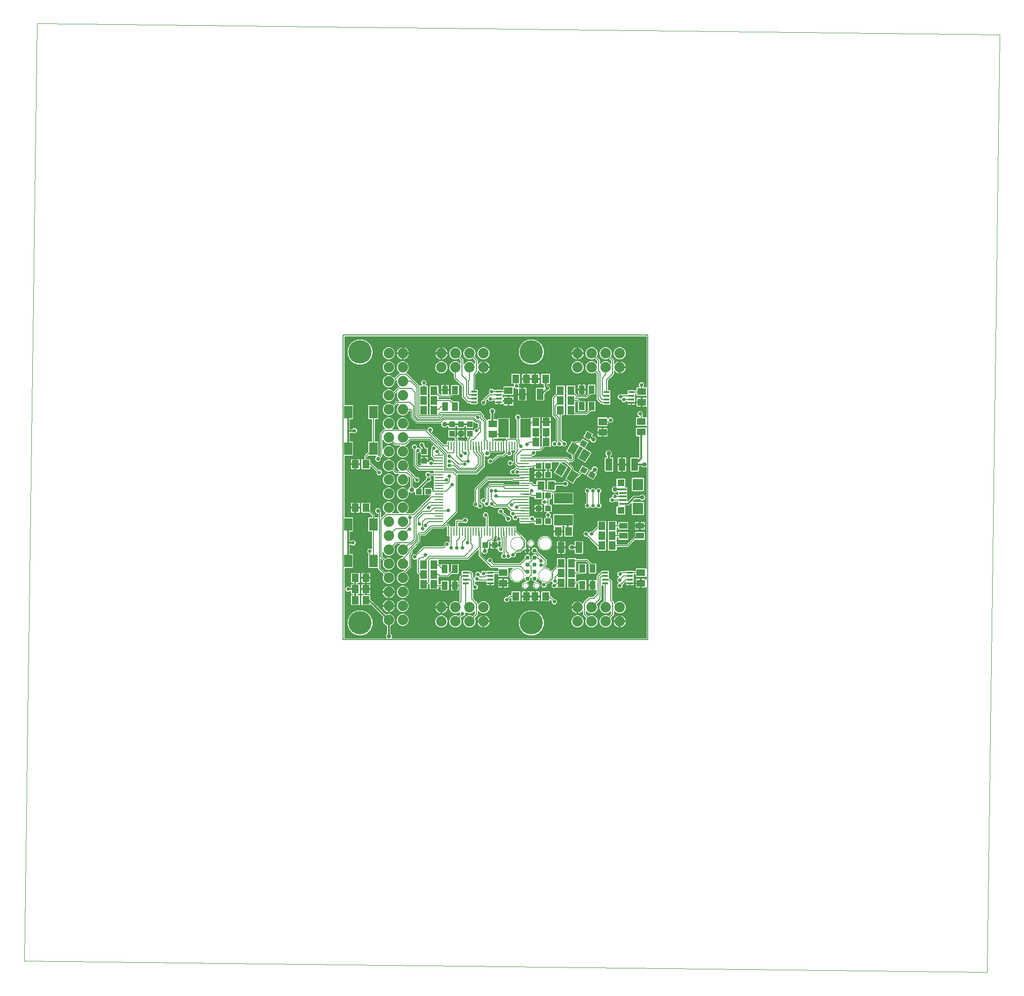
<source format=gtl>
G75*
%MOIN*%
%OFA0B0*%
%FSLAX25Y25*%
%IPPOS*%
%LPD*%
%AMOC8*
5,1,8,0,0,1.08239X$1,22.5*
%
%ADD10C,0.00000*%
%ADD11C,0.00600*%
%ADD12R,0.07480X0.05512*%
%ADD13R,0.06000X0.09000*%
%ADD14R,0.05906X0.04331*%
%ADD15R,0.07480X0.08465*%
%ADD16R,0.05118X0.04724*%
%ADD17R,0.05315X0.01378*%
%ADD18R,0.04331X0.01575*%
%ADD19R,0.04331X0.05906*%
%ADD20R,0.04800X0.08800*%
%ADD21R,0.14173X0.08661*%
%ADD22C,0.07400*%
%ADD23R,0.05906X0.05118*%
%ADD24R,0.05118X0.05906*%
%ADD25R,0.04331X0.03937*%
%ADD26R,0.01063X0.05906*%
%ADD27R,0.05906X0.01063*%
%ADD28R,0.03937X0.04331*%
%ADD29R,0.13386X0.07480*%
%ADD30R,0.07480X0.13386*%
%ADD31C,0.03100*%
%ADD32R,0.04724X0.07874*%
%ADD33C,0.00800*%
%ADD34C,0.02584*%
%ADD35C,0.01200*%
%ADD36C,0.03372*%
%ADD37C,0.02978*%
%ADD38C,0.03175*%
%ADD39C,0.02781*%
%ADD40C,0.16600*%
D10*
X0001000Y0009000D02*
X0010000Y0676961D01*
X0695701Y0668961D01*
X0686701Y0001000D01*
X0001000Y0009000D01*
X0347147Y0284081D02*
X0347149Y0284218D01*
X0347155Y0284354D01*
X0347165Y0284490D01*
X0347179Y0284626D01*
X0347197Y0284762D01*
X0347219Y0284897D01*
X0347244Y0285031D01*
X0347274Y0285164D01*
X0347308Y0285296D01*
X0347345Y0285428D01*
X0347386Y0285558D01*
X0347432Y0285687D01*
X0347480Y0285815D01*
X0347533Y0285941D01*
X0347589Y0286065D01*
X0347649Y0286188D01*
X0347712Y0286309D01*
X0347779Y0286428D01*
X0347849Y0286545D01*
X0347923Y0286661D01*
X0348000Y0286773D01*
X0348080Y0286884D01*
X0348164Y0286992D01*
X0348251Y0287098D01*
X0348340Y0287201D01*
X0348433Y0287301D01*
X0348528Y0287399D01*
X0348627Y0287494D01*
X0348728Y0287586D01*
X0348832Y0287674D01*
X0348938Y0287760D01*
X0349047Y0287843D01*
X0349158Y0287922D01*
X0349271Y0287999D01*
X0349387Y0288072D01*
X0349504Y0288141D01*
X0349624Y0288207D01*
X0349745Y0288269D01*
X0349869Y0288328D01*
X0349994Y0288384D01*
X0350120Y0288435D01*
X0350248Y0288483D01*
X0350377Y0288527D01*
X0350508Y0288568D01*
X0350640Y0288604D01*
X0350772Y0288637D01*
X0350906Y0288665D01*
X0351040Y0288690D01*
X0351175Y0288711D01*
X0351311Y0288728D01*
X0351447Y0288741D01*
X0351583Y0288750D01*
X0351720Y0288755D01*
X0351856Y0288756D01*
X0351993Y0288753D01*
X0352129Y0288746D01*
X0352265Y0288735D01*
X0352401Y0288720D01*
X0352536Y0288701D01*
X0352671Y0288678D01*
X0352805Y0288651D01*
X0352938Y0288621D01*
X0353070Y0288586D01*
X0353202Y0288548D01*
X0353331Y0288506D01*
X0353460Y0288460D01*
X0353587Y0288410D01*
X0353713Y0288356D01*
X0353837Y0288299D01*
X0353960Y0288239D01*
X0354080Y0288174D01*
X0354199Y0288107D01*
X0354315Y0288036D01*
X0354430Y0287961D01*
X0354542Y0287883D01*
X0354652Y0287802D01*
X0354760Y0287718D01*
X0354865Y0287630D01*
X0354967Y0287540D01*
X0355067Y0287447D01*
X0355164Y0287350D01*
X0355258Y0287251D01*
X0355349Y0287150D01*
X0355437Y0287045D01*
X0355522Y0286938D01*
X0355604Y0286829D01*
X0355683Y0286717D01*
X0355758Y0286603D01*
X0355830Y0286487D01*
X0355899Y0286369D01*
X0355964Y0286249D01*
X0356026Y0286127D01*
X0356084Y0286003D01*
X0356138Y0285878D01*
X0356189Y0285751D01*
X0356235Y0285623D01*
X0356279Y0285493D01*
X0356318Y0285362D01*
X0356354Y0285230D01*
X0356385Y0285097D01*
X0356413Y0284964D01*
X0356437Y0284829D01*
X0356457Y0284694D01*
X0356473Y0284558D01*
X0356485Y0284422D01*
X0356493Y0284286D01*
X0356497Y0284149D01*
X0356497Y0284013D01*
X0356493Y0283876D01*
X0356485Y0283740D01*
X0356473Y0283604D01*
X0356457Y0283468D01*
X0356437Y0283333D01*
X0356413Y0283198D01*
X0356385Y0283065D01*
X0356354Y0282932D01*
X0356318Y0282800D01*
X0356279Y0282669D01*
X0356235Y0282539D01*
X0356189Y0282411D01*
X0356138Y0282284D01*
X0356084Y0282159D01*
X0356026Y0282035D01*
X0355964Y0281913D01*
X0355899Y0281793D01*
X0355830Y0281675D01*
X0355758Y0281559D01*
X0355683Y0281445D01*
X0355604Y0281333D01*
X0355522Y0281224D01*
X0355437Y0281117D01*
X0355349Y0281012D01*
X0355258Y0280911D01*
X0355164Y0280812D01*
X0355067Y0280715D01*
X0354967Y0280622D01*
X0354865Y0280532D01*
X0354760Y0280444D01*
X0354652Y0280360D01*
X0354542Y0280279D01*
X0354430Y0280201D01*
X0354315Y0280126D01*
X0354199Y0280055D01*
X0354080Y0279988D01*
X0353960Y0279923D01*
X0353837Y0279863D01*
X0353713Y0279806D01*
X0353587Y0279752D01*
X0353460Y0279702D01*
X0353331Y0279656D01*
X0353202Y0279614D01*
X0353070Y0279576D01*
X0352938Y0279541D01*
X0352805Y0279511D01*
X0352671Y0279484D01*
X0352536Y0279461D01*
X0352401Y0279442D01*
X0352265Y0279427D01*
X0352129Y0279416D01*
X0351993Y0279409D01*
X0351856Y0279406D01*
X0351720Y0279407D01*
X0351583Y0279412D01*
X0351447Y0279421D01*
X0351311Y0279434D01*
X0351175Y0279451D01*
X0351040Y0279472D01*
X0350906Y0279497D01*
X0350772Y0279525D01*
X0350640Y0279558D01*
X0350508Y0279594D01*
X0350377Y0279635D01*
X0350248Y0279679D01*
X0350120Y0279727D01*
X0349994Y0279778D01*
X0349869Y0279834D01*
X0349745Y0279893D01*
X0349624Y0279955D01*
X0349504Y0280021D01*
X0349387Y0280090D01*
X0349271Y0280163D01*
X0349158Y0280240D01*
X0349047Y0280319D01*
X0348938Y0280402D01*
X0348832Y0280488D01*
X0348728Y0280576D01*
X0348627Y0280668D01*
X0348528Y0280763D01*
X0348433Y0280861D01*
X0348340Y0280961D01*
X0348251Y0281064D01*
X0348164Y0281170D01*
X0348080Y0281278D01*
X0348000Y0281389D01*
X0347923Y0281501D01*
X0347849Y0281617D01*
X0347779Y0281734D01*
X0347712Y0281853D01*
X0347649Y0281974D01*
X0347589Y0282097D01*
X0347533Y0282221D01*
X0347480Y0282347D01*
X0347432Y0282475D01*
X0347386Y0282604D01*
X0347345Y0282734D01*
X0347308Y0282866D01*
X0347274Y0282998D01*
X0347244Y0283131D01*
X0347219Y0283265D01*
X0347197Y0283400D01*
X0347179Y0283536D01*
X0347165Y0283672D01*
X0347155Y0283808D01*
X0347149Y0283944D01*
X0347147Y0284081D01*
X0355853Y0276581D02*
X0355855Y0276669D01*
X0355861Y0276757D01*
X0355871Y0276845D01*
X0355885Y0276933D01*
X0355902Y0277019D01*
X0355924Y0277105D01*
X0355949Y0277189D01*
X0355979Y0277273D01*
X0356011Y0277355D01*
X0356048Y0277435D01*
X0356088Y0277514D01*
X0356132Y0277591D01*
X0356179Y0277666D01*
X0356229Y0277738D01*
X0356283Y0277809D01*
X0356339Y0277876D01*
X0356399Y0277942D01*
X0356461Y0278004D01*
X0356527Y0278064D01*
X0356594Y0278120D01*
X0356665Y0278174D01*
X0356737Y0278224D01*
X0356812Y0278271D01*
X0356889Y0278315D01*
X0356968Y0278355D01*
X0357048Y0278392D01*
X0357130Y0278424D01*
X0357214Y0278454D01*
X0357298Y0278479D01*
X0357384Y0278501D01*
X0357470Y0278518D01*
X0357558Y0278532D01*
X0357646Y0278542D01*
X0357734Y0278548D01*
X0357822Y0278550D01*
X0357910Y0278548D01*
X0357998Y0278542D01*
X0358086Y0278532D01*
X0358174Y0278518D01*
X0358260Y0278501D01*
X0358346Y0278479D01*
X0358430Y0278454D01*
X0358514Y0278424D01*
X0358596Y0278392D01*
X0358676Y0278355D01*
X0358755Y0278315D01*
X0358832Y0278271D01*
X0358907Y0278224D01*
X0358979Y0278174D01*
X0359050Y0278120D01*
X0359117Y0278064D01*
X0359183Y0278004D01*
X0359245Y0277942D01*
X0359305Y0277876D01*
X0359361Y0277809D01*
X0359415Y0277738D01*
X0359465Y0277666D01*
X0359512Y0277591D01*
X0359556Y0277514D01*
X0359596Y0277435D01*
X0359633Y0277355D01*
X0359665Y0277273D01*
X0359695Y0277189D01*
X0359720Y0277105D01*
X0359742Y0277019D01*
X0359759Y0276933D01*
X0359773Y0276845D01*
X0359783Y0276757D01*
X0359789Y0276669D01*
X0359791Y0276581D01*
X0359789Y0276493D01*
X0359783Y0276405D01*
X0359773Y0276317D01*
X0359759Y0276229D01*
X0359742Y0276143D01*
X0359720Y0276057D01*
X0359695Y0275973D01*
X0359665Y0275889D01*
X0359633Y0275807D01*
X0359596Y0275727D01*
X0359556Y0275648D01*
X0359512Y0275571D01*
X0359465Y0275496D01*
X0359415Y0275424D01*
X0359361Y0275353D01*
X0359305Y0275286D01*
X0359245Y0275220D01*
X0359183Y0275158D01*
X0359117Y0275098D01*
X0359050Y0275042D01*
X0358979Y0274988D01*
X0358907Y0274938D01*
X0358832Y0274891D01*
X0358755Y0274847D01*
X0358676Y0274807D01*
X0358596Y0274770D01*
X0358514Y0274738D01*
X0358430Y0274708D01*
X0358346Y0274683D01*
X0358260Y0274661D01*
X0358174Y0274644D01*
X0358086Y0274630D01*
X0357998Y0274620D01*
X0357910Y0274614D01*
X0357822Y0274612D01*
X0357734Y0274614D01*
X0357646Y0274620D01*
X0357558Y0274630D01*
X0357470Y0274644D01*
X0357384Y0274661D01*
X0357298Y0274683D01*
X0357214Y0274708D01*
X0357130Y0274738D01*
X0357048Y0274770D01*
X0356968Y0274807D01*
X0356889Y0274847D01*
X0356812Y0274891D01*
X0356737Y0274938D01*
X0356665Y0274988D01*
X0356594Y0275042D01*
X0356527Y0275098D01*
X0356461Y0275158D01*
X0356399Y0275220D01*
X0356339Y0275286D01*
X0356283Y0275353D01*
X0356229Y0275424D01*
X0356179Y0275496D01*
X0356132Y0275571D01*
X0356088Y0275648D01*
X0356048Y0275727D01*
X0356011Y0275807D01*
X0355979Y0275889D01*
X0355949Y0275973D01*
X0355924Y0276057D01*
X0355902Y0276143D01*
X0355885Y0276229D01*
X0355871Y0276317D01*
X0355861Y0276405D01*
X0355855Y0276493D01*
X0355853Y0276581D01*
X0363853Y0276581D02*
X0363855Y0276669D01*
X0363861Y0276757D01*
X0363871Y0276845D01*
X0363885Y0276933D01*
X0363902Y0277019D01*
X0363924Y0277105D01*
X0363949Y0277189D01*
X0363979Y0277273D01*
X0364011Y0277355D01*
X0364048Y0277435D01*
X0364088Y0277514D01*
X0364132Y0277591D01*
X0364179Y0277666D01*
X0364229Y0277738D01*
X0364283Y0277809D01*
X0364339Y0277876D01*
X0364399Y0277942D01*
X0364461Y0278004D01*
X0364527Y0278064D01*
X0364594Y0278120D01*
X0364665Y0278174D01*
X0364737Y0278224D01*
X0364812Y0278271D01*
X0364889Y0278315D01*
X0364968Y0278355D01*
X0365048Y0278392D01*
X0365130Y0278424D01*
X0365214Y0278454D01*
X0365298Y0278479D01*
X0365384Y0278501D01*
X0365470Y0278518D01*
X0365558Y0278532D01*
X0365646Y0278542D01*
X0365734Y0278548D01*
X0365822Y0278550D01*
X0365910Y0278548D01*
X0365998Y0278542D01*
X0366086Y0278532D01*
X0366174Y0278518D01*
X0366260Y0278501D01*
X0366346Y0278479D01*
X0366430Y0278454D01*
X0366514Y0278424D01*
X0366596Y0278392D01*
X0366676Y0278355D01*
X0366755Y0278315D01*
X0366832Y0278271D01*
X0366907Y0278224D01*
X0366979Y0278174D01*
X0367050Y0278120D01*
X0367117Y0278064D01*
X0367183Y0278004D01*
X0367245Y0277942D01*
X0367305Y0277876D01*
X0367361Y0277809D01*
X0367415Y0277738D01*
X0367465Y0277666D01*
X0367512Y0277591D01*
X0367556Y0277514D01*
X0367596Y0277435D01*
X0367633Y0277355D01*
X0367665Y0277273D01*
X0367695Y0277189D01*
X0367720Y0277105D01*
X0367742Y0277019D01*
X0367759Y0276933D01*
X0367773Y0276845D01*
X0367783Y0276757D01*
X0367789Y0276669D01*
X0367791Y0276581D01*
X0367789Y0276493D01*
X0367783Y0276405D01*
X0367773Y0276317D01*
X0367759Y0276229D01*
X0367742Y0276143D01*
X0367720Y0276057D01*
X0367695Y0275973D01*
X0367665Y0275889D01*
X0367633Y0275807D01*
X0367596Y0275727D01*
X0367556Y0275648D01*
X0367512Y0275571D01*
X0367465Y0275496D01*
X0367415Y0275424D01*
X0367361Y0275353D01*
X0367305Y0275286D01*
X0367245Y0275220D01*
X0367183Y0275158D01*
X0367117Y0275098D01*
X0367050Y0275042D01*
X0366979Y0274988D01*
X0366907Y0274938D01*
X0366832Y0274891D01*
X0366755Y0274847D01*
X0366676Y0274807D01*
X0366596Y0274770D01*
X0366514Y0274738D01*
X0366430Y0274708D01*
X0366346Y0274683D01*
X0366260Y0274661D01*
X0366174Y0274644D01*
X0366086Y0274630D01*
X0365998Y0274620D01*
X0365910Y0274614D01*
X0365822Y0274612D01*
X0365734Y0274614D01*
X0365646Y0274620D01*
X0365558Y0274630D01*
X0365470Y0274644D01*
X0365384Y0274661D01*
X0365298Y0274683D01*
X0365214Y0274708D01*
X0365130Y0274738D01*
X0365048Y0274770D01*
X0364968Y0274807D01*
X0364889Y0274847D01*
X0364812Y0274891D01*
X0364737Y0274938D01*
X0364665Y0274988D01*
X0364594Y0275042D01*
X0364527Y0275098D01*
X0364461Y0275158D01*
X0364399Y0275220D01*
X0364339Y0275286D01*
X0364283Y0275353D01*
X0364229Y0275424D01*
X0364179Y0275496D01*
X0364132Y0275571D01*
X0364088Y0275648D01*
X0364048Y0275727D01*
X0364011Y0275807D01*
X0363979Y0275889D01*
X0363949Y0275973D01*
X0363924Y0276057D01*
X0363902Y0276143D01*
X0363885Y0276229D01*
X0363871Y0276317D01*
X0363861Y0276405D01*
X0363855Y0276493D01*
X0363853Y0276581D01*
X0367147Y0284081D02*
X0367149Y0284218D01*
X0367155Y0284354D01*
X0367165Y0284490D01*
X0367179Y0284626D01*
X0367197Y0284762D01*
X0367219Y0284897D01*
X0367244Y0285031D01*
X0367274Y0285164D01*
X0367308Y0285296D01*
X0367345Y0285428D01*
X0367386Y0285558D01*
X0367432Y0285687D01*
X0367480Y0285815D01*
X0367533Y0285941D01*
X0367589Y0286065D01*
X0367649Y0286188D01*
X0367712Y0286309D01*
X0367779Y0286428D01*
X0367849Y0286545D01*
X0367923Y0286661D01*
X0368000Y0286773D01*
X0368080Y0286884D01*
X0368164Y0286992D01*
X0368251Y0287098D01*
X0368340Y0287201D01*
X0368433Y0287301D01*
X0368528Y0287399D01*
X0368627Y0287494D01*
X0368728Y0287586D01*
X0368832Y0287674D01*
X0368938Y0287760D01*
X0369047Y0287843D01*
X0369158Y0287922D01*
X0369271Y0287999D01*
X0369387Y0288072D01*
X0369504Y0288141D01*
X0369624Y0288207D01*
X0369745Y0288269D01*
X0369869Y0288328D01*
X0369994Y0288384D01*
X0370120Y0288435D01*
X0370248Y0288483D01*
X0370377Y0288527D01*
X0370508Y0288568D01*
X0370640Y0288604D01*
X0370772Y0288637D01*
X0370906Y0288665D01*
X0371040Y0288690D01*
X0371175Y0288711D01*
X0371311Y0288728D01*
X0371447Y0288741D01*
X0371583Y0288750D01*
X0371720Y0288755D01*
X0371856Y0288756D01*
X0371993Y0288753D01*
X0372129Y0288746D01*
X0372265Y0288735D01*
X0372401Y0288720D01*
X0372536Y0288701D01*
X0372671Y0288678D01*
X0372805Y0288651D01*
X0372938Y0288621D01*
X0373070Y0288586D01*
X0373202Y0288548D01*
X0373331Y0288506D01*
X0373460Y0288460D01*
X0373587Y0288410D01*
X0373713Y0288356D01*
X0373837Y0288299D01*
X0373960Y0288239D01*
X0374080Y0288174D01*
X0374199Y0288107D01*
X0374315Y0288036D01*
X0374430Y0287961D01*
X0374542Y0287883D01*
X0374652Y0287802D01*
X0374760Y0287718D01*
X0374865Y0287630D01*
X0374967Y0287540D01*
X0375067Y0287447D01*
X0375164Y0287350D01*
X0375258Y0287251D01*
X0375349Y0287150D01*
X0375437Y0287045D01*
X0375522Y0286938D01*
X0375604Y0286829D01*
X0375683Y0286717D01*
X0375758Y0286603D01*
X0375830Y0286487D01*
X0375899Y0286369D01*
X0375964Y0286249D01*
X0376026Y0286127D01*
X0376084Y0286003D01*
X0376138Y0285878D01*
X0376189Y0285751D01*
X0376235Y0285623D01*
X0376279Y0285493D01*
X0376318Y0285362D01*
X0376354Y0285230D01*
X0376385Y0285097D01*
X0376413Y0284964D01*
X0376437Y0284829D01*
X0376457Y0284694D01*
X0376473Y0284558D01*
X0376485Y0284422D01*
X0376493Y0284286D01*
X0376497Y0284149D01*
X0376497Y0284013D01*
X0376493Y0283876D01*
X0376485Y0283740D01*
X0376473Y0283604D01*
X0376457Y0283468D01*
X0376437Y0283333D01*
X0376413Y0283198D01*
X0376385Y0283065D01*
X0376354Y0282932D01*
X0376318Y0282800D01*
X0376279Y0282669D01*
X0376235Y0282539D01*
X0376189Y0282411D01*
X0376138Y0282284D01*
X0376084Y0282159D01*
X0376026Y0282035D01*
X0375964Y0281913D01*
X0375899Y0281793D01*
X0375830Y0281675D01*
X0375758Y0281559D01*
X0375683Y0281445D01*
X0375604Y0281333D01*
X0375522Y0281224D01*
X0375437Y0281117D01*
X0375349Y0281012D01*
X0375258Y0280911D01*
X0375164Y0280812D01*
X0375067Y0280715D01*
X0374967Y0280622D01*
X0374865Y0280532D01*
X0374760Y0280444D01*
X0374652Y0280360D01*
X0374542Y0280279D01*
X0374430Y0280201D01*
X0374315Y0280126D01*
X0374199Y0280055D01*
X0374080Y0279988D01*
X0373960Y0279923D01*
X0373837Y0279863D01*
X0373713Y0279806D01*
X0373587Y0279752D01*
X0373460Y0279702D01*
X0373331Y0279656D01*
X0373202Y0279614D01*
X0373070Y0279576D01*
X0372938Y0279541D01*
X0372805Y0279511D01*
X0372671Y0279484D01*
X0372536Y0279461D01*
X0372401Y0279442D01*
X0372265Y0279427D01*
X0372129Y0279416D01*
X0371993Y0279409D01*
X0371856Y0279406D01*
X0371720Y0279407D01*
X0371583Y0279412D01*
X0371447Y0279421D01*
X0371311Y0279434D01*
X0371175Y0279451D01*
X0371040Y0279472D01*
X0370906Y0279497D01*
X0370772Y0279525D01*
X0370640Y0279558D01*
X0370508Y0279594D01*
X0370377Y0279635D01*
X0370248Y0279679D01*
X0370120Y0279727D01*
X0369994Y0279778D01*
X0369869Y0279834D01*
X0369745Y0279893D01*
X0369624Y0279955D01*
X0369504Y0280021D01*
X0369387Y0280090D01*
X0369271Y0280163D01*
X0369158Y0280240D01*
X0369047Y0280319D01*
X0368938Y0280402D01*
X0368832Y0280488D01*
X0368728Y0280576D01*
X0368627Y0280668D01*
X0368528Y0280763D01*
X0368433Y0280861D01*
X0368340Y0280961D01*
X0368251Y0281064D01*
X0368164Y0281170D01*
X0368080Y0281278D01*
X0368000Y0281389D01*
X0367923Y0281501D01*
X0367849Y0281617D01*
X0367779Y0281734D01*
X0367712Y0281853D01*
X0367649Y0281974D01*
X0367589Y0282097D01*
X0367533Y0282221D01*
X0367480Y0282347D01*
X0367432Y0282475D01*
X0367386Y0282604D01*
X0367345Y0282734D01*
X0367308Y0282866D01*
X0367274Y0282998D01*
X0367244Y0283131D01*
X0367219Y0283265D01*
X0367197Y0283400D01*
X0367179Y0283536D01*
X0367165Y0283672D01*
X0367155Y0283808D01*
X0367149Y0283944D01*
X0367147Y0284081D01*
X0367147Y0306581D02*
X0367149Y0306718D01*
X0367155Y0306854D01*
X0367165Y0306990D01*
X0367179Y0307126D01*
X0367197Y0307262D01*
X0367219Y0307397D01*
X0367244Y0307531D01*
X0367274Y0307664D01*
X0367308Y0307796D01*
X0367345Y0307928D01*
X0367386Y0308058D01*
X0367432Y0308187D01*
X0367480Y0308315D01*
X0367533Y0308441D01*
X0367589Y0308565D01*
X0367649Y0308688D01*
X0367712Y0308809D01*
X0367779Y0308928D01*
X0367849Y0309045D01*
X0367923Y0309161D01*
X0368000Y0309273D01*
X0368080Y0309384D01*
X0368164Y0309492D01*
X0368251Y0309598D01*
X0368340Y0309701D01*
X0368433Y0309801D01*
X0368528Y0309899D01*
X0368627Y0309994D01*
X0368728Y0310086D01*
X0368832Y0310174D01*
X0368938Y0310260D01*
X0369047Y0310343D01*
X0369158Y0310422D01*
X0369271Y0310499D01*
X0369387Y0310572D01*
X0369504Y0310641D01*
X0369624Y0310707D01*
X0369745Y0310769D01*
X0369869Y0310828D01*
X0369994Y0310884D01*
X0370120Y0310935D01*
X0370248Y0310983D01*
X0370377Y0311027D01*
X0370508Y0311068D01*
X0370640Y0311104D01*
X0370772Y0311137D01*
X0370906Y0311165D01*
X0371040Y0311190D01*
X0371175Y0311211D01*
X0371311Y0311228D01*
X0371447Y0311241D01*
X0371583Y0311250D01*
X0371720Y0311255D01*
X0371856Y0311256D01*
X0371993Y0311253D01*
X0372129Y0311246D01*
X0372265Y0311235D01*
X0372401Y0311220D01*
X0372536Y0311201D01*
X0372671Y0311178D01*
X0372805Y0311151D01*
X0372938Y0311121D01*
X0373070Y0311086D01*
X0373202Y0311048D01*
X0373331Y0311006D01*
X0373460Y0310960D01*
X0373587Y0310910D01*
X0373713Y0310856D01*
X0373837Y0310799D01*
X0373960Y0310739D01*
X0374080Y0310674D01*
X0374199Y0310607D01*
X0374315Y0310536D01*
X0374430Y0310461D01*
X0374542Y0310383D01*
X0374652Y0310302D01*
X0374760Y0310218D01*
X0374865Y0310130D01*
X0374967Y0310040D01*
X0375067Y0309947D01*
X0375164Y0309850D01*
X0375258Y0309751D01*
X0375349Y0309650D01*
X0375437Y0309545D01*
X0375522Y0309438D01*
X0375604Y0309329D01*
X0375683Y0309217D01*
X0375758Y0309103D01*
X0375830Y0308987D01*
X0375899Y0308869D01*
X0375964Y0308749D01*
X0376026Y0308627D01*
X0376084Y0308503D01*
X0376138Y0308378D01*
X0376189Y0308251D01*
X0376235Y0308123D01*
X0376279Y0307993D01*
X0376318Y0307862D01*
X0376354Y0307730D01*
X0376385Y0307597D01*
X0376413Y0307464D01*
X0376437Y0307329D01*
X0376457Y0307194D01*
X0376473Y0307058D01*
X0376485Y0306922D01*
X0376493Y0306786D01*
X0376497Y0306649D01*
X0376497Y0306513D01*
X0376493Y0306376D01*
X0376485Y0306240D01*
X0376473Y0306104D01*
X0376457Y0305968D01*
X0376437Y0305833D01*
X0376413Y0305698D01*
X0376385Y0305565D01*
X0376354Y0305432D01*
X0376318Y0305300D01*
X0376279Y0305169D01*
X0376235Y0305039D01*
X0376189Y0304911D01*
X0376138Y0304784D01*
X0376084Y0304659D01*
X0376026Y0304535D01*
X0375964Y0304413D01*
X0375899Y0304293D01*
X0375830Y0304175D01*
X0375758Y0304059D01*
X0375683Y0303945D01*
X0375604Y0303833D01*
X0375522Y0303724D01*
X0375437Y0303617D01*
X0375349Y0303512D01*
X0375258Y0303411D01*
X0375164Y0303312D01*
X0375067Y0303215D01*
X0374967Y0303122D01*
X0374865Y0303032D01*
X0374760Y0302944D01*
X0374652Y0302860D01*
X0374542Y0302779D01*
X0374430Y0302701D01*
X0374315Y0302626D01*
X0374199Y0302555D01*
X0374080Y0302488D01*
X0373960Y0302423D01*
X0373837Y0302363D01*
X0373713Y0302306D01*
X0373587Y0302252D01*
X0373460Y0302202D01*
X0373331Y0302156D01*
X0373202Y0302114D01*
X0373070Y0302076D01*
X0372938Y0302041D01*
X0372805Y0302011D01*
X0372671Y0301984D01*
X0372536Y0301961D01*
X0372401Y0301942D01*
X0372265Y0301927D01*
X0372129Y0301916D01*
X0371993Y0301909D01*
X0371856Y0301906D01*
X0371720Y0301907D01*
X0371583Y0301912D01*
X0371447Y0301921D01*
X0371311Y0301934D01*
X0371175Y0301951D01*
X0371040Y0301972D01*
X0370906Y0301997D01*
X0370772Y0302025D01*
X0370640Y0302058D01*
X0370508Y0302094D01*
X0370377Y0302135D01*
X0370248Y0302179D01*
X0370120Y0302227D01*
X0369994Y0302278D01*
X0369869Y0302334D01*
X0369745Y0302393D01*
X0369624Y0302455D01*
X0369504Y0302521D01*
X0369387Y0302590D01*
X0369271Y0302663D01*
X0369158Y0302740D01*
X0369047Y0302819D01*
X0368938Y0302902D01*
X0368832Y0302988D01*
X0368728Y0303076D01*
X0368627Y0303168D01*
X0368528Y0303263D01*
X0368433Y0303361D01*
X0368340Y0303461D01*
X0368251Y0303564D01*
X0368164Y0303670D01*
X0368080Y0303778D01*
X0368000Y0303889D01*
X0367923Y0304001D01*
X0367849Y0304117D01*
X0367779Y0304234D01*
X0367712Y0304353D01*
X0367649Y0304474D01*
X0367589Y0304597D01*
X0367533Y0304721D01*
X0367480Y0304847D01*
X0367432Y0304975D01*
X0367386Y0305104D01*
X0367345Y0305234D01*
X0367308Y0305366D01*
X0367274Y0305498D01*
X0367244Y0305631D01*
X0367219Y0305765D01*
X0367197Y0305900D01*
X0367179Y0306036D01*
X0367165Y0306172D01*
X0367155Y0306308D01*
X0367149Y0306444D01*
X0367147Y0306581D01*
X0359853Y0306581D02*
X0359855Y0306669D01*
X0359861Y0306757D01*
X0359871Y0306845D01*
X0359885Y0306933D01*
X0359902Y0307019D01*
X0359924Y0307105D01*
X0359949Y0307189D01*
X0359979Y0307273D01*
X0360011Y0307355D01*
X0360048Y0307435D01*
X0360088Y0307514D01*
X0360132Y0307591D01*
X0360179Y0307666D01*
X0360229Y0307738D01*
X0360283Y0307809D01*
X0360339Y0307876D01*
X0360399Y0307942D01*
X0360461Y0308004D01*
X0360527Y0308064D01*
X0360594Y0308120D01*
X0360665Y0308174D01*
X0360737Y0308224D01*
X0360812Y0308271D01*
X0360889Y0308315D01*
X0360968Y0308355D01*
X0361048Y0308392D01*
X0361130Y0308424D01*
X0361214Y0308454D01*
X0361298Y0308479D01*
X0361384Y0308501D01*
X0361470Y0308518D01*
X0361558Y0308532D01*
X0361646Y0308542D01*
X0361734Y0308548D01*
X0361822Y0308550D01*
X0361910Y0308548D01*
X0361998Y0308542D01*
X0362086Y0308532D01*
X0362174Y0308518D01*
X0362260Y0308501D01*
X0362346Y0308479D01*
X0362430Y0308454D01*
X0362514Y0308424D01*
X0362596Y0308392D01*
X0362676Y0308355D01*
X0362755Y0308315D01*
X0362832Y0308271D01*
X0362907Y0308224D01*
X0362979Y0308174D01*
X0363050Y0308120D01*
X0363117Y0308064D01*
X0363183Y0308004D01*
X0363245Y0307942D01*
X0363305Y0307876D01*
X0363361Y0307809D01*
X0363415Y0307738D01*
X0363465Y0307666D01*
X0363512Y0307591D01*
X0363556Y0307514D01*
X0363596Y0307435D01*
X0363633Y0307355D01*
X0363665Y0307273D01*
X0363695Y0307189D01*
X0363720Y0307105D01*
X0363742Y0307019D01*
X0363759Y0306933D01*
X0363773Y0306845D01*
X0363783Y0306757D01*
X0363789Y0306669D01*
X0363791Y0306581D01*
X0363789Y0306493D01*
X0363783Y0306405D01*
X0363773Y0306317D01*
X0363759Y0306229D01*
X0363742Y0306143D01*
X0363720Y0306057D01*
X0363695Y0305973D01*
X0363665Y0305889D01*
X0363633Y0305807D01*
X0363596Y0305727D01*
X0363556Y0305648D01*
X0363512Y0305571D01*
X0363465Y0305496D01*
X0363415Y0305424D01*
X0363361Y0305353D01*
X0363305Y0305286D01*
X0363245Y0305220D01*
X0363183Y0305158D01*
X0363117Y0305098D01*
X0363050Y0305042D01*
X0362979Y0304988D01*
X0362907Y0304938D01*
X0362832Y0304891D01*
X0362755Y0304847D01*
X0362676Y0304807D01*
X0362596Y0304770D01*
X0362514Y0304738D01*
X0362430Y0304708D01*
X0362346Y0304683D01*
X0362260Y0304661D01*
X0362174Y0304644D01*
X0362086Y0304630D01*
X0361998Y0304620D01*
X0361910Y0304614D01*
X0361822Y0304612D01*
X0361734Y0304614D01*
X0361646Y0304620D01*
X0361558Y0304630D01*
X0361470Y0304644D01*
X0361384Y0304661D01*
X0361298Y0304683D01*
X0361214Y0304708D01*
X0361130Y0304738D01*
X0361048Y0304770D01*
X0360968Y0304807D01*
X0360889Y0304847D01*
X0360812Y0304891D01*
X0360737Y0304938D01*
X0360665Y0304988D01*
X0360594Y0305042D01*
X0360527Y0305098D01*
X0360461Y0305158D01*
X0360399Y0305220D01*
X0360339Y0305286D01*
X0360283Y0305353D01*
X0360229Y0305424D01*
X0360179Y0305496D01*
X0360132Y0305571D01*
X0360088Y0305648D01*
X0360048Y0305727D01*
X0360011Y0305807D01*
X0359979Y0305889D01*
X0359949Y0305973D01*
X0359924Y0306057D01*
X0359902Y0306143D01*
X0359885Y0306229D01*
X0359871Y0306317D01*
X0359861Y0306405D01*
X0359855Y0306493D01*
X0359853Y0306581D01*
X0347147Y0306581D02*
X0347149Y0306718D01*
X0347155Y0306854D01*
X0347165Y0306990D01*
X0347179Y0307126D01*
X0347197Y0307262D01*
X0347219Y0307397D01*
X0347244Y0307531D01*
X0347274Y0307664D01*
X0347308Y0307796D01*
X0347345Y0307928D01*
X0347386Y0308058D01*
X0347432Y0308187D01*
X0347480Y0308315D01*
X0347533Y0308441D01*
X0347589Y0308565D01*
X0347649Y0308688D01*
X0347712Y0308809D01*
X0347779Y0308928D01*
X0347849Y0309045D01*
X0347923Y0309161D01*
X0348000Y0309273D01*
X0348080Y0309384D01*
X0348164Y0309492D01*
X0348251Y0309598D01*
X0348340Y0309701D01*
X0348433Y0309801D01*
X0348528Y0309899D01*
X0348627Y0309994D01*
X0348728Y0310086D01*
X0348832Y0310174D01*
X0348938Y0310260D01*
X0349047Y0310343D01*
X0349158Y0310422D01*
X0349271Y0310499D01*
X0349387Y0310572D01*
X0349504Y0310641D01*
X0349624Y0310707D01*
X0349745Y0310769D01*
X0349869Y0310828D01*
X0349994Y0310884D01*
X0350120Y0310935D01*
X0350248Y0310983D01*
X0350377Y0311027D01*
X0350508Y0311068D01*
X0350640Y0311104D01*
X0350772Y0311137D01*
X0350906Y0311165D01*
X0351040Y0311190D01*
X0351175Y0311211D01*
X0351311Y0311228D01*
X0351447Y0311241D01*
X0351583Y0311250D01*
X0351720Y0311255D01*
X0351856Y0311256D01*
X0351993Y0311253D01*
X0352129Y0311246D01*
X0352265Y0311235D01*
X0352401Y0311220D01*
X0352536Y0311201D01*
X0352671Y0311178D01*
X0352805Y0311151D01*
X0352938Y0311121D01*
X0353070Y0311086D01*
X0353202Y0311048D01*
X0353331Y0311006D01*
X0353460Y0310960D01*
X0353587Y0310910D01*
X0353713Y0310856D01*
X0353837Y0310799D01*
X0353960Y0310739D01*
X0354080Y0310674D01*
X0354199Y0310607D01*
X0354315Y0310536D01*
X0354430Y0310461D01*
X0354542Y0310383D01*
X0354652Y0310302D01*
X0354760Y0310218D01*
X0354865Y0310130D01*
X0354967Y0310040D01*
X0355067Y0309947D01*
X0355164Y0309850D01*
X0355258Y0309751D01*
X0355349Y0309650D01*
X0355437Y0309545D01*
X0355522Y0309438D01*
X0355604Y0309329D01*
X0355683Y0309217D01*
X0355758Y0309103D01*
X0355830Y0308987D01*
X0355899Y0308869D01*
X0355964Y0308749D01*
X0356026Y0308627D01*
X0356084Y0308503D01*
X0356138Y0308378D01*
X0356189Y0308251D01*
X0356235Y0308123D01*
X0356279Y0307993D01*
X0356318Y0307862D01*
X0356354Y0307730D01*
X0356385Y0307597D01*
X0356413Y0307464D01*
X0356437Y0307329D01*
X0356457Y0307194D01*
X0356473Y0307058D01*
X0356485Y0306922D01*
X0356493Y0306786D01*
X0356497Y0306649D01*
X0356497Y0306513D01*
X0356493Y0306376D01*
X0356485Y0306240D01*
X0356473Y0306104D01*
X0356457Y0305968D01*
X0356437Y0305833D01*
X0356413Y0305698D01*
X0356385Y0305565D01*
X0356354Y0305432D01*
X0356318Y0305300D01*
X0356279Y0305169D01*
X0356235Y0305039D01*
X0356189Y0304911D01*
X0356138Y0304784D01*
X0356084Y0304659D01*
X0356026Y0304535D01*
X0355964Y0304413D01*
X0355899Y0304293D01*
X0355830Y0304175D01*
X0355758Y0304059D01*
X0355683Y0303945D01*
X0355604Y0303833D01*
X0355522Y0303724D01*
X0355437Y0303617D01*
X0355349Y0303512D01*
X0355258Y0303411D01*
X0355164Y0303312D01*
X0355067Y0303215D01*
X0354967Y0303122D01*
X0354865Y0303032D01*
X0354760Y0302944D01*
X0354652Y0302860D01*
X0354542Y0302779D01*
X0354430Y0302701D01*
X0354315Y0302626D01*
X0354199Y0302555D01*
X0354080Y0302488D01*
X0353960Y0302423D01*
X0353837Y0302363D01*
X0353713Y0302306D01*
X0353587Y0302252D01*
X0353460Y0302202D01*
X0353331Y0302156D01*
X0353202Y0302114D01*
X0353070Y0302076D01*
X0352938Y0302041D01*
X0352805Y0302011D01*
X0352671Y0301984D01*
X0352536Y0301961D01*
X0352401Y0301942D01*
X0352265Y0301927D01*
X0352129Y0301916D01*
X0351993Y0301909D01*
X0351856Y0301906D01*
X0351720Y0301907D01*
X0351583Y0301912D01*
X0351447Y0301921D01*
X0351311Y0301934D01*
X0351175Y0301951D01*
X0351040Y0301972D01*
X0350906Y0301997D01*
X0350772Y0302025D01*
X0350640Y0302058D01*
X0350508Y0302094D01*
X0350377Y0302135D01*
X0350248Y0302179D01*
X0350120Y0302227D01*
X0349994Y0302278D01*
X0349869Y0302334D01*
X0349745Y0302393D01*
X0349624Y0302455D01*
X0349504Y0302521D01*
X0349387Y0302590D01*
X0349271Y0302663D01*
X0349158Y0302740D01*
X0349047Y0302819D01*
X0348938Y0302902D01*
X0348832Y0302988D01*
X0348728Y0303076D01*
X0348627Y0303168D01*
X0348528Y0303263D01*
X0348433Y0303361D01*
X0348340Y0303461D01*
X0348251Y0303564D01*
X0348164Y0303670D01*
X0348080Y0303778D01*
X0348000Y0303889D01*
X0347923Y0304001D01*
X0347849Y0304117D01*
X0347779Y0304234D01*
X0347712Y0304353D01*
X0347649Y0304474D01*
X0347589Y0304597D01*
X0347533Y0304721D01*
X0347480Y0304847D01*
X0347432Y0304975D01*
X0347386Y0305104D01*
X0347345Y0305234D01*
X0347308Y0305366D01*
X0347274Y0305498D01*
X0347244Y0305631D01*
X0347219Y0305765D01*
X0347197Y0305900D01*
X0347179Y0306036D01*
X0347165Y0306172D01*
X0347155Y0306308D01*
X0347149Y0306444D01*
X0347147Y0306581D01*
D11*
X0344000Y0311000D02*
X0344413Y0311413D01*
X0344413Y0315135D01*
X0342500Y0315079D02*
X0342445Y0315135D01*
X0342500Y0315079D02*
X0342500Y0297500D01*
X0344092Y0295992D02*
X0344776Y0295308D01*
X0346592Y0295308D01*
X0347842Y0296558D01*
X0348092Y0296308D01*
X0349908Y0296308D01*
X0351192Y0297592D01*
X0351192Y0298995D01*
X0352004Y0299806D01*
X0354628Y0299806D01*
X0355331Y0300509D01*
X0356928Y0302107D01*
X0356883Y0301881D01*
X0359022Y0301881D01*
X0359022Y0301281D01*
X0359622Y0301281D01*
X0359622Y0301881D01*
X0361760Y0301881D01*
X0361677Y0302296D01*
X0361493Y0302742D01*
X0361225Y0303143D01*
X0360883Y0303484D01*
X0360482Y0303753D01*
X0360036Y0303937D01*
X0359622Y0304020D01*
X0359622Y0301882D01*
X0359022Y0301882D01*
X0359022Y0304020D01*
X0358607Y0303937D01*
X0358597Y0303933D01*
X0358597Y0309388D01*
X0351750Y0316234D01*
X0351750Y0318460D01*
X0351223Y0318987D01*
X0349414Y0318987D01*
X0349334Y0318907D01*
X0349255Y0318987D01*
X0347446Y0318987D01*
X0347366Y0318907D01*
X0347286Y0318987D01*
X0345477Y0318987D01*
X0345397Y0318907D01*
X0345318Y0318987D01*
X0343509Y0318987D01*
X0343429Y0318907D01*
X0343349Y0318987D01*
X0341540Y0318987D01*
X0341460Y0318907D01*
X0341380Y0318987D01*
X0339572Y0318987D01*
X0339492Y0318907D01*
X0339412Y0318987D01*
X0337603Y0318987D01*
X0337500Y0318884D01*
X0337250Y0318987D01*
X0336539Y0318987D01*
X0335829Y0318987D01*
X0335579Y0318884D01*
X0335475Y0318987D01*
X0333666Y0318987D01*
X0333586Y0318907D01*
X0333506Y0318987D01*
X0331834Y0318987D01*
X0331834Y0326155D01*
X0331692Y0326297D01*
X0331692Y0327700D01*
X0330408Y0328984D01*
X0328592Y0328984D01*
X0327308Y0327700D01*
X0327308Y0325884D01*
X0328592Y0324600D01*
X0329434Y0324600D01*
X0329434Y0318987D01*
X0327761Y0318987D01*
X0327681Y0318907D01*
X0327601Y0318987D01*
X0325792Y0318987D01*
X0325712Y0318907D01*
X0325632Y0318987D01*
X0323824Y0318987D01*
X0323744Y0318907D01*
X0323664Y0318987D01*
X0321855Y0318987D01*
X0321775Y0318907D01*
X0321695Y0318987D01*
X0319887Y0318987D01*
X0319807Y0318907D01*
X0319727Y0318987D01*
X0317918Y0318987D01*
X0317838Y0318907D01*
X0317758Y0318987D01*
X0315950Y0318987D01*
X0315870Y0318907D01*
X0315790Y0318987D01*
X0313981Y0318987D01*
X0313901Y0318907D01*
X0313821Y0318987D01*
X0312013Y0318987D01*
X0311933Y0318907D01*
X0311853Y0318987D01*
X0310280Y0318987D01*
X0310280Y0321180D01*
X0313720Y0321180D01*
X0314092Y0320808D01*
X0315908Y0320808D01*
X0317192Y0322092D01*
X0317192Y0323908D01*
X0315908Y0325192D01*
X0314092Y0325192D01*
X0312808Y0323908D01*
X0312808Y0323780D01*
X0308442Y0323780D01*
X0307680Y0323019D01*
X0307680Y0318987D01*
X0306107Y0318987D01*
X0306027Y0318907D01*
X0305947Y0318987D01*
X0304200Y0318987D01*
X0304200Y0319497D01*
X0303497Y0320200D01*
X0302846Y0320851D01*
X0302048Y0320851D01*
X0308997Y0327800D01*
X0309700Y0328503D01*
X0309700Y0355400D01*
X0323497Y0355400D01*
X0328497Y0360400D01*
X0329200Y0361103D01*
X0329200Y0368621D01*
X0329610Y0368211D01*
X0331590Y0368211D01*
X0332989Y0369610D01*
X0332989Y0370692D01*
X0333297Y0371000D01*
X0341097Y0371000D01*
X0341800Y0371703D01*
X0341800Y0372306D01*
X0342445Y0372305D01*
X0342445Y0372306D02*
X0343058Y0372306D01*
X0343058Y0371297D01*
X0341761Y0370000D01*
X0337903Y0370000D01*
X0337892Y0369989D01*
X0337713Y0369989D01*
X0334412Y0366688D01*
X0333708Y0367392D01*
X0331892Y0367392D01*
X0330608Y0366108D01*
X0330608Y0364292D01*
X0331892Y0363008D01*
X0333708Y0363008D01*
X0334700Y0364000D01*
X0335119Y0364000D01*
X0338707Y0367589D01*
X0338886Y0367589D01*
X0338897Y0367600D01*
X0342755Y0367600D01*
X0343458Y0368303D01*
X0344610Y0369455D01*
X0345542Y0368523D01*
X0347358Y0368523D01*
X0348642Y0369807D01*
X0348642Y0371623D01*
X0347960Y0372306D01*
X0349255Y0372306D01*
X0349334Y0372385D01*
X0349414Y0372306D01*
X0350506Y0372306D01*
X0350319Y0372119D01*
X0350319Y0372119D01*
X0349616Y0371416D01*
X0349503Y0371303D01*
X0348800Y0370600D01*
X0348800Y0365100D01*
X0347908Y0365992D01*
X0346092Y0365992D01*
X0344808Y0364708D01*
X0344808Y0362892D01*
X0346092Y0361608D01*
X0347908Y0361608D01*
X0348900Y0362600D01*
X0349503Y0362600D01*
X0351011Y0361092D01*
X0350512Y0361092D01*
X0349169Y0359749D01*
X0349112Y0359692D01*
X0347908Y0359692D01*
X0346624Y0358408D01*
X0346624Y0356592D01*
X0347908Y0355308D01*
X0349724Y0355308D01*
X0350408Y0355992D01*
X0351092Y0355308D01*
X0352908Y0355308D01*
X0353356Y0355756D01*
X0353356Y0355489D01*
X0357208Y0355489D01*
X0357208Y0355489D01*
X0353356Y0355489D01*
X0353356Y0354778D01*
X0353459Y0354528D01*
X0353356Y0354425D01*
X0353356Y0354400D01*
X0329903Y0354400D01*
X0321903Y0346400D01*
X0321200Y0345697D01*
X0321200Y0336420D01*
X0320208Y0335427D01*
X0320208Y0333611D01*
X0321492Y0332327D01*
X0323308Y0332327D01*
X0323358Y0332377D01*
X0323358Y0332242D01*
X0324642Y0330958D01*
X0326458Y0330958D01*
X0327742Y0332242D01*
X0327742Y0334058D01*
X0326458Y0335342D01*
X0325792Y0335342D01*
X0325792Y0335925D01*
X0325749Y0335968D01*
X0325749Y0345154D01*
X0331394Y0350800D01*
X0348503Y0350800D01*
X0348951Y0350352D01*
X0353356Y0350352D01*
X0353356Y0348815D01*
X0343379Y0348815D01*
X0342594Y0349600D01*
X0331903Y0349600D01*
X0331200Y0348897D01*
X0329183Y0346880D01*
X0328480Y0346177D01*
X0328480Y0339151D01*
X0328458Y0339129D01*
X0327055Y0339129D01*
X0325771Y0337845D01*
X0325771Y0336029D01*
X0327055Y0334745D01*
X0328023Y0334745D01*
X0328023Y0333777D01*
X0329307Y0332493D01*
X0331123Y0332493D01*
X0332015Y0333385D01*
X0332942Y0332458D01*
X0334345Y0332458D01*
X0335003Y0331800D01*
X0344303Y0331800D01*
X0347000Y0329103D01*
X0346613Y0328716D01*
X0346613Y0326900D01*
X0347897Y0325616D01*
X0348308Y0325616D01*
X0348308Y0324092D01*
X0349592Y0322808D01*
X0351408Y0322808D01*
X0352692Y0324092D01*
X0352692Y0324800D01*
X0353356Y0324800D01*
X0353356Y0323089D01*
X0353436Y0323009D01*
X0353356Y0322929D01*
X0353356Y0321120D01*
X0353883Y0320593D01*
X0360534Y0320593D01*
X0360741Y0320800D01*
X0363997Y0320800D01*
X0364126Y0320928D01*
X0364126Y0319971D01*
X0364653Y0319443D01*
X0369729Y0319443D01*
X0370256Y0319971D01*
X0370256Y0324653D01*
X0369729Y0325180D01*
X0364720Y0325180D01*
X0363508Y0326392D01*
X0361692Y0326392D01*
X0361061Y0325761D01*
X0361061Y0326866D01*
X0360981Y0326946D01*
X0361061Y0327026D01*
X0361061Y0328834D01*
X0360981Y0328914D01*
X0361061Y0328994D01*
X0361061Y0330803D01*
X0360958Y0330906D01*
X0361061Y0331156D01*
X0361061Y0331867D01*
X0361061Y0332577D01*
X0360958Y0332828D01*
X0361061Y0332931D01*
X0361061Y0334740D01*
X0360981Y0334820D01*
X0361061Y0334900D01*
X0361061Y0336708D01*
X0360981Y0336788D01*
X0361061Y0336868D01*
X0361061Y0338677D01*
X0360981Y0338757D01*
X0361061Y0338837D01*
X0361061Y0340242D01*
X0361103Y0340200D01*
X0361806Y0339497D01*
X0364126Y0339497D01*
X0364126Y0338355D01*
X0364653Y0337828D01*
X0369729Y0337828D01*
X0370256Y0338355D01*
X0370256Y0342700D01*
X0370818Y0342700D01*
X0370818Y0338355D01*
X0370837Y0338337D01*
X0370257Y0338337D01*
X0368973Y0337053D01*
X0368973Y0335237D01*
X0370257Y0333953D01*
X0370926Y0333953D01*
X0370818Y0333846D01*
X0370818Y0329163D01*
X0371346Y0328636D01*
X0372901Y0328636D01*
X0371808Y0327543D01*
X0371808Y0325727D01*
X0372354Y0325180D01*
X0371346Y0325180D01*
X0370818Y0324653D01*
X0370818Y0319971D01*
X0371346Y0319443D01*
X0376422Y0319443D01*
X0376949Y0319971D01*
X0376949Y0324653D01*
X0376422Y0325180D01*
X0375646Y0325180D01*
X0376192Y0325727D01*
X0376192Y0327543D01*
X0375099Y0328636D01*
X0376422Y0328636D01*
X0376949Y0329163D01*
X0376949Y0333846D01*
X0376422Y0334373D01*
X0375184Y0334373D01*
X0375184Y0337828D01*
X0376422Y0337828D01*
X0376949Y0338355D01*
X0376949Y0341527D01*
X0377254Y0341223D01*
X0377254Y0334507D01*
X0377781Y0333979D01*
X0391912Y0333979D01*
X0392439Y0334507D01*
X0392439Y0342732D01*
X0391912Y0343260D01*
X0378894Y0343260D01*
X0378238Y0343915D01*
X0379331Y0343915D01*
X0379858Y0344442D01*
X0379858Y0347500D01*
X0384321Y0347500D01*
X0385210Y0346611D01*
X0387190Y0346611D01*
X0388589Y0348010D01*
X0388589Y0349990D01*
X0387190Y0351389D01*
X0385210Y0351389D01*
X0384321Y0350500D01*
X0379858Y0350500D01*
X0379858Y0351093D01*
X0379331Y0351621D01*
X0373467Y0351621D01*
X0372940Y0351093D01*
X0372940Y0345300D01*
X0372378Y0345300D01*
X0372378Y0351093D01*
X0371850Y0351621D01*
X0365987Y0351621D01*
X0365459Y0351093D01*
X0365459Y0348968D01*
X0364229Y0348968D01*
X0362497Y0350700D01*
X0361061Y0350700D01*
X0361061Y0352456D01*
X0360981Y0352536D01*
X0361061Y0352616D01*
X0361061Y0354425D01*
X0360958Y0354528D01*
X0361061Y0354778D01*
X0361061Y0355489D01*
X0361061Y0356199D01*
X0360958Y0356450D01*
X0361061Y0356553D01*
X0361061Y0358362D01*
X0360981Y0358442D01*
X0361061Y0358522D01*
X0361061Y0360200D01*
X0362697Y0360200D01*
X0363207Y0360710D01*
X0364126Y0360710D01*
X0364126Y0359569D01*
X0364653Y0359041D01*
X0369729Y0359041D01*
X0370256Y0359569D01*
X0370256Y0364131D01*
X0370818Y0364131D01*
X0370818Y0359569D01*
X0371346Y0359041D01*
X0372384Y0359041D01*
X0372384Y0358414D01*
X0371346Y0358414D01*
X0370818Y0357887D01*
X0370818Y0353205D01*
X0371346Y0352677D01*
X0376422Y0352677D01*
X0376949Y0353205D01*
X0376949Y0357887D01*
X0376422Y0358414D01*
X0375384Y0358414D01*
X0375384Y0359041D01*
X0376422Y0359041D01*
X0376949Y0359569D01*
X0376949Y0364131D01*
X0381755Y0364131D01*
X0377861Y0357387D01*
X0378054Y0356667D01*
X0383473Y0353538D01*
X0384194Y0353731D01*
X0388306Y0360855D01*
X0388114Y0361575D01*
X0383686Y0364131D01*
X0385771Y0364131D01*
X0390000Y0359903D01*
X0390000Y0359514D01*
X0386044Y0352663D01*
X0386237Y0351943D01*
X0391656Y0348814D01*
X0392376Y0349007D01*
X0394795Y0353197D01*
X0395611Y0353197D01*
X0398420Y0356005D01*
X0400208Y0354973D01*
X0400928Y0355166D01*
X0403269Y0359221D01*
X0403076Y0359942D01*
X0398680Y0362480D01*
X0397960Y0362287D01*
X0395619Y0358232D01*
X0395812Y0357511D01*
X0396268Y0357248D01*
X0396027Y0357006D01*
X0392400Y0359100D01*
X0392400Y0360897D01*
X0391697Y0361600D01*
X0389097Y0364200D01*
X0391297Y0364200D01*
X0392000Y0364903D01*
X0392297Y0365200D01*
X0393000Y0365903D01*
X0393000Y0368984D01*
X0396776Y0375525D01*
X0398627Y0374456D01*
X0394706Y0367665D01*
X0394899Y0366945D01*
X0400318Y0363816D01*
X0401038Y0364009D01*
X0405151Y0371133D01*
X0404958Y0371853D01*
X0400671Y0374328D01*
X0403018Y0378392D01*
X0402825Y0379112D01*
X0398769Y0381453D01*
X0398049Y0381260D01*
X0397206Y0379800D01*
X0393703Y0379800D01*
X0393000Y0379097D01*
X0392784Y0378881D01*
X0391356Y0379706D01*
X0390636Y0379513D01*
X0386523Y0372389D01*
X0386716Y0371669D01*
X0390600Y0369426D01*
X0390600Y0366897D01*
X0390303Y0366600D01*
X0389697Y0366600D01*
X0387797Y0368500D01*
X0362672Y0368500D01*
X0363050Y0368878D01*
X0364453Y0368878D01*
X0365737Y0370162D01*
X0365737Y0371978D01*
X0365515Y0372200D01*
X0369038Y0372200D01*
X0369800Y0372962D01*
X0371770Y0374932D01*
X0375649Y0374932D01*
X0376176Y0375459D01*
X0376176Y0382110D01*
X0375966Y0382320D01*
X0376176Y0382530D01*
X0376176Y0389181D01*
X0375941Y0389416D01*
X0376062Y0389537D01*
X0376199Y0389868D01*
X0376199Y0392700D01*
X0373040Y0392700D01*
X0373040Y0393300D01*
X0372440Y0393300D01*
X0372440Y0392700D01*
X0369281Y0392700D01*
X0369281Y0389868D01*
X0369418Y0389537D01*
X0369516Y0389439D01*
X0369258Y0389181D01*
X0369258Y0382530D01*
X0369468Y0382320D01*
X0369258Y0382110D01*
X0369258Y0376096D01*
X0368696Y0375534D01*
X0368696Y0382110D01*
X0368486Y0382320D01*
X0368696Y0382530D01*
X0368696Y0389181D01*
X0368460Y0389416D01*
X0368719Y0389674D01*
X0368719Y0396326D01*
X0368192Y0396853D01*
X0362328Y0396853D01*
X0361801Y0396326D01*
X0361801Y0396239D01*
X0354717Y0396239D01*
X0354717Y0397383D01*
X0353433Y0398667D01*
X0351617Y0398667D01*
X0350333Y0397383D01*
X0350333Y0395567D01*
X0351325Y0394575D01*
X0351325Y0381800D01*
X0347091Y0381800D01*
X0347091Y0395712D01*
X0346564Y0396239D01*
X0338338Y0396239D01*
X0337811Y0395712D01*
X0337811Y0395262D01*
X0337800Y0395272D01*
X0335700Y0395272D01*
X0335700Y0398921D01*
X0336589Y0399810D01*
X0336589Y0401790D01*
X0335190Y0403189D01*
X0333210Y0403189D01*
X0331811Y0401790D01*
X0331811Y0399810D01*
X0332700Y0398921D01*
X0332700Y0395272D01*
X0331149Y0395272D01*
X0330636Y0394758D01*
X0328492Y0396902D01*
X0328492Y0398302D01*
X0327789Y0399005D01*
X0326497Y0400297D01*
X0325794Y0401000D01*
X0310815Y0401000D01*
X0310815Y0407420D01*
X0310288Y0407947D01*
X0306250Y0407947D01*
X0305200Y0408997D01*
X0304497Y0409700D01*
X0296199Y0409700D01*
X0296199Y0410344D01*
X0296243Y0410300D01*
X0304997Y0410300D01*
X0305700Y0411003D01*
X0306750Y0412053D01*
X0310288Y0412053D01*
X0310815Y0412580D01*
X0310815Y0419231D01*
X0310288Y0419758D01*
X0305211Y0419758D01*
X0304684Y0419231D01*
X0304684Y0413381D01*
X0304003Y0412700D01*
X0303685Y0412700D01*
X0303716Y0412774D01*
X0303716Y0415606D01*
X0300950Y0415606D01*
X0300950Y0416205D01*
X0303716Y0416205D01*
X0303716Y0419037D01*
X0303579Y0419368D01*
X0303326Y0419621D01*
X0302995Y0419758D01*
X0300950Y0419758D01*
X0300950Y0416206D01*
X0300350Y0416206D01*
X0300350Y0419758D01*
X0298306Y0419758D01*
X0297975Y0419621D01*
X0297722Y0419368D01*
X0297585Y0419037D01*
X0297585Y0416205D01*
X0300350Y0416205D01*
X0300350Y0415606D01*
X0297585Y0415606D01*
X0297585Y0412774D01*
X0297616Y0412700D01*
X0297237Y0412700D01*
X0296199Y0413738D01*
X0296199Y0418826D01*
X0295672Y0419353D01*
X0289808Y0419353D01*
X0289281Y0418826D01*
X0289281Y0412174D01*
X0289456Y0412000D01*
X0289281Y0411826D01*
X0289281Y0405174D01*
X0289456Y0405000D01*
X0289281Y0404826D01*
X0289281Y0398847D01*
X0288719Y0398847D01*
X0288719Y0404826D01*
X0288544Y0405000D01*
X0288719Y0405174D01*
X0288719Y0411826D01*
X0288544Y0412000D01*
X0288719Y0412174D01*
X0288719Y0418826D01*
X0288192Y0419353D01*
X0286953Y0419353D01*
X0287692Y0420092D01*
X0287692Y0421908D01*
X0286408Y0423192D01*
X0284592Y0423192D01*
X0283308Y0421908D01*
X0283308Y0420092D01*
X0284047Y0419353D01*
X0282344Y0419353D01*
X0273497Y0428200D01*
X0273205Y0428200D01*
X0274400Y0429394D01*
X0275100Y0431085D01*
X0275100Y0432915D01*
X0274400Y0434606D01*
X0273106Y0435900D01*
X0271415Y0436600D01*
X0269585Y0436600D01*
X0267894Y0435900D01*
X0266600Y0434606D01*
X0265900Y0432915D01*
X0265900Y0431085D01*
X0266600Y0429394D01*
X0267894Y0428100D01*
X0267901Y0428098D01*
X0264402Y0424599D01*
X0264400Y0424606D01*
X0263106Y0425900D01*
X0261415Y0426600D01*
X0259585Y0426600D01*
X0257894Y0425900D01*
X0256600Y0424606D01*
X0255900Y0422915D01*
X0255900Y0421085D01*
X0256600Y0419394D01*
X0257894Y0418100D01*
X0259585Y0417400D01*
X0261415Y0417400D01*
X0263106Y0418100D01*
X0264400Y0419394D01*
X0265100Y0421085D01*
X0265100Y0421903D01*
X0265900Y0422703D01*
X0265900Y0421085D01*
X0266600Y0419394D01*
X0267795Y0418200D01*
X0267003Y0418200D01*
X0266300Y0417497D01*
X0263904Y0415101D01*
X0263106Y0415900D01*
X0261415Y0416600D01*
X0259585Y0416600D01*
X0257894Y0415900D01*
X0256600Y0414606D01*
X0255900Y0412915D01*
X0255900Y0411085D01*
X0256600Y0409394D01*
X0257894Y0408100D01*
X0259585Y0407400D01*
X0261415Y0407400D01*
X0263106Y0408100D01*
X0264400Y0409394D01*
X0265100Y0411085D01*
X0265100Y0412903D01*
X0266457Y0414260D01*
X0265900Y0412915D01*
X0265900Y0411085D01*
X0266600Y0409394D01*
X0267795Y0408200D01*
X0265503Y0408200D01*
X0264800Y0407497D01*
X0263154Y0405851D01*
X0263106Y0405900D01*
X0261415Y0406600D01*
X0259585Y0406600D01*
X0257894Y0405900D01*
X0256600Y0404606D01*
X0255900Y0402915D01*
X0255900Y0401085D01*
X0256600Y0399394D01*
X0257894Y0398100D01*
X0259585Y0397400D01*
X0261415Y0397400D01*
X0263106Y0398100D01*
X0264400Y0399394D01*
X0265100Y0401085D01*
X0265100Y0402915D01*
X0264664Y0403967D01*
X0266497Y0405800D01*
X0267795Y0405800D01*
X0266600Y0404606D01*
X0265900Y0402915D01*
X0265900Y0401085D01*
X0266600Y0399394D01*
X0267894Y0398100D01*
X0269585Y0397400D01*
X0271415Y0397400D01*
X0273106Y0398100D01*
X0274400Y0399394D01*
X0274982Y0400800D01*
X0275503Y0400800D01*
X0275800Y0400503D01*
X0275800Y0395690D01*
X0279140Y0392350D01*
X0279843Y0391647D01*
X0297614Y0391647D01*
X0297614Y0390886D01*
X0298008Y0389935D01*
X0298735Y0389208D01*
X0299686Y0388814D01*
X0300714Y0388814D01*
X0301665Y0389208D01*
X0302357Y0389900D01*
X0302615Y0389900D01*
X0302615Y0388881D01*
X0303142Y0388354D01*
X0307825Y0388354D01*
X0308352Y0388881D01*
X0308352Y0389919D01*
X0308979Y0389919D01*
X0308979Y0388881D01*
X0309506Y0388354D01*
X0314189Y0388354D01*
X0314716Y0388881D01*
X0314716Y0389919D01*
X0315343Y0389919D01*
X0315343Y0388881D01*
X0315870Y0388354D01*
X0320553Y0388354D01*
X0321080Y0388881D01*
X0321080Y0392726D01*
X0321295Y0392511D01*
X0321998Y0391808D01*
X0323600Y0391808D01*
X0323600Y0389297D01*
X0323495Y0389192D01*
X0322092Y0389192D01*
X0320808Y0387908D01*
X0320808Y0387537D01*
X0320553Y0387792D01*
X0315870Y0387792D01*
X0315343Y0387265D01*
X0315343Y0382188D01*
X0315870Y0381661D01*
X0316464Y0381661D01*
X0315800Y0380997D01*
X0315800Y0379927D01*
X0315596Y0380011D01*
X0314886Y0380011D01*
X0314886Y0376158D01*
X0314886Y0376158D01*
X0314886Y0380011D01*
X0314175Y0380011D01*
X0313925Y0379907D01*
X0313821Y0380011D01*
X0312013Y0380011D01*
X0311933Y0379931D01*
X0311853Y0380011D01*
X0310200Y0380011D01*
X0310200Y0380997D01*
X0309700Y0381497D01*
X0309700Y0381661D01*
X0311547Y0381661D01*
X0311547Y0384426D01*
X0308979Y0384426D01*
X0308979Y0382928D01*
X0308352Y0383555D01*
X0308352Y0387265D01*
X0307825Y0387792D01*
X0303142Y0387792D01*
X0302615Y0387265D01*
X0302615Y0382188D01*
X0303142Y0381661D01*
X0306852Y0381661D01*
X0307300Y0381213D01*
X0307300Y0380503D01*
X0307792Y0380011D01*
X0306107Y0380011D01*
X0306027Y0379931D01*
X0305947Y0380011D01*
X0304139Y0380011D01*
X0304059Y0379931D01*
X0303979Y0380011D01*
X0302170Y0380011D01*
X0301643Y0379484D01*
X0301643Y0377358D01*
X0299839Y0377358D01*
X0291399Y0385798D01*
X0292192Y0386592D01*
X0292192Y0388408D01*
X0290908Y0389692D01*
X0289092Y0389692D01*
X0287808Y0388408D01*
X0287808Y0387494D01*
X0287805Y0387497D01*
X0287102Y0388200D01*
X0273205Y0388200D01*
X0274400Y0389394D01*
X0275100Y0391085D01*
X0275100Y0392915D01*
X0274400Y0394606D01*
X0273106Y0395900D01*
X0271415Y0396600D01*
X0269585Y0396600D01*
X0267894Y0395900D01*
X0266600Y0394606D01*
X0265900Y0392915D01*
X0265900Y0391085D01*
X0266600Y0389394D01*
X0267795Y0388200D01*
X0263205Y0388200D01*
X0264400Y0389394D01*
X0265100Y0391085D01*
X0265100Y0392915D01*
X0264400Y0394606D01*
X0263106Y0395900D01*
X0261415Y0396600D01*
X0259585Y0396600D01*
X0257894Y0395900D01*
X0256600Y0394606D01*
X0255900Y0392915D01*
X0255900Y0391085D01*
X0256600Y0389394D01*
X0257795Y0388200D01*
X0257003Y0388200D01*
X0254503Y0385700D01*
X0253800Y0384997D01*
X0253800Y0369497D01*
X0253393Y0369091D01*
X0253263Y0369091D01*
X0253400Y0369227D01*
X0253400Y0378973D01*
X0252873Y0379500D01*
X0250800Y0379500D01*
X0250800Y0394700D01*
X0252873Y0394700D01*
X0253400Y0395227D01*
X0253400Y0404973D01*
X0252873Y0405500D01*
X0246127Y0405500D01*
X0245600Y0404973D01*
X0245600Y0395227D01*
X0246127Y0394700D01*
X0248200Y0394700D01*
X0248200Y0379500D01*
X0246127Y0379500D01*
X0245600Y0378973D01*
X0245600Y0371897D01*
X0243634Y0369932D01*
X0243622Y0369931D01*
X0243284Y0369581D01*
X0242940Y0369237D01*
X0242940Y0369225D01*
X0242932Y0369216D01*
X0242940Y0368730D01*
X0242940Y0368243D01*
X0242949Y0368234D01*
X0242973Y0366853D01*
X0241308Y0366853D01*
X0240781Y0366326D01*
X0240781Y0359674D01*
X0241308Y0359147D01*
X0247172Y0359147D01*
X0247699Y0359674D01*
X0247699Y0361394D01*
X0251498Y0357595D01*
X0251498Y0356192D01*
X0252782Y0354908D01*
X0254598Y0354908D01*
X0255882Y0356192D01*
X0255882Y0358008D01*
X0254598Y0359292D01*
X0253195Y0359292D01*
X0248287Y0364200D01*
X0247699Y0364200D01*
X0247699Y0366326D01*
X0247172Y0366853D01*
X0245373Y0366853D01*
X0245349Y0368252D01*
X0245962Y0368865D01*
X0246127Y0368700D01*
X0251461Y0368700D01*
X0250509Y0367749D01*
X0250509Y0365851D01*
X0251851Y0364509D01*
X0253749Y0364509D01*
X0255091Y0365851D01*
X0255091Y0367393D01*
X0256200Y0368503D01*
X0256200Y0370361D01*
X0256600Y0369394D01*
X0257894Y0368100D01*
X0259585Y0367400D01*
X0261415Y0367400D01*
X0263106Y0368100D01*
X0264400Y0369394D01*
X0265100Y0371085D01*
X0265100Y0372915D01*
X0264400Y0374606D01*
X0263106Y0375900D01*
X0261415Y0376600D01*
X0259585Y0376600D01*
X0257894Y0375900D01*
X0256600Y0374606D01*
X0256200Y0373639D01*
X0256200Y0380361D01*
X0256600Y0379394D01*
X0257894Y0378100D01*
X0259585Y0377400D01*
X0261415Y0377400D01*
X0262821Y0377982D01*
X0263900Y0376903D01*
X0264603Y0376200D01*
X0268619Y0376200D01*
X0267894Y0375900D01*
X0266600Y0374606D01*
X0265900Y0372915D01*
X0265900Y0371085D01*
X0266600Y0369394D01*
X0267894Y0368100D01*
X0269585Y0367400D01*
X0271415Y0367400D01*
X0273106Y0368100D01*
X0274400Y0369394D01*
X0275100Y0371085D01*
X0275100Y0372915D01*
X0274400Y0374606D01*
X0273106Y0375900D01*
X0272381Y0376200D01*
X0272902Y0376200D01*
X0273605Y0376903D01*
X0276302Y0379600D01*
X0288913Y0379600D01*
X0291878Y0376636D01*
X0291759Y0376636D01*
X0290474Y0375352D01*
X0290474Y0373949D01*
X0290300Y0373774D01*
X0290300Y0368503D01*
X0291003Y0367800D01*
X0292332Y0366471D01*
X0292332Y0366396D01*
X0292436Y0366292D01*
X0292332Y0366042D01*
X0292332Y0365332D01*
X0296185Y0365332D01*
X0296185Y0365331D01*
X0292332Y0365331D01*
X0292332Y0365168D01*
X0291508Y0365992D01*
X0289692Y0365992D01*
X0288607Y0364907D01*
X0288607Y0365083D01*
X0286038Y0365083D01*
X0286038Y0365683D01*
X0285438Y0365683D01*
X0285438Y0365083D01*
X0282870Y0365083D01*
X0282870Y0363039D01*
X0283007Y0362708D01*
X0283120Y0362594D01*
X0282103Y0362594D01*
X0281400Y0363297D01*
X0281400Y0370608D01*
X0282108Y0370608D01*
X0282870Y0371370D01*
X0282870Y0369538D01*
X0283397Y0369011D01*
X0288080Y0369011D01*
X0288607Y0369538D01*
X0288607Y0374614D01*
X0288080Y0375142D01*
X0286980Y0375142D01*
X0286880Y0375241D01*
X0286192Y0376181D01*
X0286192Y0377543D01*
X0284908Y0378827D01*
X0283092Y0378827D01*
X0281808Y0377543D01*
X0281808Y0375727D01*
X0282895Y0374640D01*
X0282870Y0374614D01*
X0282870Y0374230D01*
X0282108Y0374992D01*
X0280992Y0374992D01*
X0280992Y0376108D01*
X0279708Y0377392D01*
X0277892Y0377392D01*
X0276608Y0376108D01*
X0276608Y0374292D01*
X0277800Y0373100D01*
X0277800Y0361806D01*
X0278503Y0361103D01*
X0281380Y0358226D01*
X0292332Y0358226D01*
X0292332Y0356784D01*
X0290515Y0356784D01*
X0289523Y0357776D01*
X0287707Y0357776D01*
X0286423Y0356492D01*
X0286423Y0354676D01*
X0287199Y0353900D01*
X0286608Y0353308D01*
X0286608Y0352329D01*
X0280672Y0346394D01*
X0279386Y0346394D01*
X0279074Y0346082D01*
X0278992Y0346279D01*
X0278265Y0347006D01*
X0278000Y0347116D01*
X0278000Y0352803D01*
X0278408Y0352395D01*
X0278408Y0350892D01*
X0279692Y0349608D01*
X0281508Y0349608D01*
X0282792Y0350892D01*
X0282792Y0352708D01*
X0281508Y0353992D01*
X0280205Y0353992D01*
X0274518Y0359679D01*
X0275100Y0361085D01*
X0275100Y0362915D01*
X0274400Y0364606D01*
X0273106Y0365900D01*
X0271415Y0366600D01*
X0269585Y0366600D01*
X0267894Y0365900D01*
X0266600Y0364606D01*
X0265900Y0362915D01*
X0265900Y0361085D01*
X0266600Y0359394D01*
X0267795Y0358200D01*
X0265997Y0358200D01*
X0264518Y0359679D01*
X0265100Y0361085D01*
X0265100Y0362915D01*
X0264400Y0364606D01*
X0263106Y0365900D01*
X0261415Y0366600D01*
X0259585Y0366600D01*
X0257894Y0365900D01*
X0256600Y0364606D01*
X0255900Y0362915D01*
X0255900Y0361085D01*
X0256600Y0359394D01*
X0257894Y0358100D01*
X0259585Y0357400D01*
X0261415Y0357400D01*
X0262821Y0357982D01*
X0264300Y0356503D01*
X0265003Y0355800D01*
X0267795Y0355800D01*
X0266600Y0354606D01*
X0265900Y0352915D01*
X0265900Y0351085D01*
X0266600Y0349394D01*
X0267894Y0348100D01*
X0269585Y0347400D01*
X0271415Y0347400D01*
X0273106Y0348100D01*
X0274400Y0349394D01*
X0275100Y0351085D01*
X0275100Y0352915D01*
X0274614Y0354089D01*
X0275600Y0353103D01*
X0275600Y0347116D01*
X0275335Y0347006D01*
X0274608Y0346279D01*
X0274214Y0345329D01*
X0274214Y0344791D01*
X0273106Y0345900D01*
X0271415Y0346600D01*
X0269585Y0346600D01*
X0267894Y0345900D01*
X0266600Y0344606D01*
X0265900Y0342915D01*
X0265900Y0341085D01*
X0266600Y0339394D01*
X0267894Y0338100D01*
X0269585Y0337400D01*
X0271415Y0337400D01*
X0273106Y0338100D01*
X0274400Y0339394D01*
X0275100Y0341085D01*
X0275100Y0342857D01*
X0275335Y0342622D01*
X0276286Y0342228D01*
X0277314Y0342228D01*
X0278265Y0342622D01*
X0278858Y0343216D01*
X0278858Y0341184D01*
X0279386Y0340657D01*
X0284462Y0340657D01*
X0284989Y0341184D01*
X0284989Y0345866D01*
X0284688Y0346167D01*
X0288729Y0350208D01*
X0289708Y0350208D01*
X0290992Y0351492D01*
X0290992Y0353308D01*
X0290215Y0354085D01*
X0290515Y0354384D01*
X0292332Y0354384D01*
X0292332Y0352616D01*
X0292412Y0352536D01*
X0292332Y0352456D01*
X0292332Y0350648D01*
X0292412Y0350568D01*
X0292332Y0350488D01*
X0292332Y0348679D01*
X0292412Y0348599D01*
X0292332Y0348519D01*
X0292332Y0346711D01*
X0292412Y0346631D01*
X0292332Y0346551D01*
X0292332Y0344878D01*
X0291682Y0344878D01*
X0291682Y0345866D01*
X0291155Y0346394D01*
X0286079Y0346394D01*
X0285551Y0345866D01*
X0285551Y0341184D01*
X0286079Y0340657D01*
X0289960Y0340657D01*
X0277703Y0328400D01*
X0273405Y0328400D01*
X0274400Y0329394D01*
X0275100Y0331085D01*
X0275100Y0332915D01*
X0274400Y0334606D01*
X0273106Y0335900D01*
X0271415Y0336600D01*
X0269585Y0336600D01*
X0267894Y0335900D01*
X0266600Y0334606D01*
X0265900Y0332915D01*
X0265900Y0331085D01*
X0266600Y0329394D01*
X0267595Y0328400D01*
X0263405Y0328400D01*
X0264400Y0329394D01*
X0265100Y0331085D01*
X0265100Y0332915D01*
X0264400Y0334606D01*
X0263106Y0335900D01*
X0261415Y0336600D01*
X0259585Y0336600D01*
X0257894Y0335900D01*
X0256600Y0334606D01*
X0255900Y0332915D01*
X0255900Y0331085D01*
X0256600Y0329394D01*
X0257894Y0328100D01*
X0257971Y0328068D01*
X0255200Y0325297D01*
X0255200Y0329097D01*
X0255091Y0329206D01*
X0255091Y0330749D01*
X0253749Y0332091D01*
X0251851Y0332091D01*
X0250509Y0330749D01*
X0250509Y0328851D01*
X0251851Y0327509D01*
X0252800Y0327509D01*
X0252800Y0325400D01*
X0250700Y0325400D01*
X0250700Y0327237D01*
X0247699Y0330238D01*
X0247699Y0335326D01*
X0247172Y0335853D01*
X0241308Y0335853D01*
X0240781Y0335326D01*
X0240781Y0328674D01*
X0241308Y0328147D01*
X0246396Y0328147D01*
X0248300Y0326243D01*
X0248300Y0325400D01*
X0246127Y0325400D01*
X0245600Y0324873D01*
X0245600Y0315127D01*
X0246127Y0314600D01*
X0248300Y0314600D01*
X0248300Y0302800D01*
X0247908Y0303192D01*
X0246092Y0303192D01*
X0244808Y0301908D01*
X0244808Y0300092D01*
X0245800Y0299100D01*
X0245800Y0299073D01*
X0245600Y0298873D01*
X0245600Y0289127D01*
X0246127Y0288600D01*
X0252600Y0288600D01*
X0252600Y0288203D01*
X0253303Y0287500D01*
X0256482Y0284321D01*
X0255900Y0282915D01*
X0255900Y0281085D01*
X0256600Y0279394D01*
X0257894Y0278100D01*
X0259585Y0277400D01*
X0261415Y0277400D01*
X0263106Y0278100D01*
X0264400Y0279394D01*
X0265100Y0281085D01*
X0265100Y0282915D01*
X0264400Y0284606D01*
X0263106Y0285900D01*
X0261415Y0286600D01*
X0259585Y0286600D01*
X0258179Y0286018D01*
X0255000Y0289197D01*
X0255000Y0295303D01*
X0256336Y0293967D01*
X0255900Y0292915D01*
X0255900Y0291085D01*
X0256600Y0289394D01*
X0257894Y0288100D01*
X0259585Y0287400D01*
X0261415Y0287400D01*
X0263106Y0288100D01*
X0264400Y0289394D01*
X0265100Y0291085D01*
X0265100Y0292915D01*
X0264400Y0294606D01*
X0263106Y0295900D01*
X0261415Y0296600D01*
X0259585Y0296600D01*
X0257894Y0295900D01*
X0257846Y0295851D01*
X0256200Y0297497D01*
X0256200Y0300361D01*
X0256600Y0299394D01*
X0257894Y0298100D01*
X0259585Y0297400D01*
X0261415Y0297400D01*
X0263106Y0298100D01*
X0264400Y0299394D01*
X0265100Y0301085D01*
X0265100Y0302915D01*
X0264518Y0304321D01*
X0266197Y0306000D01*
X0268137Y0306000D01*
X0267894Y0305900D01*
X0266600Y0304606D01*
X0265900Y0302915D01*
X0265900Y0301085D01*
X0266600Y0299394D01*
X0267894Y0298100D01*
X0269585Y0297400D01*
X0270708Y0297400D01*
X0269908Y0296600D01*
X0269585Y0296600D01*
X0267894Y0295900D01*
X0266600Y0294606D01*
X0265900Y0292915D01*
X0265900Y0291085D01*
X0266600Y0289394D01*
X0267894Y0288100D01*
X0269585Y0287400D01*
X0271203Y0287400D01*
X0270403Y0286600D01*
X0269585Y0286600D01*
X0267894Y0285900D01*
X0266600Y0284606D01*
X0265900Y0282915D01*
X0265900Y0281085D01*
X0266600Y0279394D01*
X0267894Y0278100D01*
X0269585Y0277400D01*
X0271415Y0277400D01*
X0273106Y0278100D01*
X0274400Y0279394D01*
X0275100Y0281085D01*
X0275100Y0282915D01*
X0274400Y0284606D01*
X0273106Y0285900D01*
X0273099Y0285902D01*
X0276700Y0289503D01*
X0276700Y0298300D01*
X0276797Y0298398D01*
X0277500Y0299100D01*
X0277500Y0301512D01*
X0283400Y0307412D01*
X0283400Y0311506D01*
X0283494Y0311600D01*
X0286494Y0311600D01*
X0287197Y0312303D01*
X0291494Y0316600D01*
X0299494Y0316600D01*
X0300197Y0317303D01*
X0301346Y0318451D01*
X0301643Y0318451D01*
X0301643Y0311809D01*
X0302170Y0311282D01*
X0303743Y0311282D01*
X0303743Y0307357D01*
X0302908Y0308192D01*
X0301092Y0308192D01*
X0299808Y0306908D01*
X0299808Y0305505D01*
X0299003Y0304700D01*
X0285003Y0304700D01*
X0284300Y0303997D01*
X0279495Y0299192D01*
X0278092Y0299192D01*
X0276808Y0297908D01*
X0276808Y0296092D01*
X0278092Y0294808D01*
X0279908Y0294808D01*
X0280300Y0295200D01*
X0280300Y0285503D01*
X0281801Y0284002D01*
X0281801Y0281174D01*
X0281975Y0281000D01*
X0281801Y0280826D01*
X0281801Y0274174D01*
X0282328Y0273647D01*
X0288192Y0273647D01*
X0288719Y0274174D01*
X0288719Y0277022D01*
X0289200Y0277503D01*
X0289281Y0277584D01*
X0289281Y0274174D01*
X0289808Y0273647D01*
X0295672Y0273647D01*
X0296199Y0274174D01*
X0296199Y0275394D01*
X0297385Y0275394D01*
X0297385Y0273269D01*
X0297912Y0272742D01*
X0302989Y0272742D01*
X0303516Y0273269D01*
X0303516Y0279920D01*
X0302989Y0280447D01*
X0297912Y0280447D01*
X0297385Y0279920D01*
X0297385Y0277794D01*
X0296199Y0277794D01*
X0296199Y0280826D01*
X0296025Y0281000D01*
X0296199Y0281174D01*
X0296199Y0282604D01*
X0296503Y0282300D01*
X0303141Y0282300D01*
X0305394Y0284553D01*
X0310088Y0284553D01*
X0310615Y0285080D01*
X0310615Y0291731D01*
X0310088Y0292258D01*
X0305011Y0292258D01*
X0304484Y0291731D01*
X0304484Y0287037D01*
X0303516Y0286069D01*
X0303516Y0291731D01*
X0302989Y0292258D01*
X0297912Y0292258D01*
X0297385Y0291731D01*
X0297385Y0291312D01*
X0297200Y0291497D01*
X0296497Y0292200D01*
X0296199Y0292200D01*
X0296199Y0294800D01*
X0317297Y0294800D01*
X0324300Y0301803D01*
X0324300Y0297503D01*
X0325003Y0296800D01*
X0333003Y0288800D01*
X0338275Y0288800D01*
X0338147Y0288672D01*
X0338147Y0287040D01*
X0335882Y0287040D01*
X0335396Y0287526D01*
X0330320Y0287526D01*
X0329933Y0287139D01*
X0329146Y0287139D01*
X0328908Y0287376D01*
X0327092Y0287376D01*
X0325808Y0286092D01*
X0325808Y0285792D01*
X0324908Y0286692D01*
X0323092Y0286692D01*
X0321808Y0285408D01*
X0321808Y0283592D01*
X0322100Y0283300D01*
X0321059Y0282259D01*
X0320800Y0282518D01*
X0320800Y0285538D01*
X0320038Y0286300D01*
X0319200Y0287139D01*
X0318067Y0287139D01*
X0317680Y0287526D01*
X0312604Y0287526D01*
X0312076Y0286999D01*
X0312076Y0284678D01*
X0312196Y0284559D01*
X0312076Y0284440D01*
X0312076Y0284415D01*
X0311462Y0283800D01*
X0310700Y0283038D01*
X0310700Y0282484D01*
X0310676Y0282461D01*
X0310676Y0265515D01*
X0310221Y0265059D01*
X0308915Y0265600D01*
X0307085Y0265600D01*
X0305394Y0264900D01*
X0304100Y0263606D01*
X0303400Y0261915D01*
X0303400Y0260085D01*
X0304100Y0258394D01*
X0305394Y0257100D01*
X0307085Y0256400D01*
X0308915Y0256400D01*
X0310606Y0257100D01*
X0310808Y0257303D01*
X0310808Y0255646D01*
X0310221Y0255059D01*
X0308915Y0255600D01*
X0307085Y0255600D01*
X0305394Y0254900D01*
X0304100Y0253606D01*
X0303400Y0251915D01*
X0303400Y0250085D01*
X0304100Y0248394D01*
X0305394Y0247100D01*
X0307085Y0246400D01*
X0308915Y0246400D01*
X0310606Y0247100D01*
X0311900Y0248394D01*
X0312600Y0250085D01*
X0312600Y0251915D01*
X0312059Y0253221D01*
X0313146Y0254308D01*
X0313908Y0254308D01*
X0315192Y0255592D01*
X0315192Y0257303D01*
X0315394Y0257100D01*
X0317085Y0256400D01*
X0318915Y0256400D01*
X0320606Y0257100D01*
X0321700Y0258195D01*
X0321700Y0256538D01*
X0320221Y0255059D01*
X0318915Y0255600D01*
X0317085Y0255600D01*
X0315394Y0254900D01*
X0314100Y0253606D01*
X0313400Y0251915D01*
X0313400Y0250085D01*
X0314100Y0248394D01*
X0315394Y0247100D01*
X0317085Y0246400D01*
X0318915Y0246400D01*
X0320606Y0247100D01*
X0321900Y0248394D01*
X0322600Y0250085D01*
X0322600Y0251915D01*
X0322059Y0253221D01*
X0324300Y0255462D01*
X0324300Y0258195D01*
X0325394Y0257100D01*
X0327085Y0256400D01*
X0328915Y0256400D01*
X0330606Y0257100D01*
X0331900Y0258394D01*
X0332600Y0260085D01*
X0332600Y0261915D01*
X0331900Y0263606D01*
X0330606Y0264900D01*
X0328915Y0265600D01*
X0327085Y0265600D01*
X0325394Y0264900D01*
X0324300Y0263805D01*
X0324300Y0264038D01*
X0323538Y0264800D01*
X0320800Y0267538D01*
X0320800Y0273600D01*
X0321092Y0273308D01*
X0322908Y0273308D01*
X0324192Y0274592D01*
X0324192Y0276408D01*
X0322908Y0277692D01*
X0322200Y0277692D01*
X0322200Y0279184D01*
X0322284Y0279100D01*
X0324100Y0279100D01*
X0324200Y0279200D01*
X0329823Y0279200D01*
X0329793Y0279128D01*
X0329793Y0278255D01*
X0332764Y0278255D01*
X0332764Y0278068D01*
X0329793Y0278068D01*
X0329793Y0277195D01*
X0329930Y0276864D01*
X0330183Y0276611D01*
X0330514Y0276474D01*
X0332765Y0276474D01*
X0332765Y0278068D01*
X0332952Y0278068D01*
X0332952Y0278255D01*
X0335924Y0278255D01*
X0335924Y0279128D01*
X0335797Y0279434D01*
X0335924Y0279560D01*
X0335924Y0281881D01*
X0335804Y0282000D01*
X0335924Y0282119D01*
X0335924Y0284440D01*
X0335923Y0284440D01*
X0338147Y0284440D01*
X0338147Y0282808D01*
X0338674Y0282281D01*
X0345326Y0282281D01*
X0345853Y0282808D01*
X0345853Y0288672D01*
X0345725Y0288800D01*
X0348656Y0288800D01*
X0347095Y0287239D01*
X0346247Y0285190D01*
X0346247Y0282973D01*
X0347095Y0280923D01*
X0348664Y0279355D01*
X0350713Y0278506D01*
X0352931Y0278506D01*
X0354980Y0279355D01*
X0356548Y0280923D01*
X0356872Y0281705D01*
X0356872Y0281094D01*
X0357245Y0280194D01*
X0357934Y0279504D01*
X0358065Y0279450D01*
X0357251Y0279450D01*
X0356197Y0279013D01*
X0355390Y0278206D01*
X0354953Y0277152D01*
X0354953Y0276011D01*
X0355390Y0274957D01*
X0356197Y0274150D01*
X0357251Y0273713D01*
X0358392Y0273713D01*
X0359446Y0274150D01*
X0360253Y0274957D01*
X0360690Y0276011D01*
X0360690Y0277152D01*
X0360253Y0278206D01*
X0359446Y0279013D01*
X0359161Y0279131D01*
X0359809Y0279131D01*
X0360709Y0279504D01*
X0361399Y0280194D01*
X0361772Y0281094D01*
X0361772Y0282069D01*
X0361770Y0282073D01*
X0361946Y0282249D01*
X0361872Y0282069D01*
X0361872Y0281094D01*
X0362245Y0280194D01*
X0362934Y0279504D01*
X0363834Y0279131D01*
X0364482Y0279131D01*
X0364197Y0279013D01*
X0363390Y0278206D01*
X0362953Y0277152D01*
X0362953Y0276011D01*
X0363390Y0274957D01*
X0364197Y0274150D01*
X0365251Y0273713D01*
X0366392Y0273713D01*
X0367446Y0274150D01*
X0368253Y0274957D01*
X0368690Y0276011D01*
X0368690Y0277152D01*
X0368253Y0278206D01*
X0367446Y0279013D01*
X0366392Y0279450D01*
X0365578Y0279450D01*
X0365709Y0279504D01*
X0366399Y0280194D01*
X0366772Y0281094D01*
X0366772Y0281705D01*
X0367095Y0280923D01*
X0368664Y0279355D01*
X0369789Y0278889D01*
X0368808Y0277908D01*
X0368808Y0276092D01*
X0370092Y0274808D01*
X0371908Y0274808D01*
X0373192Y0276092D01*
X0373192Y0277306D01*
X0374628Y0277306D01*
X0375331Y0278009D01*
X0376617Y0279295D01*
X0376617Y0278776D01*
X0377079Y0278314D01*
X0376173Y0277408D01*
X0376173Y0275592D01*
X0377457Y0274308D01*
X0379273Y0274308D01*
X0379970Y0275005D01*
X0380328Y0274647D01*
X0386192Y0274647D01*
X0386719Y0275174D01*
X0386719Y0281826D01*
X0386544Y0282000D01*
X0386719Y0282174D01*
X0386719Y0288826D01*
X0386544Y0289000D01*
X0386719Y0289174D01*
X0386719Y0295826D01*
X0386192Y0296353D01*
X0380328Y0296353D01*
X0379801Y0295826D01*
X0379801Y0290738D01*
X0376900Y0287837D01*
X0376425Y0287362D01*
X0374980Y0288808D01*
X0372931Y0289656D01*
X0370757Y0289656D01*
X0370900Y0289800D01*
X0371997Y0289800D01*
X0372700Y0290503D01*
X0373200Y0291003D01*
X0373200Y0294997D01*
X0366772Y0301425D01*
X0366772Y0302069D01*
X0366399Y0302969D01*
X0365709Y0303658D01*
X0364809Y0304031D01*
X0363834Y0304031D01*
X0362934Y0303658D01*
X0362245Y0302969D01*
X0361872Y0302069D01*
X0361872Y0301094D01*
X0362245Y0300194D01*
X0362934Y0299504D01*
X0363834Y0299131D01*
X0364809Y0299131D01*
X0365419Y0299384D01*
X0367021Y0297781D01*
X0366476Y0297781D01*
X0366399Y0297969D01*
X0365709Y0298658D01*
X0364809Y0299031D01*
X0363834Y0299031D01*
X0362934Y0298658D01*
X0362245Y0297969D01*
X0361872Y0297069D01*
X0361872Y0296094D01*
X0361949Y0295906D01*
X0361513Y0295470D01*
X0361772Y0296094D01*
X0361772Y0297069D01*
X0361399Y0297969D01*
X0360709Y0298658D01*
X0359809Y0299031D01*
X0358834Y0299031D01*
X0357934Y0298658D01*
X0357245Y0297969D01*
X0356872Y0297069D01*
X0356872Y0296094D01*
X0356879Y0296076D01*
X0353503Y0292700D01*
X0335805Y0292700D01*
X0334692Y0293813D01*
X0334692Y0295216D01*
X0333408Y0296500D01*
X0331592Y0296500D01*
X0330308Y0295216D01*
X0330308Y0294889D01*
X0326700Y0298497D01*
X0326700Y0300121D01*
X0328010Y0298811D01*
X0329990Y0298811D01*
X0331389Y0300210D01*
X0331389Y0302190D01*
X0331043Y0302535D01*
X0331705Y0302535D01*
X0332232Y0303063D01*
X0332232Y0307300D01*
X0332794Y0307300D01*
X0332794Y0305704D01*
X0335559Y0305704D01*
X0335559Y0305104D01*
X0332794Y0305104D01*
X0332794Y0303256D01*
X0332931Y0302925D01*
X0333184Y0302672D01*
X0333515Y0302535D01*
X0335559Y0302535D01*
X0335559Y0305104D01*
X0336159Y0305104D01*
X0336159Y0302535D01*
X0338028Y0302535D01*
X0338028Y0301412D01*
X0339312Y0300128D01*
X0341128Y0300128D01*
X0341300Y0300300D01*
X0341300Y0299400D01*
X0340308Y0298408D01*
X0340308Y0296592D01*
X0341592Y0295308D01*
X0343408Y0295308D01*
X0344092Y0295992D01*
X0343643Y0295542D02*
X0344542Y0295542D01*
X0345684Y0297500D02*
X0345684Y0299316D01*
X0344000Y0301000D01*
X0344000Y0311000D01*
X0341300Y0310765D02*
X0341300Y0303400D01*
X0340220Y0302320D01*
X0340100Y0304512D02*
X0339312Y0304512D01*
X0338925Y0304125D01*
X0338925Y0305104D01*
X0336159Y0305104D01*
X0336159Y0305704D01*
X0335559Y0305704D01*
X0335559Y0308272D01*
X0334511Y0308272D01*
X0335900Y0309662D01*
X0335900Y0311282D01*
X0336539Y0311282D01*
X0336539Y0315135D01*
X0336539Y0318987D01*
X0336539Y0315135D01*
X0336539Y0315135D01*
X0336539Y0315135D01*
X0336539Y0311282D01*
X0337250Y0311282D01*
X0337308Y0311306D01*
X0337308Y0311157D01*
X0336916Y0310765D01*
X0336916Y0308949D01*
X0337592Y0308272D01*
X0336159Y0308272D01*
X0336159Y0305704D01*
X0338925Y0305704D01*
X0338925Y0307551D01*
X0338878Y0307665D01*
X0340016Y0307665D01*
X0340100Y0307749D01*
X0340100Y0304512D01*
X0340100Y0304520D02*
X0338925Y0304520D01*
X0338925Y0305717D02*
X0340100Y0305717D01*
X0340100Y0305119D02*
X0336159Y0305119D01*
X0336159Y0305717D02*
X0335559Y0305717D01*
X0335559Y0305119D02*
X0332232Y0305119D01*
X0332232Y0305717D02*
X0332794Y0305717D01*
X0332794Y0306316D02*
X0332232Y0306316D01*
X0332232Y0306914D02*
X0332794Y0306914D01*
X0332794Y0304520D02*
X0332232Y0304520D01*
X0332232Y0303922D02*
X0332794Y0303922D01*
X0332794Y0303323D02*
X0332232Y0303323D01*
X0331894Y0302725D02*
X0333132Y0302725D01*
X0331389Y0302126D02*
X0338028Y0302126D01*
X0338028Y0301528D02*
X0331389Y0301528D01*
X0331389Y0300929D02*
X0338511Y0300929D01*
X0339109Y0300331D02*
X0331389Y0300331D01*
X0330911Y0299732D02*
X0341300Y0299732D01*
X0341033Y0299134D02*
X0330312Y0299134D01*
X0327688Y0299134D02*
X0326700Y0299134D01*
X0326700Y0299732D02*
X0327089Y0299732D01*
X0326700Y0298535D02*
X0340435Y0298535D01*
X0340308Y0297937D02*
X0327261Y0297937D01*
X0327859Y0297338D02*
X0340308Y0297338D01*
X0340308Y0296739D02*
X0328458Y0296739D01*
X0329056Y0296141D02*
X0331233Y0296141D01*
X0330634Y0295542D02*
X0329655Y0295542D01*
X0330253Y0294944D02*
X0330308Y0294944D01*
X0332500Y0294308D02*
X0335308Y0291500D01*
X0354000Y0291500D01*
X0359081Y0296581D01*
X0359322Y0296581D01*
X0361543Y0295542D02*
X0361586Y0295542D01*
X0361772Y0296141D02*
X0361872Y0296141D01*
X0361872Y0296739D02*
X0361772Y0296739D01*
X0361660Y0297338D02*
X0361983Y0297338D01*
X0362231Y0297937D02*
X0361412Y0297937D01*
X0360833Y0298535D02*
X0362810Y0298535D01*
X0363829Y0299134D02*
X0351331Y0299134D01*
X0351192Y0298535D02*
X0357810Y0298535D01*
X0357231Y0297937D02*
X0351192Y0297937D01*
X0350938Y0297338D02*
X0356983Y0297338D01*
X0356872Y0296739D02*
X0350340Y0296739D01*
X0349000Y0298500D02*
X0351506Y0301006D01*
X0354131Y0301006D01*
X0357397Y0304272D01*
X0357397Y0308891D01*
X0351153Y0315135D01*
X0350319Y0315135D01*
X0352092Y0315892D02*
X0377708Y0315892D01*
X0377708Y0315297D02*
X0380867Y0315297D01*
X0380867Y0314698D01*
X0377708Y0314698D01*
X0377708Y0311866D01*
X0377845Y0311535D01*
X0378098Y0311282D01*
X0378429Y0311145D01*
X0380867Y0311145D01*
X0380867Y0314697D01*
X0381467Y0314697D01*
X0381467Y0311145D01*
X0383905Y0311145D01*
X0384236Y0311282D01*
X0384489Y0311535D01*
X0384626Y0311866D01*
X0384626Y0314698D01*
X0381467Y0314698D01*
X0381467Y0315297D01*
X0384626Y0315297D01*
X0384626Y0318129D01*
X0384489Y0318460D01*
X0384324Y0318625D01*
X0385490Y0318625D01*
X0385188Y0318323D01*
X0385188Y0311672D01*
X0385715Y0311145D01*
X0391579Y0311145D01*
X0392106Y0311672D01*
X0392106Y0318323D01*
X0391804Y0318625D01*
X0391912Y0318625D01*
X0392439Y0319152D01*
X0392439Y0327378D01*
X0391912Y0327905D01*
X0377781Y0327905D01*
X0377254Y0327378D01*
X0377254Y0319152D01*
X0377781Y0318625D01*
X0378010Y0318625D01*
X0377845Y0318460D01*
X0377708Y0318129D01*
X0377708Y0315297D01*
X0377708Y0314695D02*
X0353290Y0314695D01*
X0353888Y0314096D02*
X0377708Y0314096D01*
X0377708Y0313498D02*
X0354487Y0313498D01*
X0355085Y0312899D02*
X0377708Y0312899D01*
X0377708Y0312301D02*
X0355684Y0312301D01*
X0356282Y0311702D02*
X0369616Y0311702D01*
X0368664Y0311308D02*
X0370713Y0312156D01*
X0372931Y0312156D01*
X0374980Y0311308D01*
X0376548Y0309739D01*
X0377397Y0307690D01*
X0377397Y0305473D01*
X0376548Y0303423D01*
X0374980Y0301855D01*
X0372931Y0301006D01*
X0370713Y0301006D01*
X0368664Y0301855D01*
X0367095Y0303423D01*
X0366247Y0305473D01*
X0366247Y0307690D01*
X0367095Y0309739D01*
X0368664Y0311308D01*
X0368460Y0311104D02*
X0356881Y0311104D01*
X0357479Y0310505D02*
X0367861Y0310505D01*
X0367263Y0309907D02*
X0358078Y0309907D01*
X0358597Y0309308D02*
X0360909Y0309308D01*
X0361251Y0309450D02*
X0360197Y0309013D01*
X0359390Y0308206D01*
X0358953Y0307152D01*
X0358953Y0306011D01*
X0359390Y0304957D01*
X0360197Y0304150D01*
X0361251Y0303713D01*
X0362392Y0303713D01*
X0363446Y0304150D01*
X0364253Y0304957D01*
X0364690Y0306011D01*
X0364690Y0307152D01*
X0364253Y0308206D01*
X0363446Y0309013D01*
X0362392Y0309450D01*
X0361251Y0309450D01*
X0362734Y0309308D02*
X0366917Y0309308D01*
X0366669Y0308710D02*
X0363750Y0308710D01*
X0364293Y0308111D02*
X0366421Y0308111D01*
X0366247Y0307513D02*
X0364541Y0307513D01*
X0364690Y0306914D02*
X0366247Y0306914D01*
X0366247Y0306316D02*
X0364690Y0306316D01*
X0364568Y0305717D02*
X0366247Y0305717D01*
X0366393Y0305119D02*
X0364320Y0305119D01*
X0363817Y0304520D02*
X0366641Y0304520D01*
X0366889Y0303922D02*
X0365074Y0303922D01*
X0366045Y0303323D02*
X0367196Y0303323D01*
X0367794Y0302725D02*
X0366500Y0302725D01*
X0366748Y0302126D02*
X0368393Y0302126D01*
X0369455Y0301528D02*
X0366772Y0301528D01*
X0367268Y0300929D02*
X0380019Y0300929D01*
X0380019Y0300331D02*
X0367866Y0300331D01*
X0368465Y0299732D02*
X0380019Y0299732D01*
X0380019Y0299644D02*
X0380156Y0299313D01*
X0380409Y0299060D01*
X0380740Y0298923D01*
X0382981Y0298923D01*
X0382981Y0303460D01*
X0383581Y0303460D01*
X0383581Y0304060D01*
X0386543Y0304060D01*
X0386543Y0307876D01*
X0386406Y0308207D01*
X0386153Y0308460D01*
X0385822Y0308597D01*
X0383581Y0308597D01*
X0383581Y0304060D01*
X0382981Y0304060D01*
X0382981Y0308597D01*
X0380740Y0308597D01*
X0380409Y0308460D01*
X0380156Y0308207D01*
X0380019Y0307876D01*
X0380019Y0304060D01*
X0382981Y0304060D01*
X0382981Y0303460D01*
X0380019Y0303460D01*
X0380019Y0299644D01*
X0380335Y0299134D02*
X0369064Y0299134D01*
X0369662Y0298535D02*
X0443800Y0298535D01*
X0443800Y0297937D02*
X0370261Y0297937D01*
X0370859Y0297338D02*
X0443800Y0297338D01*
X0443800Y0296739D02*
X0371458Y0296739D01*
X0372056Y0296141D02*
X0380116Y0296141D01*
X0379801Y0295542D02*
X0372655Y0295542D01*
X0373200Y0294944D02*
X0379801Y0294944D01*
X0379801Y0294345D02*
X0373200Y0294345D01*
X0373200Y0293747D02*
X0379801Y0293747D01*
X0379801Y0293148D02*
X0373200Y0293148D01*
X0373200Y0292550D02*
X0379801Y0292550D01*
X0379801Y0291951D02*
X0373200Y0291951D01*
X0373200Y0291353D02*
X0379801Y0291353D01*
X0379801Y0290754D02*
X0372951Y0290754D01*
X0372353Y0290156D02*
X0379219Y0290156D01*
X0378620Y0289557D02*
X0373170Y0289557D01*
X0374615Y0288959D02*
X0378022Y0288959D01*
X0377423Y0288360D02*
X0375427Y0288360D01*
X0376025Y0287762D02*
X0376825Y0287762D01*
X0377397Y0286637D02*
X0377397Y0281772D01*
X0374131Y0278506D01*
X0372506Y0278506D01*
X0371000Y0277000D01*
X0373192Y0276989D02*
X0376173Y0276989D01*
X0376173Y0276390D02*
X0373192Y0276390D01*
X0372892Y0275792D02*
X0376173Y0275792D01*
X0376572Y0275193D02*
X0372293Y0275193D01*
X0369707Y0275193D02*
X0368351Y0275193D01*
X0368599Y0275792D02*
X0369108Y0275792D01*
X0368808Y0276390D02*
X0368690Y0276390D01*
X0368690Y0276989D02*
X0368808Y0276989D01*
X0368808Y0277587D02*
X0368510Y0277587D01*
X0368262Y0278186D02*
X0369085Y0278186D01*
X0369684Y0278784D02*
X0367676Y0278784D01*
X0368636Y0279383D02*
X0366555Y0279383D01*
X0366186Y0279981D02*
X0368038Y0279981D01*
X0367439Y0280580D02*
X0366558Y0280580D01*
X0366772Y0281178D02*
X0366990Y0281178D01*
X0363968Y0278784D02*
X0359676Y0278784D01*
X0360262Y0278186D02*
X0363381Y0278186D01*
X0363133Y0277587D02*
X0360510Y0277587D01*
X0360690Y0276989D02*
X0362953Y0276989D01*
X0362953Y0276390D02*
X0360690Y0276390D01*
X0360599Y0275792D02*
X0363044Y0275792D01*
X0363292Y0275193D02*
X0360351Y0275193D01*
X0359891Y0274595D02*
X0363752Y0274595D01*
X0364568Y0273996D02*
X0359076Y0273996D01*
X0358830Y0272688D02*
X0358830Y0269135D01*
X0358230Y0269135D01*
X0358230Y0268535D01*
X0355071Y0268535D01*
X0355071Y0265703D01*
X0355208Y0265372D01*
X0355461Y0265119D01*
X0355792Y0264982D01*
X0358230Y0264982D01*
X0358230Y0268535D01*
X0358830Y0268535D01*
X0358830Y0264982D01*
X0361268Y0264982D01*
X0361599Y0265119D01*
X0361640Y0265160D01*
X0361681Y0265119D01*
X0362012Y0264982D01*
X0364450Y0264982D01*
X0364450Y0268535D01*
X0365050Y0268535D01*
X0365050Y0269135D01*
X0368209Y0269135D01*
X0368209Y0271967D01*
X0368072Y0272298D01*
X0367819Y0272551D01*
X0367488Y0272688D01*
X0365050Y0272688D01*
X0365050Y0269135D01*
X0364450Y0269135D01*
X0364450Y0272688D01*
X0362012Y0272688D01*
X0361681Y0272551D01*
X0361640Y0272510D01*
X0361599Y0272551D01*
X0361268Y0272688D01*
X0358830Y0272688D01*
X0358830Y0272201D02*
X0358230Y0272201D01*
X0358230Y0272688D02*
X0355792Y0272688D01*
X0355461Y0272551D01*
X0355208Y0272298D01*
X0355071Y0271967D01*
X0355071Y0269135D01*
X0358230Y0269135D01*
X0358230Y0272688D01*
X0358230Y0271602D02*
X0358830Y0271602D01*
X0358830Y0271003D02*
X0358230Y0271003D01*
X0358230Y0270405D02*
X0358830Y0270405D01*
X0358830Y0269806D02*
X0358230Y0269806D01*
X0358230Y0269208D02*
X0358830Y0269208D01*
X0358830Y0269135D02*
X0361291Y0269135D01*
X0364450Y0269135D01*
X0364450Y0268535D01*
X0358830Y0268535D01*
X0358830Y0269135D01*
X0358830Y0268609D02*
X0364450Y0268609D01*
X0364450Y0268011D02*
X0365050Y0268011D01*
X0365050Y0268535D02*
X0365050Y0264982D01*
X0367488Y0264982D01*
X0367819Y0265119D01*
X0368072Y0265372D01*
X0368209Y0265703D01*
X0368209Y0268535D01*
X0365050Y0268535D01*
X0365050Y0268609D02*
X0368771Y0268609D01*
X0368771Y0268011D02*
X0368209Y0268011D01*
X0368209Y0267412D02*
X0368771Y0267412D01*
X0368771Y0266814D02*
X0368209Y0266814D01*
X0368209Y0266215D02*
X0368771Y0266215D01*
X0368771Y0265617D02*
X0368173Y0265617D01*
X0368771Y0265509D02*
X0369298Y0264982D01*
X0375162Y0264982D01*
X0375689Y0265509D01*
X0375689Y0265972D01*
X0376308Y0265354D01*
X0376308Y0264092D01*
X0377592Y0262808D01*
X0379408Y0262808D01*
X0380692Y0264092D01*
X0380692Y0265908D01*
X0379408Y0267192D01*
X0378146Y0267192D01*
X0375689Y0269649D01*
X0375689Y0272161D01*
X0375162Y0272688D01*
X0369298Y0272688D01*
X0368771Y0272161D01*
X0368771Y0265509D01*
X0369262Y0265018D02*
X0367575Y0265018D01*
X0365050Y0265018D02*
X0364450Y0265018D01*
X0364450Y0265617D02*
X0365050Y0265617D01*
X0365050Y0266215D02*
X0364450Y0266215D01*
X0364450Y0266814D02*
X0365050Y0266814D01*
X0365050Y0267412D02*
X0364450Y0267412D01*
X0364450Y0269208D02*
X0365050Y0269208D01*
X0365050Y0269806D02*
X0364450Y0269806D01*
X0364450Y0270405D02*
X0365050Y0270405D01*
X0365050Y0271003D02*
X0364450Y0271003D01*
X0364450Y0271602D02*
X0365050Y0271602D01*
X0365050Y0272201D02*
X0364450Y0272201D01*
X0367076Y0273996D02*
X0395385Y0273996D01*
X0395385Y0273569D02*
X0395912Y0273042D01*
X0400989Y0273042D01*
X0401516Y0273569D01*
X0401516Y0280220D01*
X0400989Y0280747D01*
X0395912Y0280747D01*
X0395385Y0280220D01*
X0395385Y0279700D01*
X0394199Y0279700D01*
X0394199Y0281826D01*
X0394025Y0282000D01*
X0394199Y0282174D01*
X0394199Y0284300D01*
X0396497Y0284300D01*
X0397050Y0284853D01*
X0400989Y0284853D01*
X0401516Y0285380D01*
X0401516Y0292031D01*
X0400989Y0292558D01*
X0395912Y0292558D01*
X0395385Y0292031D01*
X0395385Y0286700D01*
X0394199Y0286700D01*
X0394199Y0288826D01*
X0394025Y0289000D01*
X0394199Y0289174D01*
X0394199Y0293300D01*
X0401003Y0293300D01*
X0402484Y0291819D01*
X0402484Y0285380D01*
X0403011Y0284853D01*
X0408088Y0284853D01*
X0408615Y0285380D01*
X0408615Y0292031D01*
X0408088Y0292558D01*
X0405139Y0292558D01*
X0402700Y0294997D01*
X0401997Y0295700D01*
X0394199Y0295700D01*
X0394199Y0295826D01*
X0393672Y0296353D01*
X0387808Y0296353D01*
X0387281Y0295826D01*
X0387281Y0289174D01*
X0387456Y0289000D01*
X0387281Y0288826D01*
X0387281Y0282174D01*
X0387456Y0282000D01*
X0387281Y0281826D01*
X0387281Y0275174D01*
X0387808Y0274647D01*
X0393672Y0274647D01*
X0394199Y0275174D01*
X0394199Y0277300D01*
X0395385Y0277300D01*
X0395385Y0273569D01*
X0395556Y0273398D02*
X0322998Y0273398D01*
X0323596Y0273996D02*
X0356568Y0273996D01*
X0355752Y0274595D02*
X0324192Y0274595D01*
X0324192Y0275193D02*
X0338283Y0275193D01*
X0338284Y0275191D02*
X0338537Y0274938D01*
X0338868Y0274801D01*
X0341700Y0274801D01*
X0341700Y0277960D01*
X0338147Y0277960D01*
X0338147Y0275522D01*
X0338284Y0275191D01*
X0338147Y0275792D02*
X0324192Y0275792D01*
X0324192Y0276390D02*
X0338147Y0276390D01*
X0338147Y0276989D02*
X0335838Y0276989D01*
X0335787Y0276864D02*
X0335924Y0277195D01*
X0335924Y0278068D01*
X0332952Y0278068D01*
X0332952Y0276474D01*
X0335203Y0276474D01*
X0335533Y0276611D01*
X0335787Y0276864D01*
X0335924Y0277587D02*
X0338147Y0277587D01*
X0338147Y0278560D02*
X0338147Y0280998D01*
X0338284Y0281329D01*
X0338537Y0281582D01*
X0338868Y0281719D01*
X0341700Y0281719D01*
X0341700Y0278560D01*
X0342300Y0278560D01*
X0342300Y0281719D01*
X0345132Y0281719D01*
X0345463Y0281582D01*
X0345716Y0281329D01*
X0345853Y0280998D01*
X0345853Y0278560D01*
X0342300Y0278560D01*
X0342300Y0277960D01*
X0345853Y0277960D01*
X0345853Y0275522D01*
X0345716Y0275191D01*
X0345463Y0274938D01*
X0345132Y0274801D01*
X0342300Y0274801D01*
X0342300Y0277960D01*
X0341700Y0277960D01*
X0341700Y0278560D01*
X0338147Y0278560D01*
X0338147Y0278784D02*
X0335924Y0278784D01*
X0335818Y0279383D02*
X0338147Y0279383D01*
X0338147Y0279981D02*
X0335924Y0279981D01*
X0335924Y0280580D02*
X0338147Y0280580D01*
X0338222Y0281178D02*
X0335924Y0281178D01*
X0335924Y0281777D02*
X0346742Y0281777D01*
X0346494Y0282375D02*
X0345420Y0282375D01*
X0345853Y0282974D02*
X0346247Y0282974D01*
X0346247Y0283572D02*
X0345853Y0283572D01*
X0345853Y0284171D02*
X0346247Y0284171D01*
X0346247Y0284769D02*
X0345853Y0284769D01*
X0345853Y0285368D02*
X0346320Y0285368D01*
X0346568Y0285966D02*
X0345853Y0285966D01*
X0345853Y0286565D02*
X0346816Y0286565D01*
X0347064Y0287163D02*
X0345853Y0287163D01*
X0345853Y0287762D02*
X0347618Y0287762D01*
X0348216Y0288360D02*
X0345853Y0288360D01*
X0345778Y0281178D02*
X0346990Y0281178D01*
X0347439Y0280580D02*
X0345853Y0280580D01*
X0345853Y0279981D02*
X0348038Y0279981D01*
X0348636Y0279383D02*
X0345853Y0279383D01*
X0345853Y0278784D02*
X0350042Y0278784D01*
X0353601Y0278784D02*
X0355968Y0278784D01*
X0355381Y0278186D02*
X0342300Y0278186D01*
X0342300Y0278784D02*
X0341700Y0278784D01*
X0341700Y0278186D02*
X0332952Y0278186D01*
X0332764Y0278186D02*
X0322200Y0278186D01*
X0322200Y0278784D02*
X0329793Y0278784D01*
X0329793Y0277587D02*
X0323013Y0277587D01*
X0323612Y0276989D02*
X0329878Y0276989D01*
X0332765Y0276989D02*
X0332952Y0276989D01*
X0332952Y0277587D02*
X0332765Y0277587D01*
X0335924Y0282375D02*
X0338580Y0282375D01*
X0338147Y0282974D02*
X0335924Y0282974D01*
X0335924Y0283572D02*
X0338147Y0283572D01*
X0338147Y0284171D02*
X0335924Y0284171D01*
X0335759Y0287163D02*
X0338147Y0287163D01*
X0338147Y0287762D02*
X0310615Y0287762D01*
X0310615Y0288360D02*
X0338147Y0288360D01*
X0333500Y0290000D02*
X0325500Y0298000D01*
X0325500Y0303000D01*
X0326000Y0303500D01*
X0326000Y0310500D01*
X0326697Y0311197D01*
X0326697Y0315135D01*
X0324800Y0315063D02*
X0324728Y0315135D01*
X0324800Y0315063D02*
X0324800Y0304000D01*
X0316800Y0296000D01*
X0290000Y0296000D01*
X0289853Y0295853D01*
X0289808Y0295853D01*
X0289000Y0295044D01*
X0289000Y0279000D01*
X0288000Y0278000D01*
X0285760Y0278000D01*
X0285260Y0277500D01*
X0281801Y0277587D02*
X0271867Y0277587D01*
X0271415Y0276600D02*
X0273106Y0275900D01*
X0274400Y0274606D01*
X0275100Y0272915D01*
X0275100Y0271085D01*
X0274400Y0269394D01*
X0273106Y0268100D01*
X0271415Y0267400D01*
X0269585Y0267400D01*
X0267894Y0268100D01*
X0266600Y0269394D01*
X0265900Y0271085D01*
X0265900Y0272915D01*
X0266600Y0274606D01*
X0267894Y0275900D01*
X0269585Y0276600D01*
X0271415Y0276600D01*
X0271922Y0276390D02*
X0281801Y0276390D01*
X0281801Y0275792D02*
X0273214Y0275792D01*
X0273812Y0275193D02*
X0281801Y0275193D01*
X0281801Y0274595D02*
X0274404Y0274595D01*
X0274652Y0273996D02*
X0281979Y0273996D01*
X0281801Y0276989D02*
X0247699Y0276989D01*
X0247699Y0277132D02*
X0247562Y0277463D01*
X0247309Y0277716D01*
X0246978Y0277853D01*
X0244540Y0277853D01*
X0244540Y0274300D01*
X0243940Y0274300D01*
X0243940Y0273700D01*
X0240781Y0273700D01*
X0240781Y0270868D01*
X0240918Y0270537D01*
X0241171Y0270284D01*
X0241502Y0270147D01*
X0243940Y0270147D01*
X0243940Y0273700D01*
X0244540Y0273700D01*
X0244540Y0270147D01*
X0246978Y0270147D01*
X0247309Y0270284D01*
X0247562Y0270537D01*
X0247699Y0270868D01*
X0247699Y0273700D01*
X0244540Y0273700D01*
X0244540Y0274300D01*
X0247699Y0274300D01*
X0247699Y0277132D01*
X0247438Y0277587D02*
X0259133Y0277587D01*
X0259423Y0276487D02*
X0258734Y0276263D01*
X0258089Y0275934D01*
X0257503Y0275509D01*
X0256991Y0274997D01*
X0256566Y0274411D01*
X0256237Y0273766D01*
X0256013Y0273077D01*
X0255900Y0272362D01*
X0255900Y0272300D01*
X0260200Y0272300D01*
X0260200Y0276600D01*
X0260138Y0276600D01*
X0259423Y0276487D01*
X0259125Y0276390D02*
X0247699Y0276390D01*
X0247699Y0275792D02*
X0257893Y0275792D01*
X0257188Y0275193D02*
X0247699Y0275193D01*
X0247699Y0274595D02*
X0256699Y0274595D01*
X0256354Y0273996D02*
X0244540Y0273996D01*
X0244540Y0273398D02*
X0243940Y0273398D01*
X0243940Y0273996D02*
X0240219Y0273996D01*
X0240219Y0273398D02*
X0240781Y0273398D01*
X0240781Y0272799D02*
X0240219Y0272799D01*
X0240219Y0272201D02*
X0240781Y0272201D01*
X0240781Y0271602D02*
X0240219Y0271602D01*
X0240219Y0271003D02*
X0240781Y0271003D01*
X0240219Y0270674D02*
X0240219Y0277326D01*
X0239692Y0277853D01*
X0238260Y0277853D01*
X0238260Y0278147D01*
X0239692Y0278147D01*
X0240219Y0278674D01*
X0240219Y0285326D01*
X0239692Y0285853D01*
X0233828Y0285853D01*
X0233301Y0285326D01*
X0233301Y0278674D01*
X0233828Y0278147D01*
X0235260Y0278147D01*
X0235260Y0277853D01*
X0233828Y0277853D01*
X0233301Y0277326D01*
X0233301Y0275500D01*
X0233100Y0275500D01*
X0232408Y0276192D01*
X0230592Y0276192D01*
X0229308Y0274908D01*
X0229308Y0273092D01*
X0230592Y0271808D01*
X0232408Y0271808D01*
X0233100Y0272500D01*
X0233301Y0272500D01*
X0233301Y0270674D01*
X0233828Y0270147D01*
X0235260Y0270147D01*
X0235260Y0270053D01*
X0233828Y0270053D01*
X0233301Y0269526D01*
X0233301Y0262874D01*
X0233828Y0262347D01*
X0239692Y0262347D01*
X0240219Y0262874D01*
X0240219Y0269526D01*
X0239692Y0270053D01*
X0238260Y0270053D01*
X0238260Y0270147D01*
X0239692Y0270147D01*
X0240219Y0270674D01*
X0239949Y0270405D02*
X0241051Y0270405D01*
X0241308Y0270053D02*
X0240781Y0269526D01*
X0240781Y0262874D01*
X0241308Y0262347D01*
X0247172Y0262347D01*
X0247602Y0262777D01*
X0256358Y0254021D01*
X0255900Y0252915D01*
X0255900Y0251085D01*
X0256600Y0249394D01*
X0257894Y0248100D01*
X0259000Y0247642D01*
X0259000Y0242330D01*
X0258566Y0241896D01*
X0258188Y0240982D01*
X0258188Y0239993D01*
X0258516Y0239200D01*
X0229200Y0239200D01*
X0229200Y0288600D01*
X0234873Y0288600D01*
X0235400Y0289127D01*
X0235400Y0298873D01*
X0234873Y0299400D01*
X0233000Y0299400D01*
X0233000Y0305500D01*
X0233400Y0305500D01*
X0234092Y0304808D01*
X0235908Y0304808D01*
X0237192Y0306092D01*
X0237192Y0307908D01*
X0235908Y0309192D01*
X0234092Y0309192D01*
X0233400Y0308500D01*
X0233000Y0308500D01*
X0233000Y0314600D01*
X0234873Y0314600D01*
X0235400Y0315127D01*
X0235400Y0324873D01*
X0234873Y0325400D01*
X0229200Y0325400D01*
X0229200Y0368700D01*
X0234873Y0368700D01*
X0235400Y0369227D01*
X0235400Y0378973D01*
X0234873Y0379500D01*
X0233000Y0379500D01*
X0233000Y0385200D01*
X0234600Y0385200D01*
X0235092Y0384708D01*
X0236908Y0384708D01*
X0238192Y0385992D01*
X0238192Y0387808D01*
X0236908Y0389092D01*
X0235092Y0389092D01*
X0234200Y0388200D01*
X0233000Y0388200D01*
X0233000Y0394700D01*
X0234873Y0394700D01*
X0235400Y0395227D01*
X0235400Y0404973D01*
X0234873Y0405500D01*
X0229200Y0405500D01*
X0229200Y0453800D01*
X0443800Y0453800D01*
X0443800Y0418199D01*
X0442299Y0418199D01*
X0442692Y0418592D01*
X0442692Y0420408D01*
X0441408Y0421692D01*
X0439592Y0421692D01*
X0438308Y0420408D01*
X0438308Y0418592D01*
X0438701Y0418199D01*
X0437174Y0418199D01*
X0436647Y0417672D01*
X0436647Y0415639D01*
X0436284Y0415639D01*
X0435896Y0416026D01*
X0430820Y0416026D01*
X0430293Y0415499D01*
X0430293Y0413178D01*
X0430392Y0413080D01*
X0426521Y0413080D01*
X0426406Y0413194D01*
X0424590Y0413194D01*
X0423306Y0411910D01*
X0423306Y0410094D01*
X0424590Y0408809D01*
X0425808Y0408809D01*
X0425808Y0408092D01*
X0427092Y0406808D01*
X0428908Y0406808D01*
X0429800Y0407700D01*
X0430323Y0407700D01*
X0430293Y0407628D01*
X0430293Y0406755D01*
X0433264Y0406755D01*
X0433264Y0406568D01*
X0430293Y0406568D01*
X0430293Y0405695D01*
X0430430Y0405364D01*
X0430683Y0405111D01*
X0431014Y0404974D01*
X0433265Y0404974D01*
X0433265Y0406568D01*
X0433452Y0406568D01*
X0433452Y0406755D01*
X0436424Y0406755D01*
X0436424Y0407628D01*
X0436297Y0407934D01*
X0436424Y0408060D01*
X0436424Y0410381D01*
X0436304Y0410500D01*
X0436424Y0410619D01*
X0436424Y0412940D01*
X0436325Y0413039D01*
X0436647Y0413039D01*
X0436647Y0411808D01*
X0437174Y0411281D01*
X0443800Y0411281D01*
X0443800Y0410649D01*
X0443632Y0410719D01*
X0440800Y0410719D01*
X0440800Y0407560D01*
X0440200Y0407560D01*
X0440200Y0410719D01*
X0437368Y0410719D01*
X0437037Y0410582D01*
X0436784Y0410329D01*
X0436647Y0409998D01*
X0436647Y0407560D01*
X0440200Y0407560D01*
X0440200Y0406960D01*
X0436647Y0406960D01*
X0436647Y0404522D01*
X0436784Y0404191D01*
X0437037Y0403938D01*
X0437368Y0403801D01*
X0440200Y0403801D01*
X0440200Y0406960D01*
X0440800Y0406960D01*
X0440800Y0403801D01*
X0443632Y0403801D01*
X0443800Y0403870D01*
X0443800Y0396625D01*
X0443526Y0396899D01*
X0441500Y0396899D01*
X0441500Y0397900D01*
X0441692Y0398092D01*
X0441692Y0399908D01*
X0440408Y0401192D01*
X0438592Y0401192D01*
X0437308Y0399908D01*
X0437308Y0398092D01*
X0438501Y0396899D01*
X0436874Y0396899D01*
X0436347Y0396372D01*
X0436347Y0390508D01*
X0436874Y0389981D01*
X0443526Y0389981D01*
X0443800Y0390256D01*
X0443800Y0389144D01*
X0443526Y0389419D01*
X0436874Y0389419D01*
X0436347Y0388892D01*
X0436347Y0383028D01*
X0436874Y0382501D01*
X0438700Y0382501D01*
X0438700Y0367773D01*
X0438373Y0368100D01*
X0432827Y0368100D01*
X0432300Y0367573D01*
X0432300Y0358027D01*
X0432827Y0357500D01*
X0438373Y0357500D01*
X0438900Y0358027D01*
X0438900Y0361300D01*
X0440510Y0361300D01*
X0441104Y0360706D01*
X0442018Y0360328D01*
X0443007Y0360328D01*
X0443800Y0360656D01*
X0443800Y0288725D01*
X0443326Y0289199D01*
X0436674Y0289199D01*
X0436147Y0288672D01*
X0436147Y0287139D01*
X0435284Y0287139D01*
X0434896Y0287526D01*
X0429820Y0287526D01*
X0429433Y0287139D01*
X0425730Y0287139D01*
X0425494Y0286902D01*
X0424232Y0286902D01*
X0422948Y0285618D01*
X0422948Y0283802D01*
X0424075Y0282675D01*
X0422808Y0281408D01*
X0422808Y0279592D01*
X0423900Y0278500D01*
X0422808Y0277408D01*
X0422808Y0275592D01*
X0424092Y0274308D01*
X0425908Y0274308D01*
X0427192Y0275592D01*
X0427192Y0276854D01*
X0429293Y0278954D01*
X0429293Y0278255D01*
X0432264Y0278255D01*
X0432264Y0278068D01*
X0429293Y0278068D01*
X0429293Y0277195D01*
X0429430Y0276864D01*
X0429683Y0276611D01*
X0430014Y0276474D01*
X0432265Y0276474D01*
X0432265Y0278068D01*
X0432452Y0278068D01*
X0432452Y0278255D01*
X0435424Y0278255D01*
X0435424Y0279128D01*
X0435297Y0279434D01*
X0435424Y0279560D01*
X0435424Y0281881D01*
X0435304Y0282000D01*
X0435424Y0282119D01*
X0435424Y0284440D01*
X0435325Y0284539D01*
X0436147Y0284539D01*
X0436147Y0282808D01*
X0436674Y0282281D01*
X0443326Y0282281D01*
X0443800Y0282756D01*
X0443800Y0281125D01*
X0443716Y0281329D01*
X0443463Y0281582D01*
X0443132Y0281719D01*
X0440300Y0281719D01*
X0440300Y0278560D01*
X0439700Y0278560D01*
X0439700Y0281719D01*
X0436868Y0281719D01*
X0436537Y0281582D01*
X0436284Y0281329D01*
X0436147Y0280998D01*
X0436147Y0278560D01*
X0439700Y0278560D01*
X0439700Y0277960D01*
X0436147Y0277960D01*
X0436147Y0275522D01*
X0436284Y0275191D01*
X0436537Y0274938D01*
X0436868Y0274801D01*
X0439700Y0274801D01*
X0439700Y0277960D01*
X0440300Y0277960D01*
X0440300Y0274801D01*
X0443132Y0274801D01*
X0443463Y0274938D01*
X0443716Y0275191D01*
X0443800Y0275394D01*
X0443800Y0239200D01*
X0262834Y0239200D01*
X0263162Y0239993D01*
X0263162Y0240982D01*
X0262784Y0241896D01*
X0262084Y0242596D01*
X0262000Y0242631D01*
X0262000Y0247642D01*
X0263106Y0248100D01*
X0264400Y0249394D01*
X0265100Y0251085D01*
X0265100Y0252915D01*
X0264400Y0254606D01*
X0263106Y0255900D01*
X0261415Y0256600D01*
X0259585Y0256600D01*
X0258479Y0256142D01*
X0247699Y0266922D01*
X0247699Y0269526D01*
X0247172Y0270053D01*
X0241308Y0270053D01*
X0241062Y0269806D02*
X0239938Y0269806D01*
X0240219Y0269208D02*
X0240781Y0269208D01*
X0240781Y0268609D02*
X0240219Y0268609D01*
X0240219Y0268011D02*
X0240781Y0268011D01*
X0240781Y0267412D02*
X0240219Y0267412D01*
X0240219Y0266814D02*
X0240781Y0266814D01*
X0240781Y0266215D02*
X0240219Y0266215D01*
X0240219Y0265617D02*
X0240781Y0265617D01*
X0240781Y0265018D02*
X0240219Y0265018D01*
X0240219Y0264420D02*
X0240781Y0264420D01*
X0240781Y0263821D02*
X0240219Y0263821D01*
X0240219Y0263223D02*
X0240781Y0263223D01*
X0241031Y0262624D02*
X0239969Y0262624D01*
X0238170Y0259200D02*
X0234789Y0257799D01*
X0232201Y0255211D01*
X0230800Y0251830D01*
X0230800Y0248170D01*
X0232201Y0244789D01*
X0234789Y0242201D01*
X0238170Y0240800D01*
X0241830Y0240800D01*
X0245211Y0242201D01*
X0247799Y0244789D01*
X0249200Y0248170D01*
X0249200Y0251830D01*
X0247799Y0255211D01*
X0245211Y0257799D01*
X0241830Y0259200D01*
X0238170Y0259200D01*
X0237767Y0259033D02*
X0229200Y0259033D01*
X0229200Y0258435D02*
X0236323Y0258435D01*
X0234878Y0257836D02*
X0229200Y0257836D01*
X0229200Y0257238D02*
X0234227Y0257238D01*
X0233628Y0256639D02*
X0229200Y0256639D01*
X0229200Y0256041D02*
X0233030Y0256041D01*
X0232431Y0255442D02*
X0229200Y0255442D01*
X0229200Y0254844D02*
X0232048Y0254844D01*
X0231800Y0254245D02*
X0229200Y0254245D01*
X0229200Y0253647D02*
X0231552Y0253647D01*
X0231305Y0253048D02*
X0229200Y0253048D01*
X0229200Y0252450D02*
X0231057Y0252450D01*
X0230809Y0251851D02*
X0229200Y0251851D01*
X0229200Y0251253D02*
X0230800Y0251253D01*
X0230800Y0250654D02*
X0229200Y0250654D01*
X0229200Y0250056D02*
X0230800Y0250056D01*
X0230800Y0249457D02*
X0229200Y0249457D01*
X0229200Y0248859D02*
X0230800Y0248859D01*
X0230800Y0248260D02*
X0229200Y0248260D01*
X0229200Y0247662D02*
X0231011Y0247662D01*
X0231259Y0247063D02*
X0229200Y0247063D01*
X0229200Y0246465D02*
X0231506Y0246465D01*
X0231754Y0245866D02*
X0229200Y0245866D01*
X0229200Y0245268D02*
X0232002Y0245268D01*
X0232320Y0244669D02*
X0229200Y0244669D01*
X0229200Y0244070D02*
X0232919Y0244070D01*
X0233517Y0243472D02*
X0229200Y0243472D01*
X0229200Y0242873D02*
X0234116Y0242873D01*
X0234714Y0242275D02*
X0229200Y0242275D01*
X0229200Y0241676D02*
X0236054Y0241676D01*
X0237499Y0241078D02*
X0229200Y0241078D01*
X0229200Y0240479D02*
X0258188Y0240479D01*
X0258234Y0239881D02*
X0229200Y0239881D01*
X0229200Y0239282D02*
X0258482Y0239282D01*
X0258227Y0241078D02*
X0242501Y0241078D01*
X0243946Y0241676D02*
X0258475Y0241676D01*
X0258945Y0242275D02*
X0245286Y0242275D01*
X0245884Y0242873D02*
X0259000Y0242873D01*
X0259000Y0243472D02*
X0246483Y0243472D01*
X0247081Y0244070D02*
X0259000Y0244070D01*
X0259000Y0244669D02*
X0247680Y0244669D01*
X0247998Y0245268D02*
X0259000Y0245268D01*
X0259000Y0245866D02*
X0248246Y0245866D01*
X0248494Y0246465D02*
X0259000Y0246465D01*
X0259000Y0247063D02*
X0248741Y0247063D01*
X0248989Y0247662D02*
X0258954Y0247662D01*
X0257735Y0248260D02*
X0249200Y0248260D01*
X0249200Y0248859D02*
X0257136Y0248859D01*
X0256574Y0249457D02*
X0249200Y0249457D01*
X0249200Y0250056D02*
X0256326Y0250056D01*
X0256078Y0250654D02*
X0249200Y0250654D01*
X0249200Y0251253D02*
X0255900Y0251253D01*
X0255900Y0251851D02*
X0249191Y0251851D01*
X0248943Y0252450D02*
X0255900Y0252450D01*
X0255955Y0253048D02*
X0248695Y0253048D01*
X0248448Y0253647D02*
X0256203Y0253647D01*
X0256134Y0254245D02*
X0248200Y0254245D01*
X0247952Y0254844D02*
X0255535Y0254844D01*
X0254936Y0255442D02*
X0247569Y0255442D01*
X0246970Y0256041D02*
X0254338Y0256041D01*
X0253739Y0256639D02*
X0246372Y0256639D01*
X0245773Y0257238D02*
X0253141Y0257238D01*
X0252542Y0257836D02*
X0245122Y0257836D01*
X0243677Y0258435D02*
X0251944Y0258435D01*
X0251345Y0259033D02*
X0242233Y0259033D01*
X0247449Y0262624D02*
X0247754Y0262624D01*
X0248353Y0262026D02*
X0229200Y0262026D01*
X0229200Y0262624D02*
X0233551Y0262624D01*
X0233301Y0263223D02*
X0229200Y0263223D01*
X0229200Y0263821D02*
X0233301Y0263821D01*
X0233301Y0264420D02*
X0229200Y0264420D01*
X0229200Y0265018D02*
X0233301Y0265018D01*
X0233301Y0265617D02*
X0229200Y0265617D01*
X0229200Y0266215D02*
X0233301Y0266215D01*
X0233301Y0266814D02*
X0229200Y0266814D01*
X0229200Y0267412D02*
X0233301Y0267412D01*
X0233301Y0268011D02*
X0229200Y0268011D01*
X0229200Y0268609D02*
X0233301Y0268609D01*
X0233301Y0269208D02*
X0229200Y0269208D01*
X0229200Y0269806D02*
X0233582Y0269806D01*
X0233570Y0270405D02*
X0229200Y0270405D01*
X0229200Y0271003D02*
X0233301Y0271003D01*
X0233301Y0271602D02*
X0229200Y0271602D01*
X0229200Y0272201D02*
X0230199Y0272201D01*
X0229601Y0272799D02*
X0229200Y0272799D01*
X0229200Y0273398D02*
X0229308Y0273398D01*
X0229308Y0273996D02*
X0229200Y0273996D01*
X0229200Y0274595D02*
X0229308Y0274595D01*
X0229200Y0275193D02*
X0229593Y0275193D01*
X0229200Y0275792D02*
X0230191Y0275792D01*
X0229200Y0276390D02*
X0233301Y0276390D01*
X0233301Y0275792D02*
X0232809Y0275792D01*
X0233301Y0276989D02*
X0229200Y0276989D01*
X0229200Y0277587D02*
X0233562Y0277587D01*
X0233790Y0278186D02*
X0229200Y0278186D01*
X0229200Y0278784D02*
X0233301Y0278784D01*
X0233301Y0279383D02*
X0229200Y0279383D01*
X0229200Y0279981D02*
X0233301Y0279981D01*
X0233301Y0280580D02*
X0229200Y0280580D01*
X0229200Y0281178D02*
X0233301Y0281178D01*
X0233301Y0281777D02*
X0229200Y0281777D01*
X0229200Y0282375D02*
X0233301Y0282375D01*
X0233301Y0282974D02*
X0229200Y0282974D01*
X0229200Y0283572D02*
X0233301Y0283572D01*
X0233301Y0284171D02*
X0229200Y0284171D01*
X0229200Y0284769D02*
X0233301Y0284769D01*
X0233343Y0285368D02*
X0229200Y0285368D01*
X0229200Y0285966D02*
X0254837Y0285966D01*
X0255435Y0285368D02*
X0247601Y0285368D01*
X0247562Y0285463D02*
X0247309Y0285716D01*
X0246978Y0285853D01*
X0244540Y0285853D01*
X0244540Y0282300D01*
X0243940Y0282300D01*
X0243940Y0281700D01*
X0240781Y0281700D01*
X0240781Y0278868D01*
X0240918Y0278537D01*
X0241171Y0278284D01*
X0241502Y0278147D01*
X0243940Y0278147D01*
X0243940Y0281700D01*
X0244540Y0281700D01*
X0244540Y0278147D01*
X0246978Y0278147D01*
X0247309Y0278284D01*
X0247562Y0278537D01*
X0247699Y0278868D01*
X0247699Y0281700D01*
X0244540Y0281700D01*
X0244540Y0282300D01*
X0247699Y0282300D01*
X0247699Y0285132D01*
X0247562Y0285463D01*
X0247699Y0284769D02*
X0256034Y0284769D01*
X0256420Y0284171D02*
X0247699Y0284171D01*
X0247699Y0283572D02*
X0256172Y0283572D01*
X0255924Y0282974D02*
X0247699Y0282974D01*
X0247699Y0282375D02*
X0255900Y0282375D01*
X0255900Y0281777D02*
X0244540Y0281777D01*
X0244540Y0282375D02*
X0243940Y0282375D01*
X0243940Y0282300D02*
X0243940Y0285853D01*
X0241502Y0285853D01*
X0241171Y0285716D01*
X0240918Y0285463D01*
X0240781Y0285132D01*
X0240781Y0282300D01*
X0243940Y0282300D01*
X0243940Y0281777D02*
X0240219Y0281777D01*
X0240219Y0282375D02*
X0240781Y0282375D01*
X0240781Y0282974D02*
X0240219Y0282974D01*
X0240219Y0283572D02*
X0240781Y0283572D01*
X0240781Y0284171D02*
X0240219Y0284171D01*
X0240219Y0284769D02*
X0240781Y0284769D01*
X0240879Y0285368D02*
X0240177Y0285368D01*
X0243940Y0285368D02*
X0244540Y0285368D01*
X0244540Y0284769D02*
X0243940Y0284769D01*
X0243940Y0284171D02*
X0244540Y0284171D01*
X0244540Y0283572D02*
X0243940Y0283572D01*
X0243940Y0282974D02*
X0244540Y0282974D01*
X0244540Y0281178D02*
X0243940Y0281178D01*
X0243940Y0280580D02*
X0244540Y0280580D01*
X0244540Y0279981D02*
X0243940Y0279981D01*
X0243940Y0279383D02*
X0244540Y0279383D01*
X0244540Y0278784D02*
X0243940Y0278784D01*
X0243940Y0278186D02*
X0244540Y0278186D01*
X0244540Y0277587D02*
X0243940Y0277587D01*
X0243940Y0277853D02*
X0241502Y0277853D01*
X0241171Y0277716D01*
X0240918Y0277463D01*
X0240781Y0277132D01*
X0240781Y0274300D01*
X0243940Y0274300D01*
X0243940Y0277853D01*
X0243940Y0276989D02*
X0244540Y0276989D01*
X0244540Y0276390D02*
X0243940Y0276390D01*
X0243940Y0275792D02*
X0244540Y0275792D01*
X0244540Y0275193D02*
X0243940Y0275193D01*
X0243940Y0274595D02*
X0244540Y0274595D01*
X0244540Y0272799D02*
X0243940Y0272799D01*
X0243940Y0272201D02*
X0244540Y0272201D01*
X0244540Y0271602D02*
X0243940Y0271602D01*
X0243940Y0271003D02*
X0244540Y0271003D01*
X0244540Y0270405D02*
X0243940Y0270405D01*
X0247430Y0270405D02*
X0256182Y0270405D01*
X0256237Y0270234D02*
X0256566Y0269589D01*
X0256991Y0269003D01*
X0257503Y0268491D01*
X0258089Y0268066D01*
X0258734Y0267737D01*
X0259423Y0267513D01*
X0260138Y0267400D01*
X0260200Y0267400D01*
X0260200Y0271700D01*
X0255900Y0271700D01*
X0255900Y0271638D01*
X0256013Y0270923D01*
X0256237Y0270234D01*
X0256455Y0269806D02*
X0247418Y0269806D01*
X0247699Y0269208D02*
X0256843Y0269208D01*
X0257385Y0268609D02*
X0247699Y0268609D01*
X0247699Y0268011D02*
X0258197Y0268011D01*
X0258734Y0266263D02*
X0258089Y0265934D01*
X0257503Y0265509D01*
X0256991Y0264997D01*
X0256566Y0264411D01*
X0256237Y0263766D01*
X0256013Y0263077D01*
X0255900Y0262362D01*
X0255900Y0262300D01*
X0260200Y0262300D01*
X0260200Y0266600D01*
X0260138Y0266600D01*
X0259423Y0266487D01*
X0258734Y0266263D01*
X0258641Y0266215D02*
X0248406Y0266215D01*
X0249004Y0265617D02*
X0257652Y0265617D01*
X0257013Y0265018D02*
X0249603Y0265018D01*
X0250201Y0264420D02*
X0256572Y0264420D01*
X0256265Y0263821D02*
X0250800Y0263821D01*
X0251398Y0263223D02*
X0256061Y0263223D01*
X0255942Y0262624D02*
X0251997Y0262624D01*
X0252595Y0262026D02*
X0260200Y0262026D01*
X0260200Y0262300D02*
X0260200Y0261700D01*
X0255900Y0261700D01*
X0255900Y0261638D01*
X0256013Y0260923D01*
X0256237Y0260234D01*
X0256566Y0259589D01*
X0256991Y0259003D01*
X0257503Y0258491D01*
X0258089Y0258066D01*
X0258734Y0257737D01*
X0259423Y0257513D01*
X0260138Y0257400D01*
X0260200Y0257400D01*
X0260200Y0261700D01*
X0260800Y0261700D01*
X0260800Y0262300D01*
X0260200Y0262300D01*
X0260200Y0262624D02*
X0260800Y0262624D01*
X0260800Y0262300D02*
X0260800Y0266600D01*
X0260862Y0266600D01*
X0261577Y0266487D01*
X0262266Y0266263D01*
X0262911Y0265934D01*
X0263497Y0265509D01*
X0264009Y0264997D01*
X0264434Y0264411D01*
X0264763Y0263766D01*
X0264987Y0263077D01*
X0265100Y0262362D01*
X0265100Y0262300D01*
X0260800Y0262300D01*
X0260800Y0262026D02*
X0265900Y0262026D01*
X0265900Y0262624D02*
X0265058Y0262624D01*
X0264939Y0263223D02*
X0266028Y0263223D01*
X0265900Y0262915D02*
X0265900Y0261085D01*
X0266600Y0259394D01*
X0267894Y0258100D01*
X0269585Y0257400D01*
X0271415Y0257400D01*
X0273106Y0258100D01*
X0274400Y0259394D01*
X0275100Y0261085D01*
X0275100Y0262915D01*
X0274400Y0264606D01*
X0273106Y0265900D01*
X0271415Y0266600D01*
X0269585Y0266600D01*
X0267894Y0265900D01*
X0266600Y0264606D01*
X0265900Y0262915D01*
X0266275Y0263821D02*
X0264735Y0263821D01*
X0264428Y0264420D02*
X0266523Y0264420D01*
X0267013Y0265018D02*
X0263987Y0265018D01*
X0263348Y0265617D02*
X0267612Y0265617D01*
X0268657Y0266215D02*
X0262359Y0266215D01*
X0261577Y0267513D02*
X0262266Y0267737D01*
X0262911Y0268066D01*
X0263497Y0268491D01*
X0264009Y0269003D01*
X0264434Y0269589D01*
X0264763Y0270234D01*
X0264987Y0270923D01*
X0265100Y0271638D01*
X0265100Y0271700D01*
X0260800Y0271700D01*
X0260800Y0272300D01*
X0260200Y0272300D01*
X0260200Y0271700D01*
X0260800Y0271700D01*
X0260800Y0267400D01*
X0260862Y0267400D01*
X0261577Y0267513D01*
X0260940Y0267412D02*
X0269555Y0267412D01*
X0268110Y0268011D02*
X0262803Y0268011D01*
X0263615Y0268609D02*
X0267385Y0268609D01*
X0266787Y0269208D02*
X0264157Y0269208D01*
X0264545Y0269806D02*
X0266430Y0269806D01*
X0266182Y0270405D02*
X0264818Y0270405D01*
X0264999Y0271003D02*
X0265934Y0271003D01*
X0265900Y0271602D02*
X0265094Y0271602D01*
X0265100Y0272300D02*
X0265100Y0272362D01*
X0264987Y0273077D01*
X0264763Y0273766D01*
X0264434Y0274411D01*
X0264009Y0274997D01*
X0263497Y0275509D01*
X0262911Y0275934D01*
X0262266Y0276263D01*
X0261577Y0276487D01*
X0260862Y0276600D01*
X0260800Y0276600D01*
X0260800Y0272300D01*
X0265100Y0272300D01*
X0265031Y0272799D02*
X0265900Y0272799D01*
X0265900Y0272201D02*
X0260800Y0272201D01*
X0260800Y0272799D02*
X0260200Y0272799D01*
X0260200Y0272201D02*
X0247699Y0272201D01*
X0247699Y0272799D02*
X0255969Y0272799D01*
X0256117Y0273398D02*
X0247699Y0273398D01*
X0247699Y0271602D02*
X0255906Y0271602D01*
X0256000Y0271003D02*
X0247699Y0271003D01*
X0247699Y0267412D02*
X0260059Y0267412D01*
X0260200Y0267412D02*
X0260800Y0267412D01*
X0260800Y0268011D02*
X0260200Y0268011D01*
X0260200Y0268609D02*
X0260800Y0268609D01*
X0260800Y0269208D02*
X0260200Y0269208D01*
X0260200Y0269806D02*
X0260800Y0269806D01*
X0260800Y0270405D02*
X0260200Y0270405D01*
X0260200Y0271003D02*
X0260800Y0271003D01*
X0260800Y0271602D02*
X0260200Y0271602D01*
X0260200Y0273398D02*
X0260800Y0273398D01*
X0260800Y0273996D02*
X0260200Y0273996D01*
X0260200Y0274595D02*
X0260800Y0274595D01*
X0260800Y0275193D02*
X0260200Y0275193D01*
X0260200Y0275792D02*
X0260800Y0275792D01*
X0260800Y0276390D02*
X0260200Y0276390D01*
X0261875Y0276390D02*
X0269078Y0276390D01*
X0269133Y0277587D02*
X0261867Y0277587D01*
X0263191Y0278186D02*
X0267809Y0278186D01*
X0267210Y0278784D02*
X0263790Y0278784D01*
X0264388Y0279383D02*
X0266612Y0279383D01*
X0266357Y0279981D02*
X0264643Y0279981D01*
X0264891Y0280580D02*
X0266109Y0280580D01*
X0265900Y0281178D02*
X0265100Y0281178D01*
X0265100Y0281777D02*
X0265900Y0281777D01*
X0265900Y0282375D02*
X0265100Y0282375D01*
X0265076Y0282974D02*
X0265924Y0282974D01*
X0266172Y0283572D02*
X0264828Y0283572D01*
X0264580Y0284171D02*
X0266420Y0284171D01*
X0266764Y0284769D02*
X0264236Y0284769D01*
X0263638Y0285368D02*
X0267362Y0285368D01*
X0268055Y0285966D02*
X0262945Y0285966D01*
X0261500Y0286565D02*
X0269500Y0286565D01*
X0268712Y0287762D02*
X0262288Y0287762D01*
X0263366Y0288360D02*
X0267634Y0288360D01*
X0267036Y0288959D02*
X0263964Y0288959D01*
X0264467Y0289557D02*
X0266533Y0289557D01*
X0266285Y0290156D02*
X0264715Y0290156D01*
X0264963Y0290754D02*
X0266037Y0290754D01*
X0265900Y0291353D02*
X0265100Y0291353D01*
X0265100Y0291951D02*
X0265900Y0291951D01*
X0265900Y0292550D02*
X0265100Y0292550D01*
X0265003Y0293148D02*
X0265997Y0293148D01*
X0266245Y0293747D02*
X0264755Y0293747D01*
X0264507Y0294345D02*
X0266493Y0294345D01*
X0266939Y0294944D02*
X0264061Y0294944D01*
X0263463Y0295542D02*
X0267537Y0295542D01*
X0268477Y0296141D02*
X0262523Y0296141D01*
X0262710Y0297937D02*
X0268290Y0297937D01*
X0267460Y0298535D02*
X0263540Y0298535D01*
X0264139Y0299134D02*
X0266861Y0299134D01*
X0266460Y0299732D02*
X0264540Y0299732D01*
X0264787Y0300331D02*
X0266213Y0300331D01*
X0265965Y0300929D02*
X0265035Y0300929D01*
X0265100Y0301528D02*
X0265900Y0301528D01*
X0265900Y0302126D02*
X0265100Y0302126D01*
X0265100Y0302725D02*
X0265900Y0302725D01*
X0266069Y0303323D02*
X0264931Y0303323D01*
X0264683Y0303922D02*
X0266317Y0303922D01*
X0266565Y0304520D02*
X0264717Y0304520D01*
X0265316Y0305119D02*
X0267113Y0305119D01*
X0267712Y0305717D02*
X0265914Y0305717D01*
X0265700Y0307200D02*
X0276400Y0307200D01*
X0278600Y0309400D01*
X0278600Y0325097D01*
X0289307Y0335804D01*
X0296185Y0335804D01*
X0296185Y0333835D02*
X0290835Y0333835D01*
X0289000Y0332000D01*
X0290100Y0329300D02*
X0292600Y0331800D01*
X0296118Y0331800D01*
X0296185Y0331867D01*
X0290100Y0329300D02*
X0284500Y0329300D01*
X0279800Y0324600D01*
X0279800Y0308903D01*
X0276897Y0306000D01*
X0274500Y0306000D01*
X0270500Y0302000D01*
X0275100Y0302506D02*
X0281000Y0308406D01*
X0281000Y0312500D01*
X0282500Y0314000D01*
X0285500Y0314000D01*
X0290500Y0319000D01*
X0298500Y0319000D01*
X0308500Y0329000D01*
X0308500Y0355000D01*
X0306042Y0357458D01*
X0296185Y0357458D01*
X0296185Y0357457D01*
X0296090Y0355584D02*
X0296185Y0355489D01*
X0296090Y0355584D02*
X0288615Y0355584D01*
X0290110Y0357189D02*
X0292332Y0357189D01*
X0292332Y0357788D02*
X0276409Y0357788D01*
X0275811Y0358386D02*
X0281220Y0358386D01*
X0280621Y0358985D02*
X0275212Y0358985D01*
X0274614Y0359583D02*
X0280023Y0359583D01*
X0279424Y0360182D02*
X0274726Y0360182D01*
X0274974Y0360780D02*
X0278826Y0360780D01*
X0278227Y0361379D02*
X0275100Y0361379D01*
X0275100Y0361977D02*
X0277800Y0361977D01*
X0277800Y0362576D02*
X0275100Y0362576D01*
X0274993Y0363174D02*
X0277800Y0363174D01*
X0277800Y0363773D02*
X0274745Y0363773D01*
X0274497Y0364371D02*
X0277800Y0364371D01*
X0277800Y0364970D02*
X0274036Y0364970D01*
X0273437Y0365568D02*
X0277800Y0365568D01*
X0277800Y0366167D02*
X0272461Y0366167D01*
X0272773Y0367962D02*
X0277800Y0367962D01*
X0277800Y0367364D02*
X0255091Y0367364D01*
X0255091Y0366765D02*
X0277800Y0366765D01*
X0277800Y0368561D02*
X0273566Y0368561D01*
X0274165Y0369159D02*
X0277800Y0369159D01*
X0277800Y0369758D02*
X0274550Y0369758D01*
X0274798Y0370356D02*
X0277800Y0370356D01*
X0277800Y0370955D02*
X0275046Y0370955D01*
X0275100Y0371553D02*
X0277800Y0371553D01*
X0277800Y0372152D02*
X0275100Y0372152D01*
X0275100Y0372750D02*
X0277800Y0372750D01*
X0277551Y0373349D02*
X0274920Y0373349D01*
X0274672Y0373947D02*
X0276952Y0373947D01*
X0276608Y0374546D02*
X0274424Y0374546D01*
X0273861Y0375144D02*
X0276608Y0375144D01*
X0276608Y0375743D02*
X0273262Y0375743D01*
X0273044Y0376341D02*
X0276841Y0376341D01*
X0277440Y0376940D02*
X0273642Y0376940D01*
X0274241Y0377539D02*
X0281808Y0377539D01*
X0281808Y0376940D02*
X0280160Y0376940D01*
X0280759Y0376341D02*
X0281808Y0376341D01*
X0281808Y0375743D02*
X0280992Y0375743D01*
X0280992Y0375144D02*
X0282390Y0375144D01*
X0282554Y0374546D02*
X0282870Y0374546D01*
X0281200Y0372800D02*
X0280200Y0371800D01*
X0280200Y0362800D01*
X0281606Y0361394D01*
X0296185Y0361394D01*
X0296185Y0359426D02*
X0281877Y0359426D01*
X0279000Y0362303D01*
X0279000Y0375000D01*
X0278800Y0375200D01*
X0282402Y0378137D02*
X0274839Y0378137D01*
X0275438Y0378736D02*
X0283000Y0378736D01*
X0285000Y0378736D02*
X0289778Y0378736D01*
X0289179Y0379334D02*
X0276036Y0379334D01*
X0275805Y0380800D02*
X0272405Y0377400D01*
X0265100Y0377400D01*
X0260500Y0382000D01*
X0257259Y0378736D02*
X0256200Y0378736D01*
X0256200Y0379334D02*
X0256661Y0379334D01*
X0256377Y0379933D02*
X0256200Y0379933D01*
X0256200Y0378137D02*
X0257858Y0378137D01*
X0259251Y0377539D02*
X0256200Y0377539D01*
X0256200Y0376940D02*
X0263863Y0376940D01*
X0264461Y0376341D02*
X0262039Y0376341D01*
X0261749Y0377539D02*
X0263264Y0377539D01*
X0263262Y0375743D02*
X0267738Y0375743D01*
X0267139Y0375144D02*
X0263861Y0375144D01*
X0264424Y0374546D02*
X0266576Y0374546D01*
X0266328Y0373947D02*
X0264672Y0373947D01*
X0264920Y0373349D02*
X0266080Y0373349D01*
X0265900Y0372750D02*
X0265100Y0372750D01*
X0265100Y0372152D02*
X0265900Y0372152D01*
X0265900Y0371553D02*
X0265100Y0371553D01*
X0265046Y0370955D02*
X0265954Y0370955D01*
X0266202Y0370356D02*
X0264798Y0370356D01*
X0264550Y0369758D02*
X0266450Y0369758D01*
X0266835Y0369159D02*
X0264165Y0369159D01*
X0263566Y0368561D02*
X0267434Y0368561D01*
X0268227Y0367962D02*
X0262773Y0367962D01*
X0262461Y0366167D02*
X0268539Y0366167D01*
X0267563Y0365568D02*
X0263437Y0365568D01*
X0264036Y0364970D02*
X0266964Y0364970D01*
X0266503Y0364371D02*
X0264497Y0364371D01*
X0264745Y0363773D02*
X0266255Y0363773D01*
X0266007Y0363174D02*
X0264993Y0363174D01*
X0265100Y0362576D02*
X0265900Y0362576D01*
X0265900Y0361977D02*
X0265100Y0361977D01*
X0265100Y0361379D02*
X0265900Y0361379D01*
X0266026Y0360780D02*
X0264974Y0360780D01*
X0264726Y0360182D02*
X0266274Y0360182D01*
X0266522Y0359583D02*
X0264614Y0359583D01*
X0265212Y0358985D02*
X0267010Y0358985D01*
X0267608Y0358386D02*
X0265811Y0358386D01*
X0265500Y0357000D02*
X0273400Y0357000D01*
X0276800Y0353600D01*
X0276800Y0344814D01*
X0277400Y0345414D01*
X0278855Y0346416D02*
X0280695Y0346416D01*
X0281293Y0347014D02*
X0278245Y0347014D01*
X0278000Y0347613D02*
X0281892Y0347613D01*
X0282490Y0348211D02*
X0278000Y0348211D01*
X0278000Y0348810D02*
X0283089Y0348810D01*
X0283687Y0349408D02*
X0278000Y0349408D01*
X0278000Y0350007D02*
X0279293Y0350007D01*
X0278694Y0350605D02*
X0278000Y0350605D01*
X0278000Y0351204D02*
X0278408Y0351204D01*
X0278408Y0351803D02*
X0278000Y0351803D01*
X0278000Y0352401D02*
X0278402Y0352401D01*
X0280600Y0351900D02*
X0270500Y0362000D01*
X0265500Y0357000D02*
X0260500Y0362000D01*
X0260500Y0362500D01*
X0258539Y0366167D02*
X0255091Y0366167D01*
X0254808Y0365568D02*
X0257563Y0365568D01*
X0256964Y0364970D02*
X0254209Y0364970D01*
X0252800Y0366800D02*
X0255000Y0369000D01*
X0255000Y0384500D01*
X0257500Y0387000D01*
X0286605Y0387000D01*
X0301897Y0371708D01*
X0302552Y0371052D01*
X0306552Y0371052D01*
X0307000Y0371500D01*
X0307000Y0376147D01*
X0307012Y0376158D01*
X0308980Y0376158D02*
X0308980Y0368820D01*
X0312600Y0365200D01*
X0317000Y0365200D01*
X0317000Y0369538D01*
X0317589Y0370127D01*
X0317589Y0372106D01*
X0316854Y0372841D01*
X0316854Y0376158D01*
X0317000Y0376012D01*
X0316854Y0376158D02*
X0317000Y0376304D01*
X0317000Y0380500D01*
X0318211Y0381711D01*
X0318211Y0384726D01*
X0315343Y0384721D02*
X0312147Y0384721D01*
X0312147Y0384426D02*
X0312147Y0385026D01*
X0311547Y0385026D01*
X0311547Y0384426D01*
X0312147Y0384426D01*
X0312147Y0381661D01*
X0313995Y0381661D01*
X0314326Y0381798D01*
X0314579Y0382051D01*
X0314716Y0382382D01*
X0314716Y0384426D01*
X0312147Y0384426D01*
X0312147Y0384122D02*
X0311547Y0384122D01*
X0311547Y0383524D02*
X0312147Y0383524D01*
X0312147Y0382925D02*
X0311547Y0382925D01*
X0311547Y0382327D02*
X0312147Y0382327D01*
X0312147Y0381728D02*
X0311547Y0381728D01*
X0310067Y0381130D02*
X0315933Y0381130D01*
X0315803Y0381728D02*
X0314157Y0381728D01*
X0314693Y0382327D02*
X0315343Y0382327D01*
X0315343Y0382925D02*
X0314716Y0382925D01*
X0314716Y0383524D02*
X0315343Y0383524D01*
X0315343Y0384122D02*
X0314716Y0384122D01*
X0314716Y0385026D02*
X0314716Y0387071D01*
X0314579Y0387402D01*
X0314326Y0387655D01*
X0313995Y0387792D01*
X0312147Y0387792D01*
X0312147Y0385026D01*
X0314716Y0385026D01*
X0314716Y0385319D02*
X0315343Y0385319D01*
X0315343Y0385918D02*
X0314716Y0385918D01*
X0314716Y0386516D02*
X0315343Y0386516D01*
X0315343Y0387115D02*
X0314698Y0387115D01*
X0314185Y0387713D02*
X0315792Y0387713D01*
X0315343Y0388910D02*
X0314716Y0388910D01*
X0314716Y0389509D02*
X0315343Y0389509D01*
X0312147Y0387713D02*
X0311547Y0387713D01*
X0311547Y0387792D02*
X0309700Y0387792D01*
X0309369Y0387655D01*
X0309116Y0387402D01*
X0308979Y0387071D01*
X0308979Y0385026D01*
X0311547Y0385026D01*
X0311547Y0387792D01*
X0311547Y0387115D02*
X0312147Y0387115D01*
X0312147Y0386516D02*
X0311547Y0386516D01*
X0311547Y0385918D02*
X0312147Y0385918D01*
X0312147Y0385319D02*
X0311547Y0385319D01*
X0311547Y0384721D02*
X0308352Y0384721D01*
X0308352Y0385319D02*
X0308979Y0385319D01*
X0308979Y0385918D02*
X0308352Y0385918D01*
X0308352Y0386516D02*
X0308979Y0386516D01*
X0308997Y0387115D02*
X0308352Y0387115D01*
X0307903Y0387713D02*
X0309510Y0387713D01*
X0308979Y0388910D02*
X0308352Y0388910D01*
X0308352Y0389509D02*
X0308979Y0389509D01*
X0308979Y0384122D02*
X0308352Y0384122D01*
X0308383Y0383524D02*
X0308979Y0383524D01*
X0308500Y0381710D02*
X0305483Y0384726D01*
X0302615Y0384721D02*
X0292476Y0384721D01*
X0291878Y0385319D02*
X0302615Y0385319D01*
X0302615Y0385918D02*
X0291518Y0385918D01*
X0292116Y0386516D02*
X0302615Y0386516D01*
X0302615Y0387115D02*
X0292192Y0387115D01*
X0292192Y0387713D02*
X0303064Y0387713D01*
X0302615Y0388910D02*
X0300946Y0388910D01*
X0301966Y0389509D02*
X0302615Y0389509D01*
X0299454Y0388910D02*
X0291690Y0388910D01*
X0292192Y0388312D02*
X0321212Y0388312D01*
X0321080Y0388910D02*
X0321810Y0388910D01*
X0321080Y0389509D02*
X0323600Y0389509D01*
X0323600Y0390107D02*
X0321080Y0390107D01*
X0321080Y0390706D02*
X0323600Y0390706D01*
X0323600Y0391304D02*
X0321080Y0391304D01*
X0321080Y0391903D02*
X0321903Y0391903D01*
X0321305Y0392501D02*
X0321080Y0392501D01*
X0322495Y0393008D02*
X0324295Y0393008D01*
X0324800Y0392503D01*
X0324800Y0388800D01*
X0323000Y0387000D01*
X0323500Y0387500D01*
X0320808Y0387713D02*
X0320631Y0387713D01*
X0322495Y0393008D02*
X0320557Y0394946D01*
X0299759Y0394946D01*
X0297660Y0392847D01*
X0280340Y0392847D01*
X0277000Y0396187D01*
X0277000Y0401000D01*
X0276000Y0402000D01*
X0270500Y0402000D01*
X0270500Y0401500D01*
X0272593Y0397888D02*
X0275800Y0397888D01*
X0275800Y0398486D02*
X0273492Y0398486D01*
X0274090Y0399085D02*
X0275800Y0399085D01*
X0275800Y0399683D02*
X0274519Y0399683D01*
X0274767Y0400282D02*
X0275800Y0400282D01*
X0275800Y0397289D02*
X0253400Y0397289D01*
X0253400Y0396691D02*
X0275800Y0396691D01*
X0275800Y0396092D02*
X0272641Y0396092D01*
X0273512Y0395494D02*
X0275996Y0395494D01*
X0276595Y0394895D02*
X0274110Y0394895D01*
X0274528Y0394297D02*
X0277193Y0394297D01*
X0277792Y0393698D02*
X0274776Y0393698D01*
X0275023Y0393100D02*
X0278390Y0393100D01*
X0278989Y0392501D02*
X0275100Y0392501D01*
X0275100Y0391903D02*
X0279587Y0391903D01*
X0279140Y0392350D02*
X0279140Y0392350D01*
X0280837Y0394047D02*
X0278201Y0396683D01*
X0278201Y0404299D01*
X0275500Y0407000D01*
X0266000Y0407000D01*
X0261000Y0402000D01*
X0260500Y0402000D01*
X0262219Y0406267D02*
X0263570Y0406267D01*
X0264169Y0406866D02*
X0229200Y0406866D01*
X0229200Y0407464D02*
X0259430Y0407464D01*
X0258781Y0406267D02*
X0229200Y0406267D01*
X0229200Y0405669D02*
X0257663Y0405669D01*
X0257065Y0405070D02*
X0253303Y0405070D01*
X0253400Y0404472D02*
X0256545Y0404472D01*
X0256297Y0403873D02*
X0253400Y0403873D01*
X0253400Y0403274D02*
X0256049Y0403274D01*
X0255900Y0402676D02*
X0253400Y0402676D01*
X0253400Y0402077D02*
X0255900Y0402077D01*
X0255900Y0401479D02*
X0253400Y0401479D01*
X0253400Y0400880D02*
X0255985Y0400880D01*
X0256233Y0400282D02*
X0253400Y0400282D01*
X0253400Y0399683D02*
X0256481Y0399683D01*
X0256910Y0399085D02*
X0253400Y0399085D01*
X0253400Y0398486D02*
X0257508Y0398486D01*
X0258407Y0397888D02*
X0253400Y0397888D01*
X0253400Y0396092D02*
X0258359Y0396092D01*
X0257488Y0395494D02*
X0253400Y0395494D01*
X0253068Y0394895D02*
X0256890Y0394895D01*
X0256472Y0394297D02*
X0250800Y0394297D01*
X0250800Y0393698D02*
X0256224Y0393698D01*
X0255977Y0393100D02*
X0250800Y0393100D01*
X0250800Y0392501D02*
X0255900Y0392501D01*
X0255900Y0391903D02*
X0250800Y0391903D01*
X0250800Y0391304D02*
X0255900Y0391304D01*
X0256057Y0390706D02*
X0250800Y0390706D01*
X0250800Y0390107D02*
X0256305Y0390107D01*
X0256553Y0389509D02*
X0250800Y0389509D01*
X0250800Y0388910D02*
X0257084Y0388910D01*
X0257683Y0388312D02*
X0250800Y0388312D01*
X0250800Y0387713D02*
X0256516Y0387713D01*
X0255918Y0387115D02*
X0250800Y0387115D01*
X0250800Y0386516D02*
X0255319Y0386516D01*
X0254721Y0385918D02*
X0250800Y0385918D01*
X0250800Y0385319D02*
X0254122Y0385319D01*
X0253800Y0384721D02*
X0250800Y0384721D01*
X0250800Y0384122D02*
X0253800Y0384122D01*
X0253800Y0383524D02*
X0250800Y0383524D01*
X0250800Y0382925D02*
X0253800Y0382925D01*
X0253800Y0382327D02*
X0250800Y0382327D01*
X0250800Y0381728D02*
X0253800Y0381728D01*
X0253800Y0381130D02*
X0250800Y0381130D01*
X0250800Y0380531D02*
X0253800Y0380531D01*
X0253800Y0379933D02*
X0250800Y0379933D01*
X0253039Y0379334D02*
X0253800Y0379334D01*
X0253800Y0378736D02*
X0253400Y0378736D01*
X0253400Y0378137D02*
X0253800Y0378137D01*
X0253800Y0377539D02*
X0253400Y0377539D01*
X0253400Y0376940D02*
X0253800Y0376940D01*
X0253800Y0376341D02*
X0253400Y0376341D01*
X0253400Y0375743D02*
X0253800Y0375743D01*
X0253800Y0375144D02*
X0253400Y0375144D01*
X0253400Y0374546D02*
X0253800Y0374546D01*
X0253800Y0373947D02*
X0253400Y0373947D01*
X0253400Y0373349D02*
X0253800Y0373349D01*
X0253800Y0372750D02*
X0253400Y0372750D01*
X0253400Y0372152D02*
X0253800Y0372152D01*
X0253800Y0371553D02*
X0253400Y0371553D01*
X0253400Y0370955D02*
X0253800Y0370955D01*
X0253800Y0370356D02*
X0253400Y0370356D01*
X0253400Y0369758D02*
X0253800Y0369758D01*
X0253462Y0369159D02*
X0253332Y0369159D01*
X0251322Y0368561D02*
X0245658Y0368561D01*
X0245354Y0367962D02*
X0250723Y0367962D01*
X0250509Y0367364D02*
X0245364Y0367364D01*
X0244140Y0368740D02*
X0249500Y0374100D01*
X0245600Y0373947D02*
X0235400Y0373947D01*
X0235400Y0373349D02*
X0245600Y0373349D01*
X0245600Y0372750D02*
X0235400Y0372750D01*
X0235400Y0372152D02*
X0245600Y0372152D01*
X0245256Y0371553D02*
X0235400Y0371553D01*
X0235400Y0370955D02*
X0244658Y0370955D01*
X0244059Y0370356D02*
X0235400Y0370356D01*
X0235400Y0369758D02*
X0243455Y0369758D01*
X0242933Y0369159D02*
X0235332Y0369159D01*
X0236460Y0366853D02*
X0234022Y0366853D01*
X0233691Y0366716D01*
X0233438Y0366463D01*
X0233301Y0366132D01*
X0233301Y0363300D01*
X0236460Y0363300D01*
X0236460Y0366853D01*
X0236460Y0366765D02*
X0237060Y0366765D01*
X0237060Y0366853D02*
X0237060Y0363300D01*
X0240219Y0363300D01*
X0240219Y0366132D01*
X0240082Y0366463D01*
X0239829Y0366716D01*
X0239498Y0366853D01*
X0237060Y0366853D01*
X0237060Y0366167D02*
X0236460Y0366167D01*
X0236460Y0365568D02*
X0237060Y0365568D01*
X0237060Y0364970D02*
X0236460Y0364970D01*
X0236460Y0364371D02*
X0237060Y0364371D01*
X0237060Y0363773D02*
X0236460Y0363773D01*
X0236460Y0363300D02*
X0237060Y0363300D01*
X0237060Y0362700D01*
X0240219Y0362700D01*
X0240219Y0359868D01*
X0240082Y0359537D01*
X0239829Y0359284D01*
X0239498Y0359147D01*
X0237060Y0359147D01*
X0237060Y0362700D01*
X0236460Y0362700D01*
X0236460Y0359147D01*
X0234022Y0359147D01*
X0233691Y0359284D01*
X0233438Y0359537D01*
X0233301Y0359868D01*
X0233301Y0362700D01*
X0236460Y0362700D01*
X0236460Y0363300D01*
X0236460Y0363174D02*
X0229200Y0363174D01*
X0229200Y0362576D02*
X0233301Y0362576D01*
X0233301Y0361977D02*
X0229200Y0361977D01*
X0229200Y0361379D02*
X0233301Y0361379D01*
X0233301Y0360780D02*
X0229200Y0360780D01*
X0229200Y0360182D02*
X0233301Y0360182D01*
X0233419Y0359583D02*
X0229200Y0359583D01*
X0229200Y0358985D02*
X0250108Y0358985D01*
X0249510Y0359583D02*
X0247608Y0359583D01*
X0247699Y0360182D02*
X0248911Y0360182D01*
X0248313Y0360780D02*
X0247699Y0360780D01*
X0247699Y0361379D02*
X0247714Y0361379D01*
X0247790Y0363000D02*
X0253690Y0357100D01*
X0255882Y0357189D02*
X0263614Y0357189D01*
X0264212Y0356591D02*
X0261438Y0356591D01*
X0261415Y0356600D02*
X0259585Y0356600D01*
X0257894Y0355900D01*
X0256600Y0354606D01*
X0255900Y0352915D01*
X0255900Y0351085D01*
X0256600Y0349394D01*
X0257894Y0348100D01*
X0259585Y0347400D01*
X0261415Y0347400D01*
X0263106Y0348100D01*
X0264400Y0349394D01*
X0265100Y0351085D01*
X0265100Y0352915D01*
X0264400Y0354606D01*
X0263106Y0355900D01*
X0261415Y0356600D01*
X0262351Y0357788D02*
X0263015Y0357788D01*
X0262883Y0355992D02*
X0264811Y0355992D01*
X0264210Y0354795D02*
X0266790Y0354795D01*
X0266431Y0354197D02*
X0264569Y0354197D01*
X0264817Y0353598D02*
X0266183Y0353598D01*
X0265935Y0353000D02*
X0265065Y0353000D01*
X0265100Y0352401D02*
X0265900Y0352401D01*
X0265900Y0351803D02*
X0265100Y0351803D01*
X0265100Y0351204D02*
X0265900Y0351204D01*
X0266099Y0350605D02*
X0264901Y0350605D01*
X0264653Y0350007D02*
X0266347Y0350007D01*
X0266594Y0349408D02*
X0264406Y0349408D01*
X0263815Y0348810D02*
X0267185Y0348810D01*
X0267783Y0348211D02*
X0263217Y0348211D01*
X0261929Y0347613D02*
X0269071Y0347613D01*
X0269141Y0346416D02*
X0261859Y0346416D01*
X0261415Y0346600D02*
X0259585Y0346600D01*
X0257894Y0345900D01*
X0256600Y0344606D01*
X0255900Y0342915D01*
X0255900Y0341085D01*
X0256600Y0339394D01*
X0257894Y0338100D01*
X0259585Y0337400D01*
X0261415Y0337400D01*
X0263106Y0338100D01*
X0264400Y0339394D01*
X0265100Y0341085D01*
X0265100Y0342915D01*
X0264400Y0344606D01*
X0263106Y0345900D01*
X0261415Y0346600D01*
X0263188Y0345817D02*
X0267812Y0345817D01*
X0267214Y0345219D02*
X0263786Y0345219D01*
X0264385Y0344620D02*
X0266615Y0344620D01*
X0266358Y0344022D02*
X0264642Y0344022D01*
X0264889Y0343423D02*
X0266111Y0343423D01*
X0265900Y0342825D02*
X0265100Y0342825D01*
X0265100Y0342226D02*
X0265900Y0342226D01*
X0265900Y0341628D02*
X0265100Y0341628D01*
X0265077Y0341029D02*
X0265923Y0341029D01*
X0266171Y0340431D02*
X0264829Y0340431D01*
X0264581Y0339832D02*
X0266419Y0339832D01*
X0266761Y0339234D02*
X0264239Y0339234D01*
X0263641Y0338635D02*
X0267359Y0338635D01*
X0268048Y0338037D02*
X0262952Y0338037D01*
X0261507Y0337438D02*
X0269493Y0337438D01*
X0268719Y0336241D02*
X0262281Y0336241D01*
X0263363Y0335643D02*
X0267637Y0335643D01*
X0267039Y0335044D02*
X0263961Y0335044D01*
X0264466Y0334446D02*
X0266534Y0334446D01*
X0266286Y0333847D02*
X0264714Y0333847D01*
X0264962Y0333249D02*
X0266038Y0333249D01*
X0265900Y0332650D02*
X0265100Y0332650D01*
X0265100Y0332052D02*
X0265900Y0332052D01*
X0265900Y0331453D02*
X0265100Y0331453D01*
X0265005Y0330855D02*
X0265995Y0330855D01*
X0266243Y0330256D02*
X0264757Y0330256D01*
X0264509Y0329658D02*
X0266491Y0329658D01*
X0266936Y0329059D02*
X0264064Y0329059D01*
X0263466Y0328461D02*
X0267534Y0328461D01*
X0273466Y0328461D02*
X0277764Y0328461D01*
X0278362Y0329059D02*
X0274064Y0329059D01*
X0274509Y0329658D02*
X0278961Y0329658D01*
X0279559Y0330256D02*
X0274757Y0330256D01*
X0275005Y0330855D02*
X0280158Y0330855D01*
X0280756Y0331453D02*
X0275100Y0331453D01*
X0275100Y0332052D02*
X0281355Y0332052D01*
X0281953Y0332650D02*
X0275100Y0332650D01*
X0274962Y0333249D02*
X0282552Y0333249D01*
X0283150Y0333847D02*
X0274714Y0333847D01*
X0274466Y0334446D02*
X0283749Y0334446D01*
X0284347Y0335044D02*
X0273961Y0335044D01*
X0273363Y0335643D02*
X0284946Y0335643D01*
X0285544Y0336241D02*
X0272281Y0336241D01*
X0271507Y0337438D02*
X0286741Y0337438D01*
X0286143Y0336840D02*
X0229200Y0336840D01*
X0229200Y0337438D02*
X0259493Y0337438D01*
X0258719Y0336241D02*
X0229200Y0336241D01*
X0229200Y0335643D02*
X0233618Y0335643D01*
X0233691Y0335716D02*
X0233438Y0335463D01*
X0233301Y0335132D01*
X0233301Y0332300D01*
X0236460Y0332300D01*
X0236460Y0335853D01*
X0234022Y0335853D01*
X0233691Y0335716D01*
X0233301Y0335044D02*
X0229200Y0335044D01*
X0229200Y0334446D02*
X0233301Y0334446D01*
X0233301Y0333847D02*
X0229200Y0333847D01*
X0229200Y0333249D02*
X0233301Y0333249D01*
X0233301Y0332650D02*
X0229200Y0332650D01*
X0229200Y0332052D02*
X0236460Y0332052D01*
X0236460Y0332300D02*
X0236460Y0331700D01*
X0237060Y0331700D01*
X0237060Y0332300D01*
X0240219Y0332300D01*
X0240219Y0335132D01*
X0240082Y0335463D01*
X0239829Y0335716D01*
X0239498Y0335853D01*
X0237060Y0335853D01*
X0237060Y0332300D01*
X0236460Y0332300D01*
X0236460Y0332650D02*
X0237060Y0332650D01*
X0237060Y0332052D02*
X0240781Y0332052D01*
X0240781Y0332650D02*
X0240219Y0332650D01*
X0240219Y0333249D02*
X0240781Y0333249D01*
X0240781Y0333847D02*
X0240219Y0333847D01*
X0240219Y0334446D02*
X0240781Y0334446D01*
X0240781Y0335044D02*
X0240219Y0335044D01*
X0239902Y0335643D02*
X0241098Y0335643D01*
X0237060Y0335643D02*
X0236460Y0335643D01*
X0236460Y0335044D02*
X0237060Y0335044D01*
X0237060Y0334446D02*
X0236460Y0334446D01*
X0236460Y0333847D02*
X0237060Y0333847D01*
X0237060Y0333249D02*
X0236460Y0333249D01*
X0236460Y0331700D02*
X0233301Y0331700D01*
X0233301Y0328868D01*
X0233438Y0328537D01*
X0233691Y0328284D01*
X0234022Y0328147D01*
X0236460Y0328147D01*
X0236460Y0331700D01*
X0236460Y0331453D02*
X0237060Y0331453D01*
X0237060Y0331700D02*
X0237060Y0328147D01*
X0239498Y0328147D01*
X0239829Y0328284D01*
X0240082Y0328537D01*
X0240219Y0328868D01*
X0240219Y0331700D01*
X0237060Y0331700D01*
X0237060Y0330855D02*
X0236460Y0330855D01*
X0236460Y0330256D02*
X0237060Y0330256D01*
X0237060Y0329658D02*
X0236460Y0329658D01*
X0236460Y0329059D02*
X0237060Y0329059D01*
X0237060Y0328461D02*
X0236460Y0328461D01*
X0233515Y0328461D02*
X0229200Y0328461D01*
X0229200Y0329059D02*
X0233301Y0329059D01*
X0233301Y0329658D02*
X0229200Y0329658D01*
X0229200Y0330256D02*
X0233301Y0330256D01*
X0233301Y0330855D02*
X0229200Y0330855D01*
X0229200Y0331453D02*
X0233301Y0331453D01*
X0229200Y0327862D02*
X0246681Y0327862D01*
X0247280Y0327264D02*
X0229200Y0327264D01*
X0229200Y0326665D02*
X0247878Y0326665D01*
X0248300Y0326067D02*
X0229200Y0326067D01*
X0229200Y0325468D02*
X0248300Y0325468D01*
X0249500Y0326740D02*
X0244240Y0332000D01*
X0247699Y0332052D02*
X0251812Y0332052D01*
X0251214Y0331453D02*
X0247699Y0331453D01*
X0247699Y0330855D02*
X0250615Y0330855D01*
X0250509Y0330256D02*
X0247699Y0330256D01*
X0248280Y0329658D02*
X0250509Y0329658D01*
X0250509Y0329059D02*
X0248878Y0329059D01*
X0249477Y0328461D02*
X0250900Y0328461D01*
X0251499Y0327862D02*
X0250075Y0327862D01*
X0250674Y0327264D02*
X0252800Y0327264D01*
X0252800Y0326665D02*
X0250700Y0326665D01*
X0250700Y0326067D02*
X0252800Y0326067D01*
X0252800Y0325468D02*
X0250700Y0325468D01*
X0249500Y0326740D02*
X0249500Y0320000D01*
X0249500Y0294000D01*
X0247000Y0296500D01*
X0247000Y0301000D01*
X0244808Y0300929D02*
X0233000Y0300929D01*
X0233000Y0300331D02*
X0244808Y0300331D01*
X0245168Y0299732D02*
X0233000Y0299732D01*
X0233000Y0301528D02*
X0244808Y0301528D01*
X0245026Y0302126D02*
X0233000Y0302126D01*
X0233000Y0302725D02*
X0245624Y0302725D01*
X0248300Y0303323D02*
X0233000Y0303323D01*
X0233000Y0303922D02*
X0248300Y0303922D01*
X0248300Y0304520D02*
X0233000Y0304520D01*
X0233000Y0305119D02*
X0233781Y0305119D01*
X0236219Y0305119D02*
X0248300Y0305119D01*
X0248300Y0305717D02*
X0236817Y0305717D01*
X0237192Y0306316D02*
X0248300Y0306316D01*
X0248300Y0306914D02*
X0237192Y0306914D01*
X0237192Y0307513D02*
X0248300Y0307513D01*
X0248300Y0308111D02*
X0236989Y0308111D01*
X0236390Y0308710D02*
X0248300Y0308710D01*
X0248300Y0309308D02*
X0233000Y0309308D01*
X0233000Y0308710D02*
X0233610Y0308710D01*
X0233000Y0309907D02*
X0248300Y0309907D01*
X0248300Y0310505D02*
X0233000Y0310505D01*
X0233000Y0311104D02*
X0248300Y0311104D01*
X0248300Y0311702D02*
X0233000Y0311702D01*
X0233000Y0312301D02*
X0248300Y0312301D01*
X0248300Y0312899D02*
X0233000Y0312899D01*
X0233000Y0313498D02*
X0248300Y0313498D01*
X0248300Y0314096D02*
X0233000Y0314096D01*
X0234968Y0314695D02*
X0246032Y0314695D01*
X0245600Y0315293D02*
X0235400Y0315293D01*
X0235400Y0315892D02*
X0245600Y0315892D01*
X0245600Y0316490D02*
X0235400Y0316490D01*
X0235400Y0317089D02*
X0245600Y0317089D01*
X0245600Y0317687D02*
X0235400Y0317687D01*
X0235400Y0318286D02*
X0245600Y0318286D01*
X0245600Y0318884D02*
X0235400Y0318884D01*
X0235400Y0319483D02*
X0245600Y0319483D01*
X0245600Y0320081D02*
X0235400Y0320081D01*
X0235400Y0320680D02*
X0245600Y0320680D01*
X0245600Y0321278D02*
X0235400Y0321278D01*
X0235400Y0321877D02*
X0245600Y0321877D01*
X0245600Y0322475D02*
X0235400Y0322475D01*
X0235400Y0323074D02*
X0245600Y0323074D01*
X0245600Y0323672D02*
X0235400Y0323672D01*
X0235400Y0324271D02*
X0245600Y0324271D01*
X0245600Y0324870D02*
X0235400Y0324870D01*
X0240005Y0328461D02*
X0240995Y0328461D01*
X0240781Y0329059D02*
X0240219Y0329059D01*
X0240219Y0329658D02*
X0240781Y0329658D01*
X0240781Y0330256D02*
X0240219Y0330256D01*
X0240219Y0330855D02*
X0240781Y0330855D01*
X0240781Y0331453D02*
X0240219Y0331453D01*
X0247699Y0332650D02*
X0255900Y0332650D01*
X0255900Y0332052D02*
X0253788Y0332052D01*
X0254386Y0331453D02*
X0255900Y0331453D01*
X0255995Y0330855D02*
X0254985Y0330855D01*
X0255091Y0330256D02*
X0256243Y0330256D01*
X0256491Y0329658D02*
X0255091Y0329658D01*
X0255200Y0329059D02*
X0256936Y0329059D01*
X0257534Y0328461D02*
X0255200Y0328461D01*
X0255200Y0327862D02*
X0257765Y0327862D01*
X0257167Y0327264D02*
X0255200Y0327264D01*
X0255200Y0326665D02*
X0256568Y0326665D01*
X0255970Y0326067D02*
X0255200Y0326067D01*
X0255200Y0325468D02*
X0255371Y0325468D01*
X0254000Y0324097D02*
X0254000Y0328600D01*
X0252800Y0329800D01*
X0256038Y0333249D02*
X0247699Y0333249D01*
X0247699Y0333847D02*
X0256286Y0333847D01*
X0256534Y0334446D02*
X0247699Y0334446D01*
X0247699Y0335044D02*
X0257039Y0335044D01*
X0257637Y0335643D02*
X0247382Y0335643D01*
X0256419Y0339832D02*
X0229200Y0339832D01*
X0229200Y0339234D02*
X0256761Y0339234D01*
X0257359Y0338635D02*
X0229200Y0338635D01*
X0229200Y0338037D02*
X0258048Y0338037D01*
X0256171Y0340431D02*
X0229200Y0340431D01*
X0229200Y0341029D02*
X0255923Y0341029D01*
X0255900Y0341628D02*
X0229200Y0341628D01*
X0229200Y0342226D02*
X0255900Y0342226D01*
X0255900Y0342825D02*
X0229200Y0342825D01*
X0229200Y0343423D02*
X0256111Y0343423D01*
X0256358Y0344022D02*
X0229200Y0344022D01*
X0229200Y0344620D02*
X0256615Y0344620D01*
X0257214Y0345219D02*
X0229200Y0345219D01*
X0229200Y0345817D02*
X0257812Y0345817D01*
X0259141Y0346416D02*
X0229200Y0346416D01*
X0229200Y0347014D02*
X0275355Y0347014D01*
X0275600Y0347613D02*
X0271929Y0347613D01*
X0271859Y0346416D02*
X0274745Y0346416D01*
X0274417Y0345817D02*
X0273188Y0345817D01*
X0273786Y0345219D02*
X0274214Y0345219D01*
X0275100Y0342825D02*
X0275132Y0342825D01*
X0275100Y0342226D02*
X0278858Y0342226D01*
X0278858Y0341628D02*
X0275100Y0341628D01*
X0275077Y0341029D02*
X0279013Y0341029D01*
X0278858Y0342825D02*
X0278468Y0342825D01*
X0274829Y0340431D02*
X0289734Y0340431D01*
X0289135Y0339832D02*
X0274581Y0339832D01*
X0274239Y0339234D02*
X0288537Y0339234D01*
X0287938Y0338635D02*
X0273641Y0338635D01*
X0272952Y0338037D02*
X0287340Y0338037D01*
X0285706Y0341029D02*
X0284835Y0341029D01*
X0284989Y0341628D02*
X0285551Y0341628D01*
X0285551Y0342226D02*
X0284989Y0342226D01*
X0284989Y0342825D02*
X0285551Y0342825D01*
X0285551Y0343423D02*
X0284989Y0343423D01*
X0284989Y0344022D02*
X0285551Y0344022D01*
X0285551Y0344620D02*
X0284989Y0344620D01*
X0284989Y0345219D02*
X0285551Y0345219D01*
X0285551Y0345817D02*
X0284989Y0345817D01*
X0284937Y0346416D02*
X0292332Y0346416D01*
X0292332Y0347014D02*
X0285536Y0347014D01*
X0286134Y0347613D02*
X0292332Y0347613D01*
X0292332Y0348211D02*
X0286733Y0348211D01*
X0287331Y0348810D02*
X0292332Y0348810D01*
X0292332Y0349408D02*
X0287930Y0349408D01*
X0288528Y0350007D02*
X0292332Y0350007D01*
X0292374Y0350605D02*
X0290106Y0350605D01*
X0290704Y0351204D02*
X0292332Y0351204D01*
X0292332Y0351803D02*
X0290992Y0351803D01*
X0290992Y0352401D02*
X0292332Y0352401D01*
X0292332Y0353000D02*
X0290992Y0353000D01*
X0290702Y0353598D02*
X0292332Y0353598D01*
X0292332Y0354197D02*
X0290327Y0354197D01*
X0286903Y0354197D02*
X0280000Y0354197D01*
X0279402Y0354795D02*
X0286423Y0354795D01*
X0286423Y0355394D02*
X0278803Y0355394D01*
X0278205Y0355992D02*
X0286423Y0355992D01*
X0286521Y0356591D02*
X0277606Y0356591D01*
X0277008Y0357189D02*
X0287120Y0357189D01*
X0286898Y0353598D02*
X0281902Y0353598D01*
X0282501Y0353000D02*
X0286608Y0353000D01*
X0286608Y0352401D02*
X0282792Y0352401D01*
X0282792Y0351803D02*
X0286081Y0351803D01*
X0285483Y0351204D02*
X0282792Y0351204D01*
X0282506Y0350605D02*
X0284884Y0350605D01*
X0284286Y0350007D02*
X0281907Y0350007D01*
X0280600Y0351800D02*
X0280600Y0351900D01*
X0275600Y0351803D02*
X0275100Y0351803D01*
X0275100Y0352401D02*
X0275600Y0352401D01*
X0275600Y0353000D02*
X0275065Y0353000D01*
X0275105Y0353598D02*
X0274817Y0353598D01*
X0275100Y0351204D02*
X0275600Y0351204D01*
X0275600Y0350605D02*
X0274901Y0350605D01*
X0274653Y0350007D02*
X0275600Y0350007D01*
X0275600Y0349408D02*
X0274406Y0349408D01*
X0273815Y0348810D02*
X0275600Y0348810D01*
X0275600Y0348211D02*
X0273217Y0348211D01*
X0267388Y0355394D02*
X0263612Y0355394D01*
X0259562Y0356591D02*
X0255882Y0356591D01*
X0255682Y0355992D02*
X0258117Y0355992D01*
X0257388Y0355394D02*
X0255084Y0355394D01*
X0256431Y0354197D02*
X0229200Y0354197D01*
X0229200Y0354795D02*
X0256790Y0354795D01*
X0256183Y0353598D02*
X0229200Y0353598D01*
X0229200Y0353000D02*
X0255935Y0353000D01*
X0255900Y0352401D02*
X0229200Y0352401D01*
X0229200Y0351803D02*
X0255900Y0351803D01*
X0255900Y0351204D02*
X0229200Y0351204D01*
X0229200Y0350605D02*
X0256099Y0350605D01*
X0256347Y0350007D02*
X0229200Y0350007D01*
X0229200Y0349408D02*
X0256594Y0349408D01*
X0257185Y0348810D02*
X0229200Y0348810D01*
X0229200Y0348211D02*
X0257783Y0348211D01*
X0259071Y0347613D02*
X0229200Y0347613D01*
X0229200Y0355394D02*
X0252296Y0355394D01*
X0251698Y0355992D02*
X0229200Y0355992D01*
X0229200Y0356591D02*
X0251498Y0356591D01*
X0251498Y0357189D02*
X0229200Y0357189D01*
X0229200Y0357788D02*
X0251305Y0357788D01*
X0250707Y0358386D02*
X0229200Y0358386D01*
X0229200Y0363773D02*
X0233301Y0363773D01*
X0233301Y0364371D02*
X0229200Y0364371D01*
X0229200Y0364970D02*
X0233301Y0364970D01*
X0233301Y0365568D02*
X0229200Y0365568D01*
X0229200Y0366167D02*
X0233315Y0366167D01*
X0233811Y0366765D02*
X0229200Y0366765D01*
X0229200Y0367364D02*
X0242964Y0367364D01*
X0242954Y0367962D02*
X0229200Y0367962D01*
X0229200Y0368561D02*
X0242940Y0368561D01*
X0244140Y0368740D02*
X0244240Y0363000D01*
X0247790Y0363000D01*
X0248714Y0363773D02*
X0256255Y0363773D01*
X0256503Y0364371D02*
X0247699Y0364371D01*
X0247699Y0364970D02*
X0251391Y0364970D01*
X0250792Y0365568D02*
X0247699Y0365568D01*
X0247699Y0366167D02*
X0250509Y0366167D01*
X0250509Y0366765D02*
X0247259Y0366765D01*
X0249313Y0363174D02*
X0256007Y0363174D01*
X0255900Y0362576D02*
X0249911Y0362576D01*
X0250510Y0361977D02*
X0255900Y0361977D01*
X0255900Y0361379D02*
X0251108Y0361379D01*
X0251707Y0360780D02*
X0256026Y0360780D01*
X0256274Y0360182D02*
X0252305Y0360182D01*
X0252904Y0359583D02*
X0256522Y0359583D01*
X0257010Y0358985D02*
X0254905Y0358985D01*
X0255504Y0358386D02*
X0257608Y0358386D01*
X0258649Y0357788D02*
X0255882Y0357788D01*
X0255659Y0367962D02*
X0258227Y0367962D01*
X0257434Y0368561D02*
X0256200Y0368561D01*
X0256200Y0369159D02*
X0256835Y0369159D01*
X0256450Y0369758D02*
X0256200Y0369758D01*
X0256200Y0370356D02*
X0256202Y0370356D01*
X0256200Y0373947D02*
X0256328Y0373947D01*
X0256200Y0374546D02*
X0256576Y0374546D01*
X0256200Y0375144D02*
X0257139Y0375144D01*
X0257738Y0375743D02*
X0256200Y0375743D01*
X0256200Y0376341D02*
X0258961Y0376341D01*
X0270500Y0382000D02*
X0288913Y0382000D01*
X0288913Y0382000D01*
X0289908Y0382000D01*
X0301400Y0370508D01*
X0301400Y0369503D01*
X0301400Y0369503D01*
X0301400Y0359858D01*
X0306343Y0359858D01*
X0306343Y0359858D01*
X0307337Y0359858D01*
X0309394Y0357800D01*
X0322503Y0357800D01*
X0326800Y0362097D01*
X0326800Y0369600D01*
X0324800Y0371600D01*
X0324800Y0376086D01*
X0324728Y0376158D01*
X0322800Y0376118D02*
X0322800Y0371800D01*
X0325600Y0369000D01*
X0325600Y0362594D01*
X0322006Y0359000D01*
X0310200Y0359000D01*
X0307150Y0362050D01*
X0303592Y0362050D01*
X0303708Y0365234D02*
X0305766Y0365234D01*
X0310800Y0360200D01*
X0321509Y0360200D01*
X0324400Y0363091D01*
X0324400Y0368200D01*
X0320800Y0371800D01*
X0320800Y0376149D01*
X0320791Y0376158D01*
X0319000Y0376336D02*
X0319000Y0380000D01*
X0319500Y0380500D01*
X0320500Y0380500D01*
X0326000Y0386000D01*
X0326000Y0393000D01*
X0324792Y0394208D01*
X0322992Y0394208D01*
X0321054Y0396146D01*
X0299262Y0396146D01*
X0297163Y0394047D01*
X0280837Y0394047D01*
X0281334Y0395247D02*
X0296666Y0395247D01*
X0298599Y0397180D01*
X0298599Y0397346D01*
X0322955Y0397346D01*
X0323900Y0396400D01*
X0326092Y0395908D02*
X0328500Y0393500D01*
X0328500Y0376323D01*
X0328665Y0376158D01*
X0326697Y0376158D02*
X0326697Y0371703D01*
X0328000Y0370400D01*
X0328000Y0361600D01*
X0323000Y0356600D01*
X0308897Y0356600D01*
X0306840Y0358658D01*
X0300200Y0358658D01*
X0300200Y0370000D01*
X0300038Y0370162D01*
X0300038Y0370173D01*
X0289410Y0380800D01*
X0275805Y0380800D01*
X0273317Y0388312D02*
X0287808Y0388312D01*
X0287808Y0387713D02*
X0287588Y0387713D01*
X0288310Y0388910D02*
X0273916Y0388910D01*
X0274447Y0389509D02*
X0288909Y0389509D01*
X0291091Y0389509D02*
X0298434Y0389509D01*
X0297937Y0390107D02*
X0274695Y0390107D01*
X0274943Y0390706D02*
X0297689Y0390706D01*
X0297614Y0391304D02*
X0275100Y0391304D01*
X0279401Y0397180D02*
X0281334Y0395247D01*
X0281831Y0396447D02*
X0296169Y0396447D01*
X0297399Y0397677D01*
X0297399Y0398490D01*
X0297454Y0398546D01*
X0322945Y0398546D01*
X0322992Y0398592D01*
X0324792Y0398592D01*
X0324800Y0398600D01*
X0326092Y0397308D01*
X0326092Y0395908D01*
X0327292Y0396405D02*
X0327292Y0397805D01*
X0325297Y0399800D01*
X0297012Y0399800D01*
X0296199Y0398987D01*
X0296199Y0398174D01*
X0295672Y0397647D01*
X0282328Y0397647D01*
X0281801Y0398174D01*
X0281801Y0418199D01*
X0273000Y0427000D01*
X0268500Y0427000D01*
X0263500Y0422000D01*
X0260500Y0422000D01*
X0263841Y0418836D02*
X0267159Y0418836D01*
X0266584Y0419434D02*
X0264416Y0419434D01*
X0264664Y0420033D02*
X0266336Y0420033D01*
X0266088Y0420631D02*
X0264912Y0420631D01*
X0265100Y0421230D02*
X0265900Y0421230D01*
X0265900Y0421828D02*
X0265100Y0421828D01*
X0265624Y0422427D02*
X0265900Y0422427D01*
X0264624Y0424821D02*
X0264184Y0424821D01*
X0263586Y0425419D02*
X0265222Y0425419D01*
X0265821Y0426018D02*
X0262820Y0426018D01*
X0262413Y0427813D02*
X0267616Y0427813D01*
X0267583Y0428412D02*
X0263417Y0428412D01*
X0263106Y0428100D02*
X0264400Y0429394D01*
X0265100Y0431085D01*
X0265100Y0432915D01*
X0264400Y0434606D01*
X0263106Y0435900D01*
X0261415Y0436600D01*
X0259585Y0436600D01*
X0257894Y0435900D01*
X0256600Y0434606D01*
X0255900Y0432915D01*
X0255900Y0431085D01*
X0256600Y0429394D01*
X0257894Y0428100D01*
X0259585Y0427400D01*
X0261415Y0427400D01*
X0263106Y0428100D01*
X0264016Y0429010D02*
X0266984Y0429010D01*
X0266511Y0429609D02*
X0264489Y0429609D01*
X0264737Y0430208D02*
X0266263Y0430208D01*
X0266016Y0430806D02*
X0264984Y0430806D01*
X0265100Y0431405D02*
X0265900Y0431405D01*
X0265900Y0432003D02*
X0265100Y0432003D01*
X0265100Y0432602D02*
X0265900Y0432602D01*
X0266018Y0433200D02*
X0264982Y0433200D01*
X0264734Y0433799D02*
X0266266Y0433799D01*
X0266514Y0434397D02*
X0264486Y0434397D01*
X0264010Y0434996D02*
X0266990Y0434996D01*
X0267589Y0435594D02*
X0263411Y0435594D01*
X0262398Y0436193D02*
X0268602Y0436193D01*
X0268734Y0437737D02*
X0269423Y0437513D01*
X0270138Y0437400D01*
X0270200Y0437400D01*
X0270200Y0441700D01*
X0265900Y0441700D01*
X0265900Y0441638D01*
X0266013Y0440923D01*
X0266237Y0440234D01*
X0266566Y0439589D01*
X0266991Y0439003D01*
X0267503Y0438491D01*
X0268089Y0438066D01*
X0268734Y0437737D01*
X0268241Y0437988D02*
X0262835Y0437988D01*
X0263106Y0438100D02*
X0264400Y0439394D01*
X0265100Y0441085D01*
X0265100Y0442915D01*
X0264400Y0444606D01*
X0263106Y0445900D01*
X0261415Y0446600D01*
X0259585Y0446600D01*
X0257894Y0445900D01*
X0256600Y0444606D01*
X0255900Y0442915D01*
X0255900Y0441085D01*
X0256600Y0439394D01*
X0257894Y0438100D01*
X0259585Y0437400D01*
X0261415Y0437400D01*
X0263106Y0438100D01*
X0263592Y0438587D02*
X0267408Y0438587D01*
X0266859Y0439185D02*
X0264191Y0439185D01*
X0264561Y0439784D02*
X0266467Y0439784D01*
X0266189Y0440382D02*
X0264809Y0440382D01*
X0265057Y0440981D02*
X0266004Y0440981D01*
X0265909Y0441579D02*
X0265100Y0441579D01*
X0265100Y0442178D02*
X0270200Y0442178D01*
X0270200Y0442300D02*
X0270200Y0441700D01*
X0270800Y0441700D01*
X0270800Y0442300D01*
X0270200Y0442300D01*
X0270200Y0446600D01*
X0270138Y0446600D01*
X0269423Y0446487D01*
X0268734Y0446263D01*
X0268089Y0445934D01*
X0267503Y0445509D01*
X0266991Y0444997D01*
X0266566Y0444411D01*
X0266237Y0443766D01*
X0266013Y0443077D01*
X0265900Y0442362D01*
X0265900Y0442300D01*
X0270200Y0442300D01*
X0270200Y0442776D02*
X0270800Y0442776D01*
X0270800Y0442300D02*
X0270800Y0446600D01*
X0270862Y0446600D01*
X0271577Y0446487D01*
X0272266Y0446263D01*
X0272911Y0445934D01*
X0273497Y0445509D01*
X0274009Y0444997D01*
X0274434Y0444411D01*
X0274763Y0443766D01*
X0274987Y0443077D01*
X0275100Y0442362D01*
X0275100Y0442300D01*
X0270800Y0442300D01*
X0270800Y0442178D02*
X0297700Y0442178D01*
X0297700Y0442300D02*
X0297700Y0441700D01*
X0298300Y0441700D01*
X0298300Y0442300D01*
X0302600Y0442300D01*
X0302600Y0442362D01*
X0302487Y0443077D01*
X0302263Y0443766D01*
X0301934Y0444411D01*
X0301509Y0444997D01*
X0300997Y0445509D01*
X0300411Y0445934D01*
X0299766Y0446263D01*
X0299077Y0446487D01*
X0298362Y0446600D01*
X0298300Y0446600D01*
X0298300Y0442300D01*
X0297700Y0442300D01*
X0297700Y0446600D01*
X0297638Y0446600D01*
X0296923Y0446487D01*
X0296234Y0446263D01*
X0295589Y0445934D01*
X0295003Y0445509D01*
X0294491Y0444997D01*
X0294066Y0444411D01*
X0293737Y0443766D01*
X0293513Y0443077D01*
X0293400Y0442362D01*
X0293400Y0442300D01*
X0297700Y0442300D01*
X0297700Y0442776D02*
X0298300Y0442776D01*
X0298300Y0442178D02*
X0303400Y0442178D01*
X0303400Y0442776D02*
X0302534Y0442776D01*
X0302390Y0443375D02*
X0303590Y0443375D01*
X0303400Y0442915D02*
X0303400Y0441085D01*
X0304100Y0439394D01*
X0305394Y0438100D01*
X0307085Y0437400D01*
X0308915Y0437400D01*
X0310221Y0437941D01*
X0311400Y0436762D01*
X0311400Y0435105D01*
X0310606Y0435900D01*
X0308915Y0436600D01*
X0307085Y0436600D01*
X0305394Y0435900D01*
X0304100Y0434606D01*
X0303400Y0432915D01*
X0303400Y0431085D01*
X0304100Y0429394D01*
X0305394Y0428100D01*
X0306700Y0427559D01*
X0306700Y0423962D01*
X0312200Y0418462D01*
X0312200Y0410462D01*
X0315700Y0406962D01*
X0316462Y0406200D01*
X0318076Y0406200D01*
X0318076Y0406001D01*
X0318604Y0405474D01*
X0323680Y0405474D01*
X0324207Y0406001D01*
X0324207Y0408322D01*
X0324088Y0408441D01*
X0324207Y0408560D01*
X0324207Y0410881D01*
X0324088Y0411000D01*
X0324207Y0411119D01*
X0324207Y0413440D01*
X0324088Y0413559D01*
X0324207Y0413678D01*
X0324207Y0415999D01*
X0323680Y0416526D01*
X0322442Y0416526D01*
X0322442Y0426603D01*
X0323538Y0427700D01*
X0324300Y0428462D01*
X0324300Y0429267D01*
X0324491Y0429003D01*
X0325003Y0428491D01*
X0325589Y0428066D01*
X0326234Y0427737D01*
X0326923Y0427513D01*
X0327638Y0427400D01*
X0327700Y0427400D01*
X0327700Y0431700D01*
X0328300Y0431700D01*
X0328300Y0432300D01*
X0332600Y0432300D01*
X0332600Y0432362D01*
X0332487Y0433077D01*
X0332263Y0433766D01*
X0331934Y0434411D01*
X0331509Y0434997D01*
X0330997Y0435509D01*
X0330411Y0435934D01*
X0329766Y0436263D01*
X0329077Y0436487D01*
X0328362Y0436600D01*
X0328300Y0436600D01*
X0328300Y0432300D01*
X0327700Y0432300D01*
X0327700Y0436600D01*
X0327638Y0436600D01*
X0326923Y0436487D01*
X0326234Y0436263D01*
X0325589Y0435934D01*
X0325003Y0435509D01*
X0324491Y0434997D01*
X0324300Y0434733D01*
X0324300Y0437538D01*
X0322059Y0439779D01*
X0322600Y0441085D01*
X0322600Y0442915D01*
X0321900Y0444606D01*
X0320606Y0445900D01*
X0318915Y0446600D01*
X0317085Y0446600D01*
X0315394Y0445900D01*
X0314100Y0444606D01*
X0313400Y0442915D01*
X0313400Y0441085D01*
X0314100Y0439394D01*
X0315394Y0438100D01*
X0317085Y0437400D01*
X0318915Y0437400D01*
X0320221Y0437941D01*
X0321700Y0436462D01*
X0321700Y0434805D01*
X0320606Y0435900D01*
X0318915Y0436600D01*
X0317085Y0436600D01*
X0315394Y0435900D01*
X0314100Y0434606D01*
X0314000Y0434363D01*
X0314000Y0437838D01*
X0312059Y0439779D01*
X0312600Y0441085D01*
X0312600Y0442915D01*
X0311900Y0444606D01*
X0310606Y0445900D01*
X0308915Y0446600D01*
X0307085Y0446600D01*
X0305394Y0445900D01*
X0304100Y0444606D01*
X0303400Y0442915D01*
X0303838Y0443973D02*
X0302157Y0443973D01*
X0301817Y0444572D02*
X0304086Y0444572D01*
X0304665Y0445170D02*
X0301335Y0445170D01*
X0300639Y0445769D02*
X0305263Y0445769D01*
X0306523Y0446367D02*
X0299445Y0446367D01*
X0298300Y0446367D02*
X0297700Y0446367D01*
X0297700Y0445769D02*
X0298300Y0445769D01*
X0298300Y0445170D02*
X0297700Y0445170D01*
X0297700Y0444572D02*
X0298300Y0444572D01*
X0298300Y0443973D02*
X0297700Y0443973D01*
X0297700Y0443375D02*
X0298300Y0443375D01*
X0298300Y0441700D02*
X0302600Y0441700D01*
X0302600Y0441638D01*
X0302487Y0440923D01*
X0302263Y0440234D01*
X0301934Y0439589D01*
X0301509Y0439003D01*
X0300997Y0438491D01*
X0300411Y0438066D01*
X0299766Y0437737D01*
X0299077Y0437513D01*
X0298362Y0437400D01*
X0298300Y0437400D01*
X0298300Y0441700D01*
X0298300Y0441579D02*
X0297700Y0441579D01*
X0297700Y0441700D02*
X0297700Y0437400D01*
X0297638Y0437400D01*
X0296923Y0437513D01*
X0296234Y0437737D01*
X0295589Y0438066D01*
X0295003Y0438491D01*
X0294491Y0439003D01*
X0294066Y0439589D01*
X0293737Y0440234D01*
X0293513Y0440923D01*
X0293400Y0441638D01*
X0293400Y0441700D01*
X0297700Y0441700D01*
X0297700Y0440981D02*
X0298300Y0440981D01*
X0298300Y0440382D02*
X0297700Y0440382D01*
X0297700Y0439784D02*
X0298300Y0439784D01*
X0298300Y0439185D02*
X0297700Y0439185D01*
X0297700Y0438587D02*
X0298300Y0438587D01*
X0298300Y0437988D02*
X0297700Y0437988D01*
X0297085Y0436600D02*
X0295394Y0435900D01*
X0294100Y0434606D01*
X0293400Y0432915D01*
X0293400Y0431085D01*
X0294100Y0429394D01*
X0295394Y0428100D01*
X0297085Y0427400D01*
X0298915Y0427400D01*
X0300606Y0428100D01*
X0301900Y0429394D01*
X0302600Y0431085D01*
X0302600Y0432915D01*
X0301900Y0434606D01*
X0300606Y0435900D01*
X0298915Y0436600D01*
X0297085Y0436600D01*
X0296102Y0436193D02*
X0272398Y0436193D01*
X0273411Y0435594D02*
X0295089Y0435594D01*
X0294490Y0434996D02*
X0274010Y0434996D01*
X0274486Y0434397D02*
X0294014Y0434397D01*
X0293766Y0433799D02*
X0274734Y0433799D01*
X0274982Y0433200D02*
X0293518Y0433200D01*
X0293400Y0432602D02*
X0275100Y0432602D01*
X0275100Y0432003D02*
X0293400Y0432003D01*
X0293400Y0431405D02*
X0275100Y0431405D01*
X0274984Y0430806D02*
X0293516Y0430806D01*
X0293763Y0430208D02*
X0274737Y0430208D01*
X0274489Y0429609D02*
X0294011Y0429609D01*
X0294484Y0429010D02*
X0274016Y0429010D01*
X0273417Y0428412D02*
X0295083Y0428412D01*
X0296087Y0427813D02*
X0273884Y0427813D01*
X0274482Y0427215D02*
X0306700Y0427215D01*
X0306700Y0426616D02*
X0275081Y0426616D01*
X0275679Y0426018D02*
X0306700Y0426018D01*
X0306700Y0425419D02*
X0276278Y0425419D01*
X0276876Y0424821D02*
X0306700Y0424821D01*
X0306700Y0424222D02*
X0277475Y0424222D01*
X0278073Y0423624D02*
X0307038Y0423624D01*
X0307636Y0423025D02*
X0286575Y0423025D01*
X0287173Y0422427D02*
X0308235Y0422427D01*
X0308833Y0421828D02*
X0287692Y0421828D01*
X0287692Y0421230D02*
X0309432Y0421230D01*
X0310030Y0420631D02*
X0287692Y0420631D01*
X0287633Y0420033D02*
X0310629Y0420033D01*
X0310612Y0419434D02*
X0311227Y0419434D01*
X0310815Y0418836D02*
X0311826Y0418836D01*
X0312200Y0418237D02*
X0310815Y0418237D01*
X0310815Y0417639D02*
X0312200Y0417639D01*
X0312200Y0417040D02*
X0310815Y0417040D01*
X0310815Y0416442D02*
X0312200Y0416442D01*
X0312200Y0415843D02*
X0310815Y0415843D01*
X0310815Y0415245D02*
X0312200Y0415245D01*
X0312200Y0414646D02*
X0310815Y0414646D01*
X0310815Y0414048D02*
X0312200Y0414048D01*
X0312200Y0413449D02*
X0310815Y0413449D01*
X0310815Y0412851D02*
X0312200Y0412851D01*
X0312200Y0412252D02*
X0310487Y0412252D01*
X0312200Y0411654D02*
X0306351Y0411654D01*
X0305752Y0411055D02*
X0312200Y0411055D01*
X0312205Y0410457D02*
X0305154Y0410457D01*
X0304937Y0409260D02*
X0313402Y0409260D01*
X0312803Y0409858D02*
X0296199Y0409858D01*
X0296740Y0411500D02*
X0292740Y0415500D01*
X0289281Y0415245D02*
X0288719Y0415245D01*
X0288719Y0415843D02*
X0289281Y0415843D01*
X0289281Y0416442D02*
X0288719Y0416442D01*
X0288719Y0417040D02*
X0289281Y0417040D01*
X0289281Y0417639D02*
X0288719Y0417639D01*
X0288719Y0418237D02*
X0289281Y0418237D01*
X0289291Y0418836D02*
X0288709Y0418836D01*
X0287034Y0419434D02*
X0297788Y0419434D01*
X0297585Y0418836D02*
X0296189Y0418836D01*
X0296199Y0418237D02*
X0297585Y0418237D01*
X0297585Y0417639D02*
X0296199Y0417639D01*
X0296199Y0417040D02*
X0297585Y0417040D01*
X0297585Y0416442D02*
X0296199Y0416442D01*
X0296199Y0415843D02*
X0300350Y0415843D01*
X0300350Y0416442D02*
X0300950Y0416442D01*
X0300950Y0417040D02*
X0300350Y0417040D01*
X0300350Y0417639D02*
X0300950Y0417639D01*
X0300950Y0418237D02*
X0300350Y0418237D01*
X0300350Y0418836D02*
X0300950Y0418836D01*
X0300950Y0419434D02*
X0300350Y0419434D01*
X0303512Y0419434D02*
X0304888Y0419434D01*
X0304684Y0418836D02*
X0303716Y0418836D01*
X0303716Y0418237D02*
X0304684Y0418237D01*
X0304684Y0417639D02*
X0303716Y0417639D01*
X0303716Y0417040D02*
X0304684Y0417040D01*
X0304684Y0416442D02*
X0303716Y0416442D01*
X0304684Y0415843D02*
X0300950Y0415843D01*
X0303716Y0415245D02*
X0304684Y0415245D01*
X0304684Y0414646D02*
X0303716Y0414646D01*
X0303716Y0414048D02*
X0304684Y0414048D01*
X0304684Y0413449D02*
X0303716Y0413449D01*
X0303716Y0412851D02*
X0304154Y0412851D01*
X0304500Y0411500D02*
X0296740Y0411500D01*
X0297087Y0412851D02*
X0297585Y0412851D01*
X0297585Y0413449D02*
X0296488Y0413449D01*
X0296199Y0414048D02*
X0297585Y0414048D01*
X0297585Y0414646D02*
X0296199Y0414646D01*
X0296199Y0415245D02*
X0297585Y0415245D01*
X0304500Y0411500D02*
X0307750Y0414750D01*
X0307750Y0415906D01*
X0305536Y0408661D02*
X0314000Y0408661D01*
X0314599Y0408063D02*
X0306134Y0408063D01*
X0304000Y0408500D02*
X0292740Y0408500D01*
X0289281Y0408661D02*
X0288719Y0408661D01*
X0288719Y0408063D02*
X0289281Y0408063D01*
X0289281Y0407464D02*
X0288719Y0407464D01*
X0288719Y0406866D02*
X0289281Y0406866D01*
X0289281Y0406267D02*
X0288719Y0406267D01*
X0288719Y0405669D02*
X0289281Y0405669D01*
X0289386Y0405070D02*
X0288614Y0405070D01*
X0288719Y0404472D02*
X0289281Y0404472D01*
X0289281Y0403873D02*
X0288719Y0403873D01*
X0288719Y0403274D02*
X0289281Y0403274D01*
X0289281Y0402676D02*
X0288719Y0402676D01*
X0288719Y0402077D02*
X0289281Y0402077D01*
X0289281Y0401479D02*
X0288719Y0401479D01*
X0288719Y0400880D02*
X0289281Y0400880D01*
X0289281Y0400282D02*
X0288719Y0400282D01*
X0288719Y0399683D02*
X0289281Y0399683D01*
X0289281Y0399085D02*
X0288719Y0399085D01*
X0292740Y0401500D02*
X0293240Y0402000D01*
X0296000Y0402000D01*
X0298094Y0404094D01*
X0300650Y0404094D01*
X0304000Y0408500D02*
X0307750Y0404750D01*
X0307750Y0404094D01*
X0310815Y0403873D02*
X0376600Y0403873D01*
X0376600Y0403274D02*
X0310815Y0403274D01*
X0310815Y0402676D02*
X0332697Y0402676D01*
X0332099Y0402077D02*
X0310815Y0402077D01*
X0310815Y0401479D02*
X0331811Y0401479D01*
X0331811Y0400880D02*
X0325914Y0400880D01*
X0326512Y0400282D02*
X0331811Y0400282D01*
X0331938Y0399683D02*
X0327111Y0399683D01*
X0327709Y0399085D02*
X0332537Y0399085D01*
X0332700Y0398486D02*
X0328308Y0398486D01*
X0328492Y0397888D02*
X0332700Y0397888D01*
X0332700Y0397289D02*
X0328492Y0397289D01*
X0328703Y0396691D02*
X0332700Y0396691D01*
X0332700Y0396092D02*
X0329302Y0396092D01*
X0329900Y0395494D02*
X0332700Y0395494D01*
X0330773Y0394895D02*
X0330499Y0394895D01*
X0329700Y0393997D02*
X0327292Y0396405D01*
X0329700Y0393997D02*
X0329700Y0380300D01*
X0330634Y0379366D01*
X0330634Y0376158D01*
X0332602Y0376158D02*
X0332602Y0372398D01*
X0332800Y0372200D01*
X0331200Y0370600D01*
X0330600Y0370600D01*
X0332989Y0370356D02*
X0342117Y0370356D01*
X0342716Y0370955D02*
X0333252Y0370955D01*
X0332989Y0369758D02*
X0337482Y0369758D01*
X0336884Y0369159D02*
X0332538Y0369159D01*
X0331939Y0368561D02*
X0336285Y0368561D01*
X0335687Y0367962D02*
X0329200Y0367962D01*
X0329200Y0367364D02*
X0331864Y0367364D01*
X0331265Y0366765D02*
X0329200Y0366765D01*
X0329200Y0366167D02*
X0330667Y0366167D01*
X0330608Y0365568D02*
X0329200Y0365568D01*
X0329200Y0364970D02*
X0330608Y0364970D01*
X0330608Y0364371D02*
X0329200Y0364371D01*
X0329200Y0363773D02*
X0331127Y0363773D01*
X0331726Y0363174D02*
X0329200Y0363174D01*
X0329200Y0362576D02*
X0345124Y0362576D01*
X0344808Y0363174D02*
X0333874Y0363174D01*
X0334473Y0363773D02*
X0344808Y0363773D01*
X0344808Y0364371D02*
X0335490Y0364371D01*
X0336088Y0364970D02*
X0345070Y0364970D01*
X0345668Y0365568D02*
X0336687Y0365568D01*
X0337285Y0366167D02*
X0348800Y0366167D01*
X0348800Y0366765D02*
X0337884Y0366765D01*
X0338482Y0367364D02*
X0348800Y0367364D01*
X0348800Y0367962D02*
X0343117Y0367962D01*
X0343716Y0368561D02*
X0345504Y0368561D01*
X0344905Y0369159D02*
X0344314Y0369159D01*
X0344258Y0370800D02*
X0342258Y0368800D01*
X0338400Y0368800D01*
X0338389Y0368789D01*
X0338210Y0368789D01*
X0334621Y0365200D01*
X0332800Y0365200D01*
X0334335Y0366765D02*
X0334490Y0366765D01*
X0335088Y0367364D02*
X0333736Y0367364D01*
X0329261Y0368561D02*
X0329200Y0368561D01*
X0332800Y0372200D02*
X0336600Y0372200D01*
X0338600Y0372200D01*
X0340600Y0372200D01*
X0340600Y0376034D01*
X0340476Y0376158D01*
X0338508Y0376158D02*
X0338508Y0372292D01*
X0338600Y0372200D01*
X0336600Y0372200D02*
X0336600Y0376097D01*
X0336539Y0376158D01*
X0334571Y0376158D02*
X0334475Y0376254D01*
X0334475Y0384000D01*
X0334475Y0384333D01*
X0335675Y0380874D02*
X0337800Y0380874D01*
X0338159Y0381232D01*
X0338338Y0381054D01*
X0343956Y0381054D01*
X0343916Y0381013D01*
X0343213Y0380310D01*
X0343213Y0379987D01*
X0343155Y0380011D01*
X0342445Y0380011D01*
X0342445Y0376158D01*
X0342445Y0372306D01*
X0342445Y0372305D02*
X0342445Y0376158D01*
X0342445Y0376158D01*
X0342445Y0376158D01*
X0342445Y0380011D01*
X0341734Y0380011D01*
X0341484Y0379907D01*
X0341380Y0380011D01*
X0339572Y0380011D01*
X0339492Y0379931D01*
X0339412Y0380011D01*
X0337603Y0380011D01*
X0337523Y0379931D01*
X0337443Y0380011D01*
X0335675Y0380011D01*
X0335675Y0380874D01*
X0335675Y0380531D02*
X0343434Y0380531D01*
X0342445Y0379933D02*
X0342445Y0379933D01*
X0342445Y0379334D02*
X0342445Y0379334D01*
X0342445Y0378736D02*
X0342445Y0378736D01*
X0342445Y0378137D02*
X0342445Y0378137D01*
X0342445Y0377539D02*
X0342445Y0377539D01*
X0342445Y0376940D02*
X0342445Y0376940D01*
X0342445Y0376341D02*
X0342445Y0376341D01*
X0342445Y0375743D02*
X0342445Y0375743D01*
X0342445Y0375144D02*
X0342445Y0375144D01*
X0342445Y0374546D02*
X0342445Y0374546D01*
X0342445Y0373947D02*
X0342445Y0373947D01*
X0342445Y0373349D02*
X0342445Y0373349D01*
X0342445Y0372750D02*
X0342445Y0372750D01*
X0343058Y0372152D02*
X0341800Y0372152D01*
X0341650Y0371553D02*
X0343058Y0371553D01*
X0344258Y0370800D02*
X0344258Y0376003D01*
X0344413Y0376158D01*
X0344413Y0379813D01*
X0345200Y0380600D01*
X0351000Y0380600D01*
X0352000Y0379600D01*
X0352000Y0372103D01*
X0350816Y0370919D01*
X0350816Y0370919D01*
X0350000Y0370103D01*
X0350000Y0363800D01*
X0347000Y0363800D01*
X0348332Y0365568D02*
X0348800Y0365568D01*
X0350000Y0363800D02*
X0352600Y0361200D01*
X0357014Y0361200D01*
X0357209Y0361394D01*
X0357214Y0361400D01*
X0362200Y0361400D01*
X0362710Y0361910D01*
X0367191Y0361910D01*
X0370256Y0361977D02*
X0370818Y0361977D01*
X0370818Y0361379D02*
X0370256Y0361379D01*
X0370256Y0360780D02*
X0370818Y0360780D01*
X0370818Y0360182D02*
X0370256Y0360182D01*
X0370256Y0359583D02*
X0370818Y0359583D01*
X0371317Y0358386D02*
X0369604Y0358386D01*
X0369535Y0358414D02*
X0367491Y0358414D01*
X0367491Y0355846D01*
X0370256Y0355846D01*
X0370256Y0357693D01*
X0370119Y0358024D01*
X0369866Y0358277D01*
X0369535Y0358414D01*
X0370217Y0357788D02*
X0370818Y0357788D01*
X0370818Y0357189D02*
X0370256Y0357189D01*
X0370256Y0356591D02*
X0370818Y0356591D01*
X0370818Y0355992D02*
X0370256Y0355992D01*
X0370256Y0355246D02*
X0367491Y0355246D01*
X0367491Y0355846D01*
X0366891Y0355846D01*
X0366891Y0358414D01*
X0364846Y0358414D01*
X0364516Y0358277D01*
X0364263Y0358024D01*
X0364126Y0357693D01*
X0364126Y0355846D01*
X0366891Y0355846D01*
X0366891Y0355246D01*
X0367491Y0355246D01*
X0367491Y0352677D01*
X0369535Y0352677D01*
X0369866Y0352814D01*
X0370119Y0353068D01*
X0370256Y0353398D01*
X0370256Y0355246D01*
X0370256Y0354795D02*
X0370818Y0354795D01*
X0370818Y0354197D02*
X0370256Y0354197D01*
X0370256Y0353598D02*
X0370818Y0353598D01*
X0371024Y0353000D02*
X0370051Y0353000D01*
X0370818Y0355394D02*
X0367491Y0355394D01*
X0367491Y0355992D02*
X0366891Y0355992D01*
X0366891Y0355394D02*
X0361061Y0355394D01*
X0361061Y0355489D02*
X0357209Y0355489D01*
X0361061Y0355489D01*
X0361061Y0355992D02*
X0364126Y0355992D01*
X0364126Y0356591D02*
X0361061Y0356591D01*
X0361061Y0357189D02*
X0364126Y0357189D01*
X0364165Y0357788D02*
X0361061Y0357788D01*
X0361037Y0358386D02*
X0364778Y0358386D01*
X0364126Y0359583D02*
X0361061Y0359583D01*
X0361061Y0358985D02*
X0372384Y0358985D01*
X0375384Y0358985D02*
X0378784Y0358985D01*
X0379129Y0359583D02*
X0376949Y0359583D01*
X0376949Y0360182D02*
X0379475Y0360182D01*
X0379820Y0360780D02*
X0376949Y0360780D01*
X0376949Y0361379D02*
X0380166Y0361379D01*
X0380511Y0361977D02*
X0376949Y0361977D01*
X0376949Y0362576D02*
X0380857Y0362576D01*
X0381203Y0363174D02*
X0376949Y0363174D01*
X0376949Y0363773D02*
X0381548Y0363773D01*
X0384307Y0363773D02*
X0386130Y0363773D01*
X0386729Y0363174D02*
X0385344Y0363174D01*
X0386381Y0362576D02*
X0387327Y0362576D01*
X0387417Y0361977D02*
X0387926Y0361977D01*
X0388166Y0361379D02*
X0388524Y0361379D01*
X0388263Y0360780D02*
X0389123Y0360780D01*
X0389721Y0360182D02*
X0387918Y0360182D01*
X0387572Y0359583D02*
X0390000Y0359583D01*
X0389694Y0358985D02*
X0387227Y0358985D01*
X0386881Y0358386D02*
X0389349Y0358386D01*
X0389003Y0357788D02*
X0386536Y0357788D01*
X0386190Y0357189D02*
X0388658Y0357189D01*
X0388312Y0356591D02*
X0385844Y0356591D01*
X0385499Y0355992D02*
X0387966Y0355992D01*
X0387621Y0355394D02*
X0385153Y0355394D01*
X0384808Y0354795D02*
X0387275Y0354795D01*
X0386930Y0354197D02*
X0384462Y0354197D01*
X0383697Y0353598D02*
X0386584Y0353598D01*
X0386239Y0353000D02*
X0376744Y0353000D01*
X0376949Y0353598D02*
X0383370Y0353598D01*
X0382333Y0354197D02*
X0376949Y0354197D01*
X0376949Y0354795D02*
X0381296Y0354795D01*
X0380260Y0355394D02*
X0376949Y0355394D01*
X0376949Y0355992D02*
X0379223Y0355992D01*
X0378187Y0356591D02*
X0376949Y0356591D01*
X0376949Y0357189D02*
X0377914Y0357189D01*
X0378093Y0357788D02*
X0376949Y0357788D01*
X0376450Y0358386D02*
X0378438Y0358386D01*
X0379747Y0351204D02*
X0385025Y0351204D01*
X0384427Y0350605D02*
X0379858Y0350605D01*
X0379858Y0347014D02*
X0384807Y0347014D01*
X0387593Y0347014D02*
X0419958Y0347014D01*
X0420135Y0347192D02*
X0419408Y0346465D01*
X0419014Y0345514D01*
X0419014Y0344486D01*
X0419408Y0343535D01*
X0420135Y0342808D01*
X0421086Y0342414D01*
X0422114Y0342414D01*
X0423065Y0342808D01*
X0423643Y0343386D01*
X0423643Y0341497D01*
X0423841Y0341300D01*
X0423300Y0341300D01*
X0422408Y0342192D01*
X0420592Y0342192D01*
X0419308Y0340908D01*
X0419308Y0339691D01*
X0418590Y0339691D01*
X0417306Y0338406D01*
X0417306Y0336590D01*
X0418590Y0335306D01*
X0420406Y0335306D01*
X0421241Y0336141D01*
X0423841Y0336141D01*
X0423643Y0335944D01*
X0423643Y0333820D01*
X0424044Y0333420D01*
X0422891Y0333420D01*
X0422364Y0332892D01*
X0422364Y0327422D01*
X0422891Y0326895D01*
X0428755Y0326895D01*
X0429282Y0327422D01*
X0429282Y0332892D01*
X0428881Y0333293D01*
X0430231Y0333293D01*
X0430313Y0333375D01*
X0431476Y0333375D01*
X0432355Y0334254D01*
X0433191Y0335089D01*
X0433191Y0326832D01*
X0433718Y0326305D01*
X0441944Y0326305D01*
X0442471Y0326832D01*
X0442471Y0336042D01*
X0441944Y0336569D01*
X0434671Y0336569D01*
X0435921Y0337820D01*
X0438997Y0337820D01*
X0439606Y0337211D01*
X0440520Y0336833D01*
X0441510Y0336833D01*
X0442424Y0337211D01*
X0443124Y0337911D01*
X0443502Y0338825D01*
X0443502Y0339815D01*
X0443124Y0340729D01*
X0442424Y0341429D01*
X0441510Y0341807D01*
X0440520Y0341807D01*
X0439606Y0341429D01*
X0438997Y0340820D01*
X0434679Y0340820D01*
X0430758Y0336900D01*
X0430758Y0338503D01*
X0430540Y0338720D01*
X0430758Y0338938D01*
X0430758Y0341062D01*
X0430540Y0341280D01*
X0430758Y0341497D01*
X0430758Y0343621D01*
X0430540Y0343839D01*
X0430758Y0344056D01*
X0430758Y0346180D01*
X0430231Y0346707D01*
X0428881Y0346707D01*
X0429282Y0347108D01*
X0429282Y0352578D01*
X0428755Y0353105D01*
X0422891Y0353105D01*
X0422364Y0352578D01*
X0422364Y0347482D01*
X0422114Y0347586D01*
X0421086Y0347586D01*
X0420135Y0347192D01*
X0419388Y0346416D02*
X0379858Y0346416D01*
X0379858Y0345817D02*
X0400717Y0345817D01*
X0401092Y0346192D02*
X0399808Y0344908D01*
X0399808Y0343092D01*
X0400800Y0342100D01*
X0400800Y0335400D01*
X0399808Y0334408D01*
X0399808Y0332592D01*
X0401092Y0331308D01*
X0402908Y0331308D01*
X0404000Y0332400D01*
X0405092Y0331308D01*
X0406908Y0331308D01*
X0408000Y0332400D01*
X0409092Y0331308D01*
X0410908Y0331308D01*
X0412192Y0332592D01*
X0412192Y0334408D01*
X0411200Y0335400D01*
X0411200Y0342100D01*
X0412192Y0343092D01*
X0412192Y0344908D01*
X0410908Y0346192D01*
X0409092Y0346192D01*
X0408000Y0345100D01*
X0406908Y0346192D01*
X0405092Y0346192D01*
X0404000Y0345100D01*
X0402908Y0346192D01*
X0401092Y0346192D01*
X0400119Y0345219D02*
X0379858Y0345219D01*
X0379858Y0344620D02*
X0399808Y0344620D01*
X0399808Y0344022D02*
X0379437Y0344022D01*
X0378730Y0343423D02*
X0399808Y0343423D01*
X0400075Y0342825D02*
X0392347Y0342825D01*
X0392439Y0342226D02*
X0400674Y0342226D01*
X0400800Y0341628D02*
X0392439Y0341628D01*
X0392439Y0341029D02*
X0400800Y0341029D01*
X0400800Y0340431D02*
X0392439Y0340431D01*
X0392439Y0339832D02*
X0400800Y0339832D01*
X0400800Y0339234D02*
X0392439Y0339234D01*
X0392439Y0338635D02*
X0400800Y0338635D01*
X0400800Y0338037D02*
X0392439Y0338037D01*
X0392439Y0337438D02*
X0400800Y0337438D01*
X0400800Y0336840D02*
X0392439Y0336840D01*
X0392439Y0336241D02*
X0400800Y0336241D01*
X0400800Y0335643D02*
X0392439Y0335643D01*
X0392439Y0335044D02*
X0400444Y0335044D01*
X0399846Y0334446D02*
X0392378Y0334446D01*
X0391955Y0327862D02*
X0422364Y0327862D01*
X0422364Y0328461D02*
X0375275Y0328461D01*
X0375873Y0327862D02*
X0377737Y0327862D01*
X0377254Y0327264D02*
X0376192Y0327264D01*
X0376192Y0326665D02*
X0377254Y0326665D01*
X0377254Y0326067D02*
X0376192Y0326067D01*
X0375933Y0325468D02*
X0377254Y0325468D01*
X0377254Y0324870D02*
X0376733Y0324870D01*
X0376949Y0324271D02*
X0377254Y0324271D01*
X0377254Y0323672D02*
X0376949Y0323672D01*
X0376949Y0323074D02*
X0377254Y0323074D01*
X0377254Y0322475D02*
X0376949Y0322475D01*
X0376949Y0321877D02*
X0377254Y0321877D01*
X0377254Y0321278D02*
X0376949Y0321278D01*
X0376949Y0320680D02*
X0377254Y0320680D01*
X0377254Y0320081D02*
X0376949Y0320081D01*
X0377254Y0319483D02*
X0376461Y0319483D01*
X0377521Y0318884D02*
X0351326Y0318884D01*
X0351750Y0318286D02*
X0377773Y0318286D01*
X0377708Y0317687D02*
X0351750Y0317687D01*
X0351750Y0317089D02*
X0377708Y0317089D01*
X0377708Y0316490D02*
X0351750Y0316490D01*
X0352691Y0315293D02*
X0380867Y0315293D01*
X0380867Y0314695D02*
X0381467Y0314695D01*
X0381467Y0315293D02*
X0385188Y0315293D01*
X0385188Y0314695D02*
X0384626Y0314695D01*
X0384626Y0314096D02*
X0385188Y0314096D01*
X0385188Y0313498D02*
X0384626Y0313498D01*
X0384626Y0312899D02*
X0385188Y0312899D01*
X0385188Y0312301D02*
X0384626Y0312301D01*
X0384558Y0311702D02*
X0385188Y0311702D01*
X0381467Y0311702D02*
X0380867Y0311702D01*
X0380867Y0312301D02*
X0381467Y0312301D01*
X0381467Y0312899D02*
X0380867Y0312899D01*
X0380867Y0313498D02*
X0381467Y0313498D01*
X0381467Y0314096D02*
X0380867Y0314096D01*
X0377776Y0311702D02*
X0374027Y0311702D01*
X0375184Y0311104D02*
X0400091Y0311104D01*
X0400102Y0311093D02*
X0401505Y0311093D01*
X0408065Y0304533D01*
X0408768Y0303830D01*
X0408801Y0303830D01*
X0408801Y0301674D01*
X0409328Y0301147D01*
X0415192Y0301147D01*
X0415719Y0301674D01*
X0415719Y0308326D01*
X0415544Y0308500D01*
X0415719Y0308674D01*
X0415719Y0315326D01*
X0415544Y0315500D01*
X0415719Y0315674D01*
X0415719Y0322326D01*
X0415192Y0322853D01*
X0409328Y0322853D01*
X0408801Y0322326D01*
X0408801Y0318930D01*
X0408768Y0318930D01*
X0408065Y0318227D01*
X0405315Y0315477D01*
X0403912Y0315477D01*
X0402915Y0314480D01*
X0401918Y0315477D01*
X0400102Y0315477D01*
X0398818Y0314193D01*
X0398818Y0312377D01*
X0400102Y0311093D01*
X0399493Y0311702D02*
X0392106Y0311702D01*
X0392106Y0312301D02*
X0398894Y0312301D01*
X0398818Y0312899D02*
X0392106Y0312899D01*
X0392106Y0313498D02*
X0398818Y0313498D01*
X0398818Y0314096D02*
X0392106Y0314096D01*
X0392106Y0314695D02*
X0399320Y0314695D01*
X0399918Y0315293D02*
X0392106Y0315293D01*
X0392106Y0315892D02*
X0405730Y0315892D01*
X0406328Y0316490D02*
X0392106Y0316490D01*
X0392106Y0317089D02*
X0406927Y0317089D01*
X0407525Y0317687D02*
X0392106Y0317687D01*
X0392106Y0318286D02*
X0408124Y0318286D01*
X0408722Y0318884D02*
X0392172Y0318884D01*
X0392439Y0319483D02*
X0408801Y0319483D01*
X0408801Y0320081D02*
X0392439Y0320081D01*
X0392439Y0320680D02*
X0408801Y0320680D01*
X0408801Y0321278D02*
X0392439Y0321278D01*
X0392439Y0321877D02*
X0408801Y0321877D01*
X0408951Y0322475D02*
X0392439Y0322475D01*
X0392439Y0323074D02*
X0443800Y0323074D01*
X0443800Y0323672D02*
X0392439Y0323672D01*
X0392439Y0324271D02*
X0443800Y0324271D01*
X0443800Y0324870D02*
X0392439Y0324870D01*
X0392439Y0325468D02*
X0443800Y0325468D01*
X0443800Y0326067D02*
X0392439Y0326067D01*
X0392439Y0326665D02*
X0433357Y0326665D01*
X0433191Y0327264D02*
X0429123Y0327264D01*
X0429282Y0327862D02*
X0433191Y0327862D01*
X0433191Y0328461D02*
X0429282Y0328461D01*
X0429282Y0329059D02*
X0433191Y0329059D01*
X0433191Y0329658D02*
X0429282Y0329658D01*
X0429282Y0330256D02*
X0433191Y0330256D01*
X0433191Y0330855D02*
X0429282Y0330855D01*
X0429282Y0331453D02*
X0433191Y0331453D01*
X0433191Y0332052D02*
X0429282Y0332052D01*
X0429282Y0332650D02*
X0433191Y0332650D01*
X0433191Y0333249D02*
X0428926Y0333249D01*
X0431948Y0333847D02*
X0433191Y0333847D01*
X0433191Y0334446D02*
X0432547Y0334446D01*
X0433146Y0335044D02*
X0433191Y0335044D01*
X0434941Y0336840D02*
X0440503Y0336840D01*
X0441527Y0336840D02*
X0443800Y0336840D01*
X0443800Y0337438D02*
X0442651Y0337438D01*
X0443176Y0338037D02*
X0443800Y0338037D01*
X0443800Y0338635D02*
X0443424Y0338635D01*
X0443502Y0339234D02*
X0443800Y0339234D01*
X0443800Y0339832D02*
X0443495Y0339832D01*
X0443247Y0340431D02*
X0443800Y0340431D01*
X0443800Y0341029D02*
X0442823Y0341029D01*
X0441943Y0341628D02*
X0443800Y0341628D01*
X0443800Y0342226D02*
X0430758Y0342226D01*
X0430758Y0341628D02*
X0440087Y0341628D01*
X0439207Y0341029D02*
X0430758Y0341029D01*
X0430758Y0340431D02*
X0434289Y0340431D01*
X0433691Y0339832D02*
X0430758Y0339832D01*
X0430758Y0339234D02*
X0433092Y0339234D01*
X0432494Y0338635D02*
X0430626Y0338635D01*
X0430758Y0338037D02*
X0431895Y0338037D01*
X0431297Y0337438D02*
X0430758Y0337438D01*
X0435540Y0337438D02*
X0439379Y0337438D01*
X0442272Y0336241D02*
X0443800Y0336241D01*
X0443800Y0335643D02*
X0442471Y0335643D01*
X0442471Y0335044D02*
X0443800Y0335044D01*
X0443800Y0334446D02*
X0442471Y0334446D01*
X0442471Y0333847D02*
X0443800Y0333847D01*
X0443800Y0333249D02*
X0442471Y0333249D01*
X0442471Y0332650D02*
X0443800Y0332650D01*
X0443800Y0332052D02*
X0442471Y0332052D01*
X0442471Y0331453D02*
X0443800Y0331453D01*
X0443800Y0330855D02*
X0442471Y0330855D01*
X0442471Y0330256D02*
X0443800Y0330256D01*
X0443800Y0329658D02*
X0442471Y0329658D01*
X0442471Y0329059D02*
X0443800Y0329059D01*
X0443800Y0328461D02*
X0442471Y0328461D01*
X0442471Y0327862D02*
X0443800Y0327862D01*
X0443800Y0327264D02*
X0442471Y0327264D01*
X0442304Y0326665D02*
X0443800Y0326665D01*
X0443800Y0322475D02*
X0423049Y0322475D01*
X0423199Y0322326D02*
X0422672Y0322853D01*
X0416808Y0322853D01*
X0416281Y0322326D01*
X0416281Y0315674D01*
X0416456Y0315500D01*
X0416281Y0315326D01*
X0416281Y0308674D01*
X0416456Y0308500D01*
X0416281Y0308326D01*
X0416281Y0301674D01*
X0416808Y0301147D01*
X0422672Y0301147D01*
X0423199Y0301674D01*
X0423199Y0303800D01*
X0430997Y0303800D01*
X0431700Y0304503D01*
X0436082Y0308885D01*
X0442731Y0308885D01*
X0443258Y0309412D01*
X0443258Y0314489D01*
X0442731Y0315016D01*
X0436080Y0315016D01*
X0435553Y0314489D01*
X0435553Y0311750D01*
X0430003Y0306200D01*
X0423199Y0306200D01*
X0423199Y0308326D01*
X0423025Y0308500D01*
X0423199Y0308674D01*
X0423199Y0310750D01*
X0423742Y0310750D01*
X0423742Y0309412D01*
X0424269Y0308885D01*
X0430920Y0308885D01*
X0431447Y0309412D01*
X0431447Y0314489D01*
X0430920Y0315016D01*
X0424269Y0315016D01*
X0423742Y0314489D01*
X0423742Y0313150D01*
X0423199Y0313150D01*
X0423199Y0315326D01*
X0423025Y0315500D01*
X0423199Y0315674D01*
X0423199Y0317850D01*
X0423742Y0317850D01*
X0423742Y0316511D01*
X0424269Y0315984D01*
X0430920Y0315984D01*
X0431447Y0316511D01*
X0431447Y0321588D01*
X0430920Y0322115D01*
X0424269Y0322115D01*
X0423742Y0321588D01*
X0423742Y0320250D01*
X0423199Y0320250D01*
X0423199Y0322326D01*
X0423199Y0321877D02*
X0424031Y0321877D01*
X0423742Y0321278D02*
X0423199Y0321278D01*
X0423199Y0320680D02*
X0423742Y0320680D01*
X0423742Y0317687D02*
X0423199Y0317687D01*
X0423199Y0317089D02*
X0423742Y0317089D01*
X0423763Y0316490D02*
X0423199Y0316490D01*
X0423199Y0315892D02*
X0443800Y0315892D01*
X0443800Y0316490D02*
X0443169Y0316490D01*
X0443121Y0316374D02*
X0443258Y0316705D01*
X0443258Y0318750D01*
X0439706Y0318750D01*
X0439706Y0319350D01*
X0443258Y0319350D01*
X0443258Y0321394D01*
X0443121Y0321725D01*
X0442868Y0321978D01*
X0442537Y0322115D01*
X0439705Y0322115D01*
X0439705Y0319350D01*
X0439106Y0319350D01*
X0439106Y0322115D01*
X0436274Y0322115D01*
X0435943Y0321978D01*
X0435690Y0321725D01*
X0435553Y0321394D01*
X0435553Y0319350D01*
X0439105Y0319350D01*
X0439105Y0318750D01*
X0435553Y0318750D01*
X0435553Y0316705D01*
X0435690Y0316374D01*
X0435943Y0316121D01*
X0436274Y0315984D01*
X0439106Y0315984D01*
X0439106Y0318750D01*
X0439705Y0318750D01*
X0439705Y0315984D01*
X0442537Y0315984D01*
X0442868Y0316121D01*
X0443121Y0316374D01*
X0443258Y0317089D02*
X0443800Y0317089D01*
X0443800Y0317687D02*
X0443258Y0317687D01*
X0443258Y0318286D02*
X0443800Y0318286D01*
X0443800Y0318884D02*
X0439706Y0318884D01*
X0439705Y0318286D02*
X0439106Y0318286D01*
X0439105Y0318884D02*
X0431447Y0318884D01*
X0431447Y0318286D02*
X0435553Y0318286D01*
X0435553Y0317687D02*
X0431447Y0317687D01*
X0431447Y0317089D02*
X0435553Y0317089D01*
X0435642Y0316490D02*
X0431426Y0316490D01*
X0431241Y0314695D02*
X0435759Y0314695D01*
X0435553Y0314096D02*
X0431447Y0314096D01*
X0431447Y0313498D02*
X0435553Y0313498D01*
X0435553Y0312899D02*
X0431447Y0312899D01*
X0431447Y0312301D02*
X0435553Y0312301D01*
X0435505Y0311702D02*
X0431447Y0311702D01*
X0431447Y0311104D02*
X0434907Y0311104D01*
X0434308Y0310505D02*
X0431447Y0310505D01*
X0431447Y0309907D02*
X0433710Y0309907D01*
X0433111Y0309308D02*
X0431343Y0309308D01*
X0432513Y0308710D02*
X0423199Y0308710D01*
X0423199Y0309308D02*
X0423846Y0309308D01*
X0423742Y0309907D02*
X0423199Y0309907D01*
X0423199Y0310505D02*
X0423742Y0310505D01*
X0423199Y0308111D02*
X0431914Y0308111D01*
X0431316Y0307513D02*
X0423199Y0307513D01*
X0423199Y0306914D02*
X0430717Y0306914D01*
X0430119Y0306316D02*
X0423199Y0306316D01*
X0423199Y0303323D02*
X0443800Y0303323D01*
X0443800Y0302725D02*
X0423199Y0302725D01*
X0423199Y0302126D02*
X0443800Y0302126D01*
X0443800Y0301528D02*
X0423052Y0301528D01*
X0419740Y0305000D02*
X0430500Y0305000D01*
X0437450Y0311950D01*
X0439406Y0311950D01*
X0443258Y0311702D02*
X0443800Y0311702D01*
X0443800Y0311104D02*
X0443258Y0311104D01*
X0443258Y0310505D02*
X0443800Y0310505D01*
X0443800Y0309907D02*
X0443258Y0309907D01*
X0443154Y0309308D02*
X0443800Y0309308D01*
X0443800Y0308710D02*
X0435907Y0308710D01*
X0435308Y0308111D02*
X0443800Y0308111D01*
X0443800Y0307513D02*
X0434710Y0307513D01*
X0434111Y0306914D02*
X0443800Y0306914D01*
X0443800Y0306316D02*
X0433513Y0306316D01*
X0432914Y0305717D02*
X0443800Y0305717D01*
X0443800Y0305119D02*
X0432316Y0305119D01*
X0431717Y0304520D02*
X0443800Y0304520D01*
X0443800Y0303922D02*
X0431119Y0303922D01*
X0427594Y0311950D02*
X0419790Y0311950D01*
X0419740Y0312000D01*
X0416281Y0311702D02*
X0415719Y0311702D01*
X0415719Y0311104D02*
X0416281Y0311104D01*
X0416281Y0310505D02*
X0415719Y0310505D01*
X0415719Y0309907D02*
X0416281Y0309907D01*
X0416281Y0309308D02*
X0415719Y0309308D01*
X0415719Y0308710D02*
X0416281Y0308710D01*
X0416281Y0308111D02*
X0415719Y0308111D01*
X0415719Y0307513D02*
X0416281Y0307513D01*
X0416281Y0306914D02*
X0415719Y0306914D01*
X0415719Y0306316D02*
X0416281Y0306316D01*
X0416281Y0305717D02*
X0415719Y0305717D01*
X0415719Y0305119D02*
X0416281Y0305119D01*
X0416281Y0304520D02*
X0415719Y0304520D01*
X0415719Y0303922D02*
X0416281Y0303922D01*
X0416281Y0303323D02*
X0415719Y0303323D01*
X0415719Y0302725D02*
X0416281Y0302725D01*
X0416281Y0302126D02*
X0415719Y0302126D01*
X0415572Y0301528D02*
X0416428Y0301528D01*
X0412260Y0305000D02*
X0412230Y0305030D01*
X0409265Y0305030D01*
X0401010Y0313285D01*
X0401010Y0313285D01*
X0402700Y0314695D02*
X0403130Y0314695D01*
X0403728Y0315293D02*
X0402102Y0315293D01*
X0404820Y0313285D02*
X0409265Y0317730D01*
X0410990Y0317730D01*
X0412260Y0319000D01*
X0415719Y0318884D02*
X0416281Y0318884D01*
X0416281Y0318286D02*
X0415719Y0318286D01*
X0415719Y0317687D02*
X0416281Y0317687D01*
X0416281Y0317089D02*
X0415719Y0317089D01*
X0415719Y0316490D02*
X0416281Y0316490D01*
X0416281Y0315892D02*
X0415719Y0315892D01*
X0415719Y0315293D02*
X0416281Y0315293D01*
X0416281Y0314695D02*
X0415719Y0314695D01*
X0415719Y0314096D02*
X0416281Y0314096D01*
X0416281Y0313498D02*
X0415719Y0313498D01*
X0415719Y0312899D02*
X0416281Y0312899D01*
X0416281Y0312301D02*
X0415719Y0312301D01*
X0415719Y0319483D02*
X0416281Y0319483D01*
X0416281Y0320081D02*
X0415719Y0320081D01*
X0415719Y0320680D02*
X0416281Y0320680D01*
X0416281Y0321278D02*
X0415719Y0321278D01*
X0415719Y0321877D02*
X0416281Y0321877D01*
X0416431Y0322475D02*
X0415569Y0322475D01*
X0419740Y0319000D02*
X0419790Y0319050D01*
X0427594Y0319050D01*
X0431447Y0319483D02*
X0435553Y0319483D01*
X0435553Y0320081D02*
X0431447Y0320081D01*
X0431447Y0320680D02*
X0435553Y0320680D01*
X0435553Y0321278D02*
X0431447Y0321278D01*
X0431158Y0321877D02*
X0435842Y0321877D01*
X0439106Y0321877D02*
X0439705Y0321877D01*
X0439705Y0321278D02*
X0439106Y0321278D01*
X0439106Y0320680D02*
X0439705Y0320680D01*
X0439705Y0320081D02*
X0439106Y0320081D01*
X0439106Y0319483D02*
X0439705Y0319483D01*
X0439705Y0317687D02*
X0439106Y0317687D01*
X0439106Y0317089D02*
X0439705Y0317089D01*
X0439705Y0316490D02*
X0439106Y0316490D01*
X0443052Y0314695D02*
X0443800Y0314695D01*
X0443800Y0315293D02*
X0423199Y0315293D01*
X0423199Y0314695D02*
X0423948Y0314695D01*
X0423742Y0314096D02*
X0423199Y0314096D01*
X0423199Y0313498D02*
X0423742Y0313498D01*
X0422523Y0327264D02*
X0392439Y0327264D01*
X0399808Y0332650D02*
X0376949Y0332650D01*
X0376949Y0332052D02*
X0400348Y0332052D01*
X0400947Y0331453D02*
X0376949Y0331453D01*
X0376949Y0330855D02*
X0422364Y0330855D01*
X0422364Y0331453D02*
X0411053Y0331453D01*
X0411652Y0332052D02*
X0422364Y0332052D01*
X0422364Y0332650D02*
X0412192Y0332650D01*
X0412192Y0333249D02*
X0422720Y0333249D01*
X0423643Y0333847D02*
X0412192Y0333847D01*
X0412154Y0334446D02*
X0423643Y0334446D01*
X0423643Y0335044D02*
X0411556Y0335044D01*
X0411200Y0335643D02*
X0418254Y0335643D01*
X0417655Y0336241D02*
X0411200Y0336241D01*
X0411200Y0336840D02*
X0417306Y0336840D01*
X0417306Y0337438D02*
X0411200Y0337438D01*
X0411200Y0338037D02*
X0417306Y0338037D01*
X0417535Y0338635D02*
X0411200Y0338635D01*
X0411200Y0339234D02*
X0418134Y0339234D01*
X0419308Y0339832D02*
X0411200Y0339832D01*
X0411200Y0340431D02*
X0419308Y0340431D01*
X0419429Y0341029D02*
X0411200Y0341029D01*
X0411200Y0341628D02*
X0420028Y0341628D01*
X0420118Y0342825D02*
X0411925Y0342825D01*
X0412192Y0343423D02*
X0419520Y0343423D01*
X0419206Y0344022D02*
X0412192Y0344022D01*
X0412192Y0344620D02*
X0419014Y0344620D01*
X0419014Y0345219D02*
X0411881Y0345219D01*
X0411283Y0345817D02*
X0419140Y0345817D01*
X0422364Y0347613D02*
X0388191Y0347613D01*
X0388589Y0348211D02*
X0422364Y0348211D01*
X0422364Y0348810D02*
X0388589Y0348810D01*
X0388589Y0349408D02*
X0390626Y0349408D01*
X0389590Y0350007D02*
X0388572Y0350007D01*
X0388553Y0350605D02*
X0387973Y0350605D01*
X0387516Y0351204D02*
X0387374Y0351204D01*
X0386480Y0351803D02*
X0361061Y0351803D01*
X0361061Y0352401D02*
X0386114Y0352401D01*
X0391200Y0354464D02*
X0391267Y0354397D01*
X0395114Y0354397D01*
X0399444Y0358727D01*
X0400587Y0361379D02*
X0405960Y0361379D01*
X0405791Y0361309D02*
X0405091Y0360609D01*
X0404713Y0359695D01*
X0404713Y0358997D01*
X0404476Y0359133D01*
X0403756Y0358940D01*
X0401415Y0354885D01*
X0401608Y0354165D01*
X0406004Y0351627D01*
X0406724Y0351820D01*
X0409066Y0355875D01*
X0408873Y0356595D01*
X0408262Y0356948D01*
X0408609Y0357091D01*
X0409309Y0357791D01*
X0409687Y0358705D01*
X0409687Y0359695D01*
X0409309Y0360609D01*
X0408609Y0361309D01*
X0407695Y0361687D01*
X0406705Y0361687D01*
X0405791Y0361309D01*
X0405262Y0360780D02*
X0401624Y0360780D01*
X0402661Y0360182D02*
X0404914Y0360182D01*
X0404713Y0359583D02*
X0403172Y0359583D01*
X0403133Y0358985D02*
X0403922Y0358985D01*
X0403436Y0358386D02*
X0402787Y0358386D01*
X0403091Y0357788D02*
X0402442Y0357788D01*
X0402745Y0357189D02*
X0402096Y0357189D01*
X0402400Y0356591D02*
X0401750Y0356591D01*
X0402054Y0355992D02*
X0401405Y0355992D01*
X0401709Y0355394D02*
X0401059Y0355394D01*
X0401439Y0354795D02*
X0397210Y0354795D01*
X0397808Y0355394D02*
X0399480Y0355394D01*
X0398443Y0355992D02*
X0398407Y0355992D01*
X0396210Y0357189D02*
X0395710Y0357189D01*
X0395738Y0357788D02*
X0394674Y0357788D01*
X0395708Y0358386D02*
X0393637Y0358386D01*
X0392601Y0358985D02*
X0396054Y0358985D01*
X0396399Y0359583D02*
X0392400Y0359583D01*
X0392400Y0360182D02*
X0396745Y0360182D01*
X0397090Y0360780D02*
X0392400Y0360780D01*
X0391918Y0361379D02*
X0397436Y0361379D01*
X0397781Y0361977D02*
X0391320Y0361977D01*
X0390721Y0362576D02*
X0414100Y0362576D01*
X0414100Y0363174D02*
X0390123Y0363174D01*
X0389524Y0363773D02*
X0414100Y0363773D01*
X0414100Y0364371D02*
X0401247Y0364371D01*
X0401593Y0364970D02*
X0414100Y0364970D01*
X0414100Y0365568D02*
X0401938Y0365568D01*
X0402284Y0366167D02*
X0414100Y0366167D01*
X0414100Y0366765D02*
X0402629Y0366765D01*
X0402975Y0367364D02*
X0414100Y0367364D01*
X0414100Y0367573D02*
X0414100Y0358027D01*
X0414627Y0357500D01*
X0420173Y0357500D01*
X0420700Y0358027D01*
X0420700Y0367573D01*
X0420173Y0368100D01*
X0418700Y0368100D01*
X0418700Y0368443D01*
X0419392Y0369135D01*
X0419786Y0370086D01*
X0419786Y0371114D01*
X0419392Y0372065D01*
X0418665Y0372792D01*
X0417714Y0373186D01*
X0416686Y0373186D01*
X0415735Y0372792D01*
X0415008Y0372065D01*
X0414614Y0371114D01*
X0414614Y0370086D01*
X0415008Y0369135D01*
X0415700Y0368443D01*
X0415700Y0368100D01*
X0414627Y0368100D01*
X0414100Y0367573D01*
X0414490Y0367962D02*
X0403320Y0367962D01*
X0403666Y0368561D02*
X0415582Y0368561D01*
X0414998Y0369159D02*
X0404012Y0369159D01*
X0404357Y0369758D02*
X0414750Y0369758D01*
X0414614Y0370356D02*
X0404703Y0370356D01*
X0405048Y0370955D02*
X0414614Y0370955D01*
X0414796Y0371553D02*
X0405038Y0371553D01*
X0404440Y0372152D02*
X0415095Y0372152D01*
X0415694Y0372750D02*
X0403403Y0372750D01*
X0402367Y0373349D02*
X0438700Y0373349D01*
X0438700Y0373947D02*
X0401330Y0373947D01*
X0400797Y0374546D02*
X0438700Y0374546D01*
X0438700Y0375144D02*
X0401143Y0375144D01*
X0401488Y0375743D02*
X0438700Y0375743D01*
X0438700Y0376341D02*
X0401834Y0376341D01*
X0402179Y0376940D02*
X0438700Y0376940D01*
X0438700Y0377539D02*
X0402525Y0377539D01*
X0402871Y0378137D02*
X0405646Y0378137D01*
X0405705Y0378113D02*
X0406695Y0378113D01*
X0407609Y0378491D01*
X0408309Y0379191D01*
X0408687Y0380105D01*
X0408687Y0381095D01*
X0408309Y0382009D01*
X0407609Y0382709D01*
X0406695Y0383087D01*
X0405834Y0383087D01*
X0405767Y0383154D01*
X0406364Y0384188D01*
X0406171Y0384908D01*
X0402116Y0387249D01*
X0401396Y0387056D01*
X0398858Y0382660D01*
X0399050Y0381940D01*
X0403106Y0379599D01*
X0403826Y0379792D01*
X0403836Y0379808D01*
X0404091Y0379191D01*
X0404791Y0378491D01*
X0405705Y0378113D01*
X0406754Y0378137D02*
X0438700Y0378137D01*
X0438700Y0378736D02*
X0407853Y0378736D01*
X0408368Y0379334D02*
X0438700Y0379334D01*
X0438700Y0379933D02*
X0408616Y0379933D01*
X0408687Y0380531D02*
X0438700Y0380531D01*
X0438700Y0381130D02*
X0408673Y0381130D01*
X0408425Y0381728D02*
X0438700Y0381728D01*
X0438700Y0382327D02*
X0415994Y0382327D01*
X0415932Y0382301D02*
X0416263Y0382438D01*
X0416516Y0382691D01*
X0416653Y0383022D01*
X0416653Y0385460D01*
X0413100Y0385460D01*
X0413100Y0386060D01*
X0412500Y0386060D01*
X0412500Y0389219D01*
X0409668Y0389219D01*
X0409337Y0389082D01*
X0409084Y0388829D01*
X0408947Y0388498D01*
X0408947Y0386060D01*
X0412500Y0386060D01*
X0412500Y0385460D01*
X0408947Y0385460D01*
X0408947Y0383022D01*
X0409084Y0382691D01*
X0409337Y0382438D01*
X0409668Y0382301D01*
X0412500Y0382301D01*
X0412500Y0385460D01*
X0413100Y0385460D01*
X0413100Y0382301D01*
X0415932Y0382301D01*
X0416613Y0382925D02*
X0436450Y0382925D01*
X0436347Y0383524D02*
X0416653Y0383524D01*
X0416653Y0384122D02*
X0436347Y0384122D01*
X0436347Y0384721D02*
X0416653Y0384721D01*
X0416653Y0385319D02*
X0436347Y0385319D01*
X0436347Y0385918D02*
X0413100Y0385918D01*
X0413100Y0386060D02*
X0416653Y0386060D01*
X0416653Y0388498D01*
X0416516Y0388829D01*
X0416263Y0389082D01*
X0415932Y0389219D01*
X0413100Y0389219D01*
X0413100Y0386060D01*
X0413100Y0386516D02*
X0412500Y0386516D01*
X0412500Y0385918D02*
X0404422Y0385918D01*
X0403386Y0386516D02*
X0408947Y0386516D01*
X0408947Y0387115D02*
X0402349Y0387115D01*
X0401613Y0387115D02*
X0383960Y0387115D01*
X0383960Y0387713D02*
X0408947Y0387713D01*
X0408947Y0388312D02*
X0383960Y0388312D01*
X0383960Y0388910D02*
X0409166Y0388910D01*
X0409474Y0389781D02*
X0416126Y0389781D01*
X0416653Y0390308D01*
X0416653Y0391940D01*
X0417779Y0391940D01*
X0418146Y0392308D01*
X0419408Y0392308D01*
X0420692Y0393592D01*
X0420692Y0395408D01*
X0419408Y0396692D01*
X0417592Y0396692D01*
X0416653Y0395753D01*
X0416653Y0396172D01*
X0416126Y0396699D01*
X0409474Y0396699D01*
X0408947Y0396172D01*
X0408947Y0390308D01*
X0409474Y0389781D01*
X0409148Y0390107D02*
X0383960Y0390107D01*
X0383960Y0389509D02*
X0443800Y0389509D01*
X0443800Y0390107D02*
X0443652Y0390107D01*
X0443734Y0396691D02*
X0443800Y0396691D01*
X0443800Y0397289D02*
X0441500Y0397289D01*
X0441500Y0397888D02*
X0443800Y0397888D01*
X0443800Y0398486D02*
X0441692Y0398486D01*
X0441692Y0399085D02*
X0443800Y0399085D01*
X0443800Y0399683D02*
X0441692Y0399683D01*
X0441318Y0400282D02*
X0443800Y0400282D01*
X0443800Y0400880D02*
X0440720Y0400880D01*
X0438280Y0400880D02*
X0407926Y0400880D01*
X0408115Y0401069D02*
X0407588Y0400542D01*
X0404739Y0400542D01*
X0402700Y0398503D01*
X0401997Y0397800D01*
X0393325Y0397800D01*
X0393172Y0397647D01*
X0387308Y0397647D01*
X0386781Y0398174D01*
X0386781Y0404826D01*
X0386956Y0405000D01*
X0386781Y0405174D01*
X0386781Y0411826D01*
X0386956Y0412000D01*
X0386781Y0412174D01*
X0386781Y0418826D01*
X0387308Y0419353D01*
X0393172Y0419353D01*
X0393699Y0418826D01*
X0393699Y0413738D01*
X0395237Y0412200D01*
X0401003Y0412200D01*
X0401984Y0413181D01*
X0401984Y0419531D01*
X0402511Y0420058D01*
X0407588Y0420058D01*
X0408115Y0419531D01*
X0408115Y0412880D01*
X0407588Y0412353D01*
X0404550Y0412353D01*
X0402700Y0410503D01*
X0401997Y0409800D01*
X0394243Y0409800D01*
X0393699Y0410344D01*
X0393699Y0409700D01*
X0395497Y0409700D01*
X0396200Y0408997D01*
X0396950Y0408247D01*
X0400489Y0408247D01*
X0401016Y0407720D01*
X0401016Y0401069D01*
X0400489Y0400542D01*
X0395412Y0400542D01*
X0394885Y0401069D01*
X0394885Y0406918D01*
X0394503Y0407300D01*
X0393699Y0407300D01*
X0393699Y0405174D01*
X0393525Y0405000D01*
X0393699Y0404826D01*
X0393699Y0400200D01*
X0401003Y0400200D01*
X0401984Y0401181D01*
X0401984Y0407720D01*
X0402511Y0408247D01*
X0407588Y0408247D01*
X0408115Y0407720D01*
X0408115Y0401069D01*
X0408115Y0401479D02*
X0443800Y0401479D01*
X0443800Y0402077D02*
X0408115Y0402077D01*
X0408115Y0402676D02*
X0443800Y0402676D01*
X0443800Y0403274D02*
X0408115Y0403274D01*
X0408115Y0403873D02*
X0437194Y0403873D01*
X0436668Y0404472D02*
X0408115Y0404472D01*
X0408115Y0405070D02*
X0413008Y0405070D01*
X0413104Y0404974D02*
X0418180Y0404974D01*
X0418707Y0405501D01*
X0418707Y0407822D01*
X0418588Y0407941D01*
X0418707Y0408060D01*
X0418707Y0410381D01*
X0418588Y0410500D01*
X0418707Y0410619D01*
X0418707Y0412940D01*
X0418588Y0413059D01*
X0418707Y0413178D01*
X0418707Y0415499D01*
X0418180Y0416026D01*
X0416942Y0416026D01*
X0416942Y0422603D01*
X0420538Y0426200D01*
X0421300Y0426962D01*
X0421300Y0429267D01*
X0421491Y0429003D01*
X0422003Y0428491D01*
X0422589Y0428066D01*
X0423234Y0427737D01*
X0423923Y0427513D01*
X0424638Y0427400D01*
X0424700Y0427400D01*
X0424700Y0431700D01*
X0425300Y0431700D01*
X0425300Y0432300D01*
X0424700Y0432300D01*
X0424700Y0436600D01*
X0424638Y0436600D01*
X0423923Y0436487D01*
X0423234Y0436263D01*
X0422589Y0435934D01*
X0422003Y0435509D01*
X0421491Y0434997D01*
X0421300Y0434733D01*
X0421300Y0437538D01*
X0419059Y0439779D01*
X0419600Y0441085D01*
X0419600Y0442915D01*
X0418900Y0444606D01*
X0417606Y0445900D01*
X0415915Y0446600D01*
X0414085Y0446600D01*
X0412394Y0445900D01*
X0411100Y0444606D01*
X0410400Y0442915D01*
X0410400Y0441085D01*
X0411100Y0439394D01*
X0412394Y0438100D01*
X0414085Y0437400D01*
X0415915Y0437400D01*
X0417221Y0437941D01*
X0418700Y0436462D01*
X0418700Y0434805D01*
X0417606Y0435900D01*
X0415915Y0436600D01*
X0414085Y0436600D01*
X0412394Y0435900D01*
X0411300Y0434805D01*
X0411300Y0437538D01*
X0409059Y0439779D01*
X0409600Y0441085D01*
X0409600Y0442915D01*
X0408900Y0444606D01*
X0407606Y0445900D01*
X0405915Y0446600D01*
X0404085Y0446600D01*
X0402394Y0445900D01*
X0401100Y0444606D01*
X0400400Y0442915D01*
X0400400Y0441085D01*
X0401100Y0439394D01*
X0402394Y0438100D01*
X0404085Y0437400D01*
X0405915Y0437400D01*
X0407221Y0437941D01*
X0408700Y0436462D01*
X0408700Y0434805D01*
X0407606Y0435900D01*
X0405915Y0436600D01*
X0404085Y0436600D01*
X0402394Y0435900D01*
X0401100Y0434606D01*
X0400400Y0432915D01*
X0400400Y0431085D01*
X0401100Y0429394D01*
X0402394Y0428100D01*
X0404085Y0427400D01*
X0405915Y0427400D01*
X0407221Y0427941D01*
X0408300Y0426862D01*
X0408300Y0408862D01*
X0410700Y0406462D01*
X0411462Y0405700D01*
X0412576Y0405700D01*
X0412576Y0405501D01*
X0413104Y0404974D01*
X0412576Y0405669D02*
X0408115Y0405669D01*
X0408115Y0406267D02*
X0410894Y0406267D01*
X0410296Y0406866D02*
X0408115Y0406866D01*
X0408115Y0407464D02*
X0409697Y0407464D01*
X0409099Y0408063D02*
X0407772Y0408063D01*
X0408500Y0408661D02*
X0396536Y0408661D01*
X0395937Y0409260D02*
X0408300Y0409260D01*
X0408300Y0409858D02*
X0402055Y0409858D01*
X0402654Y0410457D02*
X0408300Y0410457D01*
X0408300Y0411055D02*
X0403252Y0411055D01*
X0403851Y0411654D02*
X0408300Y0411654D01*
X0408300Y0412252D02*
X0404449Y0412252D01*
X0405050Y0414550D02*
X0401500Y0411000D01*
X0394740Y0411000D01*
X0390240Y0415500D01*
X0386781Y0415245D02*
X0386219Y0415245D01*
X0386219Y0415843D02*
X0386781Y0415843D01*
X0386781Y0416442D02*
X0386219Y0416442D01*
X0386219Y0417040D02*
X0386781Y0417040D01*
X0386781Y0417639D02*
X0386219Y0417639D01*
X0386219Y0418237D02*
X0386781Y0418237D01*
X0386791Y0418836D02*
X0386209Y0418836D01*
X0386219Y0418826D02*
X0385692Y0419353D01*
X0379828Y0419353D01*
X0379301Y0418826D01*
X0379301Y0413523D01*
X0377303Y0411525D01*
X0376600Y0410822D01*
X0376600Y0397481D01*
X0377303Y0396778D01*
X0379160Y0394921D01*
X0379160Y0379857D01*
X0378995Y0379692D01*
X0377592Y0379692D01*
X0376308Y0378408D01*
X0376308Y0376592D01*
X0377592Y0375308D01*
X0379408Y0375308D01*
X0380250Y0376150D01*
X0381092Y0375308D01*
X0382908Y0375308D01*
X0383750Y0376150D01*
X0384592Y0375308D01*
X0386408Y0375308D01*
X0387692Y0376592D01*
X0387692Y0378408D01*
X0386408Y0379692D01*
X0385005Y0379692D01*
X0383960Y0380737D01*
X0383960Y0397647D01*
X0385692Y0397647D01*
X0386219Y0398174D01*
X0386219Y0404826D01*
X0386044Y0405000D01*
X0386219Y0405174D01*
X0386219Y0411826D01*
X0386044Y0412000D01*
X0386219Y0412174D01*
X0386219Y0418826D01*
X0386219Y0414646D02*
X0386781Y0414646D01*
X0386781Y0414048D02*
X0386219Y0414048D01*
X0386219Y0413449D02*
X0386781Y0413449D01*
X0386781Y0412851D02*
X0386219Y0412851D01*
X0386219Y0412252D02*
X0386781Y0412252D01*
X0386781Y0411654D02*
X0386219Y0411654D01*
X0386219Y0411055D02*
X0386781Y0411055D01*
X0386781Y0410457D02*
X0386219Y0410457D01*
X0386219Y0409858D02*
X0386781Y0409858D01*
X0386781Y0409260D02*
X0386219Y0409260D01*
X0386219Y0408661D02*
X0386781Y0408661D01*
X0386781Y0408063D02*
X0386219Y0408063D01*
X0386219Y0407464D02*
X0386781Y0407464D01*
X0386781Y0406866D02*
X0386219Y0406866D01*
X0386219Y0406267D02*
X0386781Y0406267D01*
X0386781Y0405669D02*
X0386219Y0405669D01*
X0386114Y0405070D02*
X0386886Y0405070D01*
X0386781Y0404472D02*
X0386219Y0404472D01*
X0386219Y0403873D02*
X0386781Y0403873D01*
X0386781Y0403274D02*
X0386219Y0403274D01*
X0386219Y0402676D02*
X0386781Y0402676D01*
X0386781Y0402077D02*
X0386219Y0402077D01*
X0386219Y0401479D02*
X0386781Y0401479D01*
X0386781Y0400880D02*
X0386219Y0400880D01*
X0386219Y0400282D02*
X0386781Y0400282D01*
X0386781Y0399683D02*
X0386219Y0399683D01*
X0386219Y0399085D02*
X0386781Y0399085D01*
X0386781Y0398486D02*
X0386219Y0398486D01*
X0385932Y0397888D02*
X0387068Y0397888D01*
X0383960Y0397289D02*
X0438110Y0397289D01*
X0437512Y0397888D02*
X0402085Y0397888D01*
X0402683Y0398486D02*
X0437308Y0398486D01*
X0437308Y0399085D02*
X0403282Y0399085D01*
X0403880Y0399683D02*
X0437308Y0399683D01*
X0437682Y0400282D02*
X0404479Y0400282D01*
X0405050Y0402550D02*
X0401500Y0399000D01*
X0392740Y0399000D01*
X0390240Y0401500D01*
X0393699Y0401479D02*
X0394885Y0401479D01*
X0394885Y0402077D02*
X0393699Y0402077D01*
X0393699Y0402676D02*
X0394885Y0402676D01*
X0394885Y0403274D02*
X0393699Y0403274D01*
X0393699Y0403873D02*
X0394885Y0403873D01*
X0394885Y0404472D02*
X0393699Y0404472D01*
X0393595Y0405070D02*
X0394885Y0405070D01*
X0394885Y0405669D02*
X0393699Y0405669D01*
X0393699Y0406267D02*
X0394885Y0406267D01*
X0394885Y0406866D02*
X0393699Y0406866D01*
X0395000Y0408500D02*
X0390240Y0408500D01*
X0393699Y0409858D02*
X0394185Y0409858D01*
X0395000Y0408500D02*
X0397950Y0405550D01*
X0397950Y0404394D01*
X0401016Y0404472D02*
X0401984Y0404472D01*
X0401984Y0405070D02*
X0401016Y0405070D01*
X0401016Y0405669D02*
X0401984Y0405669D01*
X0401984Y0406267D02*
X0401016Y0406267D01*
X0401016Y0406866D02*
X0401984Y0406866D01*
X0401984Y0407464D02*
X0401016Y0407464D01*
X0400673Y0408063D02*
X0402327Y0408063D01*
X0401984Y0403873D02*
X0401016Y0403873D01*
X0401016Y0403274D02*
X0401984Y0403274D01*
X0401984Y0402676D02*
X0401016Y0402676D01*
X0401016Y0402077D02*
X0401984Y0402077D01*
X0401984Y0401479D02*
X0401016Y0401479D01*
X0400827Y0400880D02*
X0401683Y0400880D01*
X0401085Y0400282D02*
X0393699Y0400282D01*
X0393699Y0400880D02*
X0395074Y0400880D01*
X0395185Y0412252D02*
X0401055Y0412252D01*
X0400626Y0412490D02*
X0400879Y0412743D01*
X0401016Y0413074D01*
X0401016Y0415906D01*
X0398250Y0415906D01*
X0398250Y0416505D01*
X0401016Y0416505D01*
X0401016Y0419337D01*
X0400879Y0419668D01*
X0400626Y0419921D01*
X0400295Y0420058D01*
X0398250Y0420058D01*
X0398250Y0416506D01*
X0397650Y0416506D01*
X0397650Y0420058D01*
X0395606Y0420058D01*
X0395275Y0419921D01*
X0395022Y0419668D01*
X0394885Y0419337D01*
X0394885Y0416505D01*
X0397650Y0416505D01*
X0397650Y0415906D01*
X0394885Y0415906D01*
X0394885Y0413074D01*
X0395022Y0412743D01*
X0395275Y0412490D01*
X0395606Y0412353D01*
X0397650Y0412353D01*
X0397650Y0415905D01*
X0398250Y0415905D01*
X0398250Y0412353D01*
X0400295Y0412353D01*
X0400626Y0412490D01*
X0400923Y0412851D02*
X0401654Y0412851D01*
X0401984Y0413449D02*
X0401016Y0413449D01*
X0401016Y0414048D02*
X0401984Y0414048D01*
X0401984Y0414646D02*
X0401016Y0414646D01*
X0401016Y0415245D02*
X0401984Y0415245D01*
X0401984Y0415843D02*
X0401016Y0415843D01*
X0401984Y0416442D02*
X0398250Y0416442D01*
X0398250Y0417040D02*
X0397650Y0417040D01*
X0397650Y0416442D02*
X0393699Y0416442D01*
X0393699Y0417040D02*
X0394885Y0417040D01*
X0394885Y0417639D02*
X0393699Y0417639D01*
X0393699Y0418237D02*
X0394885Y0418237D01*
X0394885Y0418836D02*
X0393689Y0418836D01*
X0394925Y0419434D02*
X0373730Y0419434D01*
X0373730Y0419192D02*
X0373730Y0419922D01*
X0375162Y0419922D01*
X0375689Y0420449D01*
X0375689Y0427101D01*
X0375162Y0427628D01*
X0369298Y0427628D01*
X0368771Y0427101D01*
X0368771Y0420449D01*
X0369298Y0419922D01*
X0370730Y0419922D01*
X0370730Y0417667D01*
X0365554Y0417667D01*
X0365027Y0417140D01*
X0365027Y0408520D01*
X0365554Y0407993D01*
X0371024Y0407993D01*
X0371551Y0408520D01*
X0371551Y0412930D01*
X0373429Y0414808D01*
X0374408Y0414808D01*
X0375692Y0416092D01*
X0375692Y0417908D01*
X0374408Y0419192D01*
X0373730Y0419192D01*
X0374764Y0418836D02*
X0379311Y0418836D01*
X0379301Y0418237D02*
X0375363Y0418237D01*
X0375692Y0417639D02*
X0379301Y0417639D01*
X0379301Y0417040D02*
X0375692Y0417040D01*
X0375692Y0416442D02*
X0379301Y0416442D01*
X0379301Y0415843D02*
X0375443Y0415843D01*
X0374845Y0415245D02*
X0379301Y0415245D01*
X0379301Y0414646D02*
X0373268Y0414646D01*
X0372669Y0414048D02*
X0379301Y0414048D01*
X0379227Y0413449D02*
X0372070Y0413449D01*
X0371551Y0412851D02*
X0378629Y0412851D01*
X0378030Y0412252D02*
X0371551Y0412252D01*
X0371551Y0411654D02*
X0377432Y0411654D01*
X0376833Y0411055D02*
X0371551Y0411055D01*
X0371551Y0410457D02*
X0376600Y0410457D01*
X0376600Y0409858D02*
X0371551Y0409858D01*
X0371551Y0409260D02*
X0376600Y0409260D01*
X0376600Y0408661D02*
X0371551Y0408661D01*
X0371094Y0408063D02*
X0376600Y0408063D01*
X0376600Y0407464D02*
X0349618Y0407464D01*
X0349618Y0407670D02*
X0346065Y0407670D01*
X0346065Y0408270D01*
X0345465Y0408270D01*
X0345465Y0411429D01*
X0342633Y0411429D01*
X0342302Y0411292D01*
X0342049Y0411039D01*
X0341924Y0410735D01*
X0341924Y0410881D01*
X0341804Y0411000D01*
X0341924Y0411119D01*
X0341924Y0412507D01*
X0342439Y0411991D01*
X0349091Y0411991D01*
X0349618Y0412518D01*
X0349618Y0417457D01*
X0350572Y0416503D01*
X0352388Y0416503D01*
X0352429Y0416543D01*
X0352429Y0413130D01*
X0355391Y0413130D01*
X0355391Y0417667D01*
X0353552Y0417667D01*
X0353672Y0417787D01*
X0353672Y0419603D01*
X0353333Y0419942D01*
X0353932Y0419942D01*
X0354459Y0420469D01*
X0354459Y0427121D01*
X0353932Y0427648D01*
X0348068Y0427648D01*
X0347541Y0427121D01*
X0347541Y0420469D01*
X0348068Y0419942D01*
X0349627Y0419942D01*
X0349288Y0419603D01*
X0349288Y0418712D01*
X0349091Y0418909D01*
X0342439Y0418909D01*
X0341912Y0418382D01*
X0341912Y0416139D01*
X0341784Y0416139D01*
X0341396Y0416526D01*
X0336320Y0416526D01*
X0335933Y0416139D01*
X0335547Y0416139D01*
X0334608Y0417077D01*
X0332792Y0417077D01*
X0331508Y0415793D01*
X0331508Y0413977D01*
X0331905Y0413580D01*
X0331741Y0413580D01*
X0328462Y0410300D01*
X0327700Y0409538D01*
X0327700Y0409071D01*
X0327213Y0409071D01*
X0325929Y0407787D01*
X0325929Y0405971D01*
X0327213Y0404687D01*
X0329029Y0404687D01*
X0330313Y0405971D01*
X0330313Y0407787D01*
X0330300Y0407800D01*
X0330300Y0408462D01*
X0330808Y0408969D01*
X0330808Y0408592D01*
X0332092Y0407308D01*
X0333908Y0407308D01*
X0334800Y0408200D01*
X0335823Y0408200D01*
X0335793Y0408128D01*
X0335793Y0407255D01*
X0338764Y0407255D01*
X0338764Y0407068D01*
X0335793Y0407068D01*
X0335793Y0406195D01*
X0335930Y0405864D01*
X0336183Y0405611D01*
X0336514Y0405474D01*
X0338765Y0405474D01*
X0338765Y0407068D01*
X0338952Y0407068D01*
X0338952Y0405474D01*
X0341203Y0405474D01*
X0341533Y0405611D01*
X0341787Y0405864D01*
X0341912Y0406168D01*
X0341912Y0405232D01*
X0342049Y0404901D01*
X0342302Y0404648D01*
X0342633Y0404511D01*
X0345465Y0404511D01*
X0345465Y0407670D01*
X0341924Y0407670D01*
X0341924Y0408128D01*
X0341797Y0408434D01*
X0341912Y0408549D01*
X0341912Y0408270D01*
X0345465Y0408270D01*
X0345465Y0407670D01*
X0346065Y0407670D01*
X0346065Y0404511D01*
X0348897Y0404511D01*
X0349228Y0404648D01*
X0349481Y0404901D01*
X0349618Y0405232D01*
X0349618Y0407670D01*
X0349618Y0408270D02*
X0349618Y0410708D01*
X0349481Y0411039D01*
X0349228Y0411292D01*
X0348897Y0411429D01*
X0346065Y0411429D01*
X0346065Y0408270D01*
X0349618Y0408270D01*
X0349618Y0408661D02*
X0352450Y0408661D01*
X0352429Y0408714D02*
X0352566Y0408383D01*
X0352819Y0408130D01*
X0353150Y0407993D01*
X0355391Y0407993D01*
X0355391Y0412530D01*
X0355991Y0412530D01*
X0355991Y0413130D01*
X0358953Y0413130D01*
X0358953Y0416946D01*
X0358816Y0417277D01*
X0358563Y0417530D01*
X0358232Y0417667D01*
X0355991Y0417667D01*
X0355991Y0413130D01*
X0355391Y0413130D01*
X0355391Y0412530D01*
X0352429Y0412530D01*
X0352429Y0408714D01*
X0352429Y0409260D02*
X0349618Y0409260D01*
X0349618Y0409858D02*
X0352429Y0409858D01*
X0352429Y0410457D02*
X0349618Y0410457D01*
X0349464Y0411055D02*
X0352429Y0411055D01*
X0352429Y0411654D02*
X0341924Y0411654D01*
X0341924Y0412252D02*
X0342178Y0412252D01*
X0342066Y0411055D02*
X0341859Y0411055D01*
X0341924Y0408063D02*
X0345465Y0408063D01*
X0345465Y0408661D02*
X0346065Y0408661D01*
X0346065Y0408063D02*
X0352982Y0408063D01*
X0355391Y0408063D02*
X0355991Y0408063D01*
X0355991Y0407993D02*
X0358232Y0407993D01*
X0358563Y0408130D01*
X0358816Y0408383D01*
X0358953Y0408714D01*
X0358953Y0412530D01*
X0355991Y0412530D01*
X0355991Y0407993D01*
X0355991Y0408661D02*
X0355391Y0408661D01*
X0355391Y0409260D02*
X0355991Y0409260D01*
X0355991Y0409858D02*
X0355391Y0409858D01*
X0355391Y0410457D02*
X0355991Y0410457D01*
X0355991Y0411055D02*
X0355391Y0411055D01*
X0355391Y0411654D02*
X0355991Y0411654D01*
X0355991Y0412252D02*
X0355391Y0412252D01*
X0355391Y0412851D02*
X0349618Y0412851D01*
X0349618Y0413449D02*
X0352429Y0413449D01*
X0352429Y0414048D02*
X0349618Y0414048D01*
X0349618Y0414646D02*
X0352429Y0414646D01*
X0352429Y0415245D02*
X0349618Y0415245D01*
X0349618Y0415843D02*
X0352429Y0415843D01*
X0352429Y0416442D02*
X0349618Y0416442D01*
X0349618Y0417040D02*
X0350035Y0417040D01*
X0349288Y0418836D02*
X0349164Y0418836D01*
X0349288Y0419434D02*
X0322442Y0419434D01*
X0322442Y0418836D02*
X0342366Y0418836D01*
X0341912Y0418237D02*
X0322442Y0418237D01*
X0322442Y0417639D02*
X0341912Y0417639D01*
X0341912Y0417040D02*
X0334645Y0417040D01*
X0335243Y0416442D02*
X0336236Y0416442D01*
X0332755Y0417040D02*
X0322442Y0417040D01*
X0323764Y0416442D02*
X0332157Y0416442D01*
X0331558Y0415843D02*
X0324207Y0415843D01*
X0324207Y0415245D02*
X0331508Y0415245D01*
X0331508Y0414646D02*
X0324207Y0414646D01*
X0324207Y0414048D02*
X0331508Y0414048D01*
X0331611Y0413449D02*
X0324198Y0413449D01*
X0324207Y0412851D02*
X0331012Y0412851D01*
X0330414Y0412252D02*
X0324207Y0412252D01*
X0324207Y0411654D02*
X0329815Y0411654D01*
X0329217Y0411055D02*
X0324143Y0411055D01*
X0324207Y0410457D02*
X0328618Y0410457D01*
X0328020Y0409858D02*
X0324207Y0409858D01*
X0324207Y0409260D02*
X0327700Y0409260D01*
X0326803Y0408661D02*
X0324207Y0408661D01*
X0324207Y0408063D02*
X0326204Y0408063D01*
X0325929Y0407464D02*
X0324207Y0407464D01*
X0324207Y0406866D02*
X0325929Y0406866D01*
X0325929Y0406267D02*
X0324207Y0406267D01*
X0323874Y0405669D02*
X0326231Y0405669D01*
X0326830Y0405070D02*
X0310815Y0405070D01*
X0310815Y0404472D02*
X0376600Y0404472D01*
X0376600Y0405070D02*
X0349551Y0405070D01*
X0349618Y0405669D02*
X0376600Y0405669D01*
X0376600Y0406267D02*
X0349618Y0406267D01*
X0349618Y0406866D02*
X0376600Y0406866D01*
X0379000Y0404500D02*
X0379000Y0398475D01*
X0379828Y0397647D01*
X0379853Y0397647D01*
X0381560Y0395940D01*
X0381560Y0377940D01*
X0382000Y0377500D01*
X0383343Y0375743D02*
X0384157Y0375743D01*
X0385500Y0377500D02*
X0382760Y0380240D01*
X0382760Y0392000D01*
X0382760Y0391740D01*
X0382760Y0392000D02*
X0382760Y0401500D01*
X0379301Y0404801D02*
X0379000Y0404500D01*
X0379301Y0404801D02*
X0379301Y0404826D01*
X0382760Y0408285D01*
X0382760Y0408500D01*
X0377800Y0410325D02*
X0377800Y0397978D01*
X0380360Y0395418D01*
X0380360Y0379360D01*
X0378500Y0377500D01*
X0376308Y0377539D02*
X0376176Y0377539D01*
X0376176Y0378137D02*
X0376308Y0378137D01*
X0376176Y0378736D02*
X0376635Y0378736D01*
X0376176Y0379334D02*
X0377234Y0379334D01*
X0376176Y0379933D02*
X0379160Y0379933D01*
X0379160Y0380531D02*
X0376176Y0380531D01*
X0376176Y0381130D02*
X0379160Y0381130D01*
X0379160Y0381728D02*
X0376176Y0381728D01*
X0375973Y0382327D02*
X0379160Y0382327D01*
X0379160Y0382925D02*
X0376176Y0382925D01*
X0376176Y0383524D02*
X0379160Y0383524D01*
X0379160Y0384122D02*
X0376176Y0384122D01*
X0376176Y0384721D02*
X0379160Y0384721D01*
X0379160Y0385319D02*
X0376176Y0385319D01*
X0376176Y0385918D02*
X0379160Y0385918D01*
X0379160Y0386516D02*
X0376176Y0386516D01*
X0376176Y0387115D02*
X0379160Y0387115D01*
X0379160Y0387713D02*
X0376176Y0387713D01*
X0376176Y0388312D02*
X0379160Y0388312D01*
X0379160Y0388910D02*
X0376176Y0388910D01*
X0376033Y0389509D02*
X0379160Y0389509D01*
X0379160Y0390107D02*
X0376199Y0390107D01*
X0376199Y0390706D02*
X0379160Y0390706D01*
X0379160Y0391304D02*
X0376199Y0391304D01*
X0376199Y0391903D02*
X0379160Y0391903D01*
X0379160Y0392501D02*
X0376199Y0392501D01*
X0376199Y0393300D02*
X0376199Y0396132D01*
X0376062Y0396463D01*
X0375809Y0396716D01*
X0375478Y0396853D01*
X0373040Y0396853D01*
X0373040Y0393300D01*
X0376199Y0393300D01*
X0376199Y0393698D02*
X0379160Y0393698D01*
X0379160Y0393100D02*
X0373040Y0393100D01*
X0373040Y0393698D02*
X0372440Y0393698D01*
X0372440Y0393300D02*
X0372440Y0396853D01*
X0370002Y0396853D01*
X0369671Y0396716D01*
X0369418Y0396463D01*
X0369281Y0396132D01*
X0369281Y0393300D01*
X0372440Y0393300D01*
X0372440Y0393100D02*
X0368719Y0393100D01*
X0368719Y0393698D02*
X0369281Y0393698D01*
X0369281Y0394297D02*
X0368719Y0394297D01*
X0368719Y0394895D02*
X0369281Y0394895D01*
X0369281Y0395494D02*
X0368719Y0395494D01*
X0368719Y0396092D02*
X0369281Y0396092D01*
X0369646Y0396691D02*
X0368354Y0396691D01*
X0372440Y0396691D02*
X0373040Y0396691D01*
X0373040Y0396092D02*
X0372440Y0396092D01*
X0372440Y0395494D02*
X0373040Y0395494D01*
X0373040Y0394895D02*
X0372440Y0394895D01*
X0372440Y0394297D02*
X0373040Y0394297D01*
X0376199Y0394297D02*
X0379160Y0394297D01*
X0379160Y0394895D02*
X0376199Y0394895D01*
X0376199Y0395494D02*
X0378587Y0395494D01*
X0377989Y0396092D02*
X0376199Y0396092D01*
X0375834Y0396691D02*
X0377390Y0396691D01*
X0376792Y0397289D02*
X0354717Y0397289D01*
X0354717Y0396691D02*
X0362166Y0396691D01*
X0368719Y0392501D02*
X0369281Y0392501D01*
X0369281Y0391903D02*
X0368719Y0391903D01*
X0368719Y0391304D02*
X0369281Y0391304D01*
X0369281Y0390706D02*
X0368719Y0390706D01*
X0368719Y0390107D02*
X0369281Y0390107D01*
X0369447Y0389509D02*
X0368553Y0389509D01*
X0368696Y0388910D02*
X0369258Y0388910D01*
X0369258Y0388312D02*
X0368696Y0388312D01*
X0368696Y0387713D02*
X0369258Y0387713D01*
X0369258Y0387115D02*
X0368696Y0387115D01*
X0368696Y0386516D02*
X0369258Y0386516D01*
X0369258Y0385918D02*
X0368696Y0385918D01*
X0368696Y0385319D02*
X0369258Y0385319D01*
X0369258Y0384721D02*
X0368696Y0384721D01*
X0368696Y0384122D02*
X0369258Y0384122D01*
X0369258Y0383524D02*
X0368696Y0383524D01*
X0368696Y0382925D02*
X0369258Y0382925D01*
X0369461Y0382327D02*
X0368492Y0382327D01*
X0368696Y0381728D02*
X0369258Y0381728D01*
X0369258Y0381130D02*
X0368696Y0381130D01*
X0368696Y0380531D02*
X0369258Y0380531D01*
X0369258Y0379933D02*
X0368696Y0379933D01*
X0368696Y0379334D02*
X0369258Y0379334D01*
X0369258Y0378736D02*
X0368696Y0378736D01*
X0368696Y0378137D02*
X0369258Y0378137D01*
X0369258Y0377539D02*
X0368696Y0377539D01*
X0368696Y0376940D02*
X0369258Y0376940D01*
X0369258Y0376341D02*
X0368696Y0376341D01*
X0368696Y0375743D02*
X0368905Y0375743D01*
X0370786Y0373947D02*
X0387422Y0373947D01*
X0387077Y0373349D02*
X0370187Y0373349D01*
X0369589Y0372750D02*
X0386731Y0372750D01*
X0386586Y0372152D02*
X0365563Y0372152D01*
X0365737Y0371553D02*
X0386916Y0371553D01*
X0387953Y0370955D02*
X0365737Y0370955D01*
X0365737Y0370356D02*
X0388989Y0370356D01*
X0390026Y0369758D02*
X0365333Y0369758D01*
X0364734Y0369159D02*
X0390600Y0369159D01*
X0390600Y0368561D02*
X0362733Y0368561D01*
X0361875Y0369400D02*
X0363545Y0371070D01*
X0361875Y0369400D02*
X0357340Y0369400D01*
X0357209Y0369269D01*
X0357209Y0367300D02*
X0387300Y0367300D01*
X0389200Y0365400D01*
X0390800Y0365400D01*
X0391800Y0366400D01*
X0391800Y0374068D01*
X0391745Y0374123D01*
X0391745Y0376145D01*
X0394200Y0378600D01*
X0398292Y0378600D01*
X0399264Y0377628D01*
X0397283Y0379933D02*
X0384764Y0379933D01*
X0384166Y0380531D02*
X0397628Y0380531D01*
X0397974Y0381130D02*
X0383960Y0381130D01*
X0383
... [154071 chars truncated]
</source>
